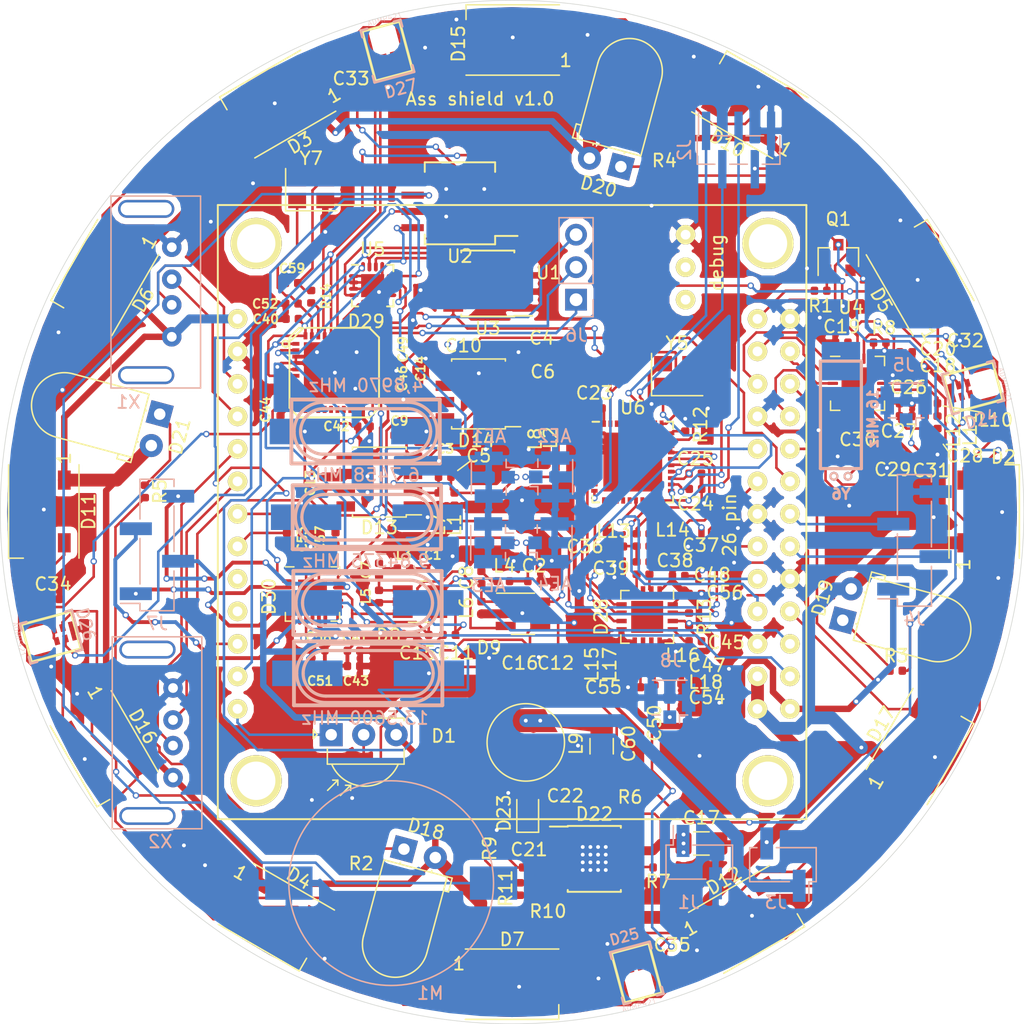
<source format=kicad_pcb>
(kicad_pcb (version 20171130) (host pcbnew 6.0.0-rc1-unknown-15e0771~66~ubuntu16.04.1)
  (layers (0 F.Cu signal hide) (31 B.Cu signal hide) (34 B.Paste user hide) (35 F.Paste user hide) (36 B.SilkS user hide) (37 F.SilkS user) (38 B.Mask user hide) (39 F.Mask user hide) (44 Edge.Cuts user))
  (net 0 "")
  (net 1 "Net-(AE1-Pad1)")
  (net 2 "Net-(AE2-Pad1)")
  (net 3 "Net-(AE3-Pad1)")
  (net 4 "Net-(AE4-Pad1)")
  (net 5 GND)
  (net 6 "Net-(C5-Pad1)")
  (net 7 "Net-(C6-Pad1)")
  (net 8 "Net-(C7-Pad1)")
  (net 9 "Net-(C7-Pad2)")
  (net 10 "Net-(C8-Pad1)")
  (net 11 "Net-(C8-Pad2)")
  (net 12 "Net-(C9-Pad1)")
  (net 13 "Net-(C10-Pad1)")
  (net 14 "Net-(C11-Pad2)")
  (net 15 "Net-(C12-Pad2)")
  (net 16 "Net-(C13-Pad2)")
  (net 17 "Net-(C14-Pad2)")
  (net 18 "Net-(C15-Pad2)")
  (net 19 "Net-(C16-Pad2)")
  (net 20 +24V)
  (net 21 3,3V)
  (net 22 "Net-(C19-Pad1)")
  (net 23 "Net-(C21-Pad1)")
  (net 24 "Net-(C21-Pad2)")
  (net 25 "Net-(C22-Pad1)")
  (net 26 "Net-(C22-Pad2)")
  (net 27 "Net-(C23-Pad1)")
  (net 28 "Net-(C24-Pad2)")
  (net 29 "Net-(C25-Pad1)")
  (net 30 "Net-(C26-Pad2)")
  (net 31 "Net-(C28-Pad1)")
  (net 32 "Net-(C28-Pad2)")
  (net 33 "Net-(C29-Pad2)")
  (net 34 "Net-(C30-Pad2)")
  (net 35 "Net-(C36-Pad1)")
  (net 36 "Net-(C37-Pad1)")
  (net 37 "Net-(C38-Pad1)")
  (net 38 "Net-(C39-Pad1)")
  (net 39 "Net-(C47-Pad2)")
  (net 40 "Net-(C49-Pad2)")
  (net 41 "Net-(C50-Pad1)")
  (net 42 5V)
  (net 43 "Net-(C52-Pad2)")
  (net 44 "Net-(C53-Pad2)")
  (net 45 LL)
  (net 46 "Net-(C55-Pad2)")
  (net 47 LR)
  (net 48 "Net-(C57-Pad2)")
  (net 49 "Net-(C59-Pad2)")
  (net 50 "Net-(D1-Pad1)")
  (net 51 "Net-(D2-Pad4)")
  (net 52 "Net-(D3-Pad4)")
  (net 53 DIO1)
  (net 54 "Net-(D4-Pad4)")
  (net 55 DIO2)
  (net 56 "Net-(D10-Pad2)")
  (net 57 "Net-(D11-Pad2)")
  (net 58 "Net-(D12-Pad2)")
  (net 59 1RF315)
  (net 60 1RF433)
  (net 61 "Net-(D10-Pad4)")
  (net 62 "Net-(D11-Pad4)")
  (net 63 "Net-(D12-Pad4)")
  (net 64 2RF315)
  (net 65 "Net-(D13-Pad8)")
  (net 66 "Net-(D14-Pad8)")
  (net 67 2RF433)
  (net 68 WS2812)
  (net 69 "Net-(D18-Pad1)")
  (net 70 "Net-(D19-Pad1)")
  (net 71 "Net-(D20-Pad1)")
  (net 72 "Net-(D21-Pad1)")
  (net 73 "Net-(D22-Pad6)")
  (net 74 "Net-(D22-Pad4)")
  (net 75 "Net-(D22-Pad2)")
  (net 76 CLKD)
  (net 77 "Net-(D24-Pad5)")
  (net 78 "Net-(D26-Pad5)")
  (net 79 "Net-(D28-Pad5)")
  (net 80 "Net-(D28-Pad6)")
  (net 81 "Net-(D28-Pad7)")
  (net 82 "Net-(D28-Pad10)")
  (net 83 "Net-(D28-Pad11)")
  (net 84 "Net-(D28-Pad15)")
  (net 85 P1)
  (net 86 "Net-(D29-Pad38)")
  (net 87 SDA)
  (net 88 SCL)
  (net 89 MIC1N)
  (net 90 MIC1P)
  (net 91 P7)
  (net 92 "Net-(D30-Pad2)")
  (net 93 "Net-(D30-Pad5)")
  (net 94 P5)
  (net 95 "Net-(D30-Pad11)")
  (net 96 "Net-(D30-Pad14)")
  (net 97 P6)
  (net 98 DEBUG_DC)
  (net 99 RESET)
  (net 100 DEBUG_DD)
  (net 101 UART2_RX)
  (net 102 UART2_TX)
  (net 103 "Net-(L10-Pad1)")
  (net 104 "Net-(L10-Pad2)")
  (net 105 "Net-(L13-Pad1)")
  (net 106 "Net-(L14-Pad1)")
  (net 107 "Net-(Q1-Pad1)")
  (net 108 "Net-(Q1-Pad3)")
  (net 109 "Net-(R1-Pad2)")
  (net 110 "Net-(R8-Pad1)")
  (net 111 "Net-(R12-Pad1)")
  (net 112 "Net-(U1-Pad3)")
  (net 113 "Net-(U1-Pad4)")
  (net 114 "Net-(U1-Pad5)")
  (net 115 "Net-(U1-Pad6)")
  (net 116 UART_RX)
  (net 117 UART_TX)
  (net 118 MOSI)
  (net 119 MISO)
  (net 120 CE)
  (net 121 SCK)
  (net 122 CSN)
  (net 123 P0)
  (net 124 "Net-(C60-Pad2)")
  (net 125 "Net-(M1-Pad2)")
  (net 126 "Net-(D29-Pad31)")
  (net 127 "Net-(D29-Pad32)")
  (net 128 "Net-(D29-Pad33)")
  (module Connector_Coaxial:U.FL_Hirose_U.FL-R-SMT-1_Vertical (layer B.Cu) (at 102.85 102.4)
    (fp_text reference AE4 (at 0.475 3.2) (layer B.SilkS) (effects (justify mirror)))
    (fp_text value Antenna)
    (pad 2 smd rect (at 0.475 1.475) (size 2.2 1.05) (layers B.Cu B.Paste B.Mask) (net 5 GND))
    (pad 1 smd rect (at -1.05 0) (size 1.05 1) (layers B.Cu B.Paste B.Mask) (net 4 "Net-(AE4-Pad1)"))
    (pad 2 smd rect (at 0.475 -1.475) (size 2.2 1.05) (layers B.Cu B.Paste B.Mask) (net 5 GND))
  )
  (module Connector_Coaxial:U.FL_Hirose_U.FL-R-SMT-1_Vertical (layer B.Cu) (at 98.65 97.275 180)
    (fp_text reference AE1 (at 0.475 3.2 180) (layer B.SilkS) (effects (justify mirror)))
    (fp_text value Antenna)
    (pad 2 smd rect (at 0.475 -1.475 180) (size 2.2 1.05) (layers B.Cu B.Paste B.Mask) (net 5 GND))
    (pad 1 smd rect (at -1.05 0 180) (size 1.05 1) (layers B.Cu B.Paste B.Mask) (net 1 "Net-(AE1-Pad1)"))
    (pad 2 smd rect (at 0.475 1.475 180) (size 2.2 1.05) (layers B.Cu B.Paste B.Mask) (net 5 GND))
  )
  (module Connector_Coaxial:U.FL_Hirose_U.FL-R-SMT-1_Vertical (layer B.Cu) (at 102.9 97.25)
    (fp_text reference AE2 (at 0.375 -3.2) (layer B.SilkS) (effects (justify mirror)))
    (fp_text value Antenna)
    (pad 2 smd rect (at 0.475 1.475) (size 2.2 1.05) (layers B.Cu B.Paste B.Mask) (net 5 GND))
    (pad 1 smd rect (at -1.05 0) (size 1.05 1) (layers B.Cu B.Paste B.Mask) (net 2 "Net-(AE2-Pad1)"))
    (pad 2 smd rect (at 0.475 -1.475) (size 2.2 1.05) (layers B.Cu B.Paste B.Mask) (net 5 GND))
  )
  (module Connector_Coaxial:U.FL_Hirose_U.FL-R-SMT-1_Vertical (layer B.Cu) (at 98.6 102.4 180)
    (fp_text reference AE3 (at 0.45 -3.325 180) (layer B.SilkS) (effects (justify mirror)))
    (fp_text value Antenna)
    (pad 2 smd rect (at 0.475 -1.475 180) (size 2.2 1.05) (layers B.Cu B.Paste B.Mask) (net 5 GND))
    (pad 1 smd rect (at -1.05 0 180) (size 1.05 1) (layers B.Cu B.Paste B.Mask) (net 3 "Net-(AE3-Pad1)"))
    (pad 2 smd rect (at 0.475 1.475 180) (size 2.2 1.05) (layers B.Cu B.Paste B.Mask) (net 5 GND))
  )
  (module Package_SO:SO-8_5.3x6.2mm_P1.27mm (layer F.Cu) (at 95.925 75.865 180)
    (fp_text reference U2 (at 0 -4.13 180) (layer F.SilkS))
    (fp_text value DS3231M)
    (pad 1 smd rect (at -3.7 -1.905 180) (size 1.75 0.55) (layers F.Cu F.Paste F.Mask))
    (pad 2 smd rect (at -3.7 -0.635 180) (size 1.75 0.55) (layers F.Cu F.Paste F.Mask) (net 21 3,3V))
    (pad 3 smd rect (at -3.7 0.635 180) (size 1.75 0.55) (layers F.Cu F.Paste F.Mask))
    (pad 4 smd rect (at -3.7 1.905 180) (size 1.75 0.55) (layers F.Cu F.Paste F.Mask))
    (pad 5 smd rect (at 3.7 1.905 180) (size 1.75 0.55) (layers F.Cu F.Paste F.Mask) (net 5 GND))
    (pad 6 smd rect (at 3.7 0.635 180) (size 1.75 0.55) (layers F.Cu F.Paste F.Mask) (net 125 "Net-(M1-Pad2)"))
    (pad 7 smd rect (at 3.7 -0.635 180) (size 1.75 0.55) (layers F.Cu F.Paste F.Mask) (net 87 SDA))
    (pad 8 smd rect (at 3.7 -1.905 180) (size 1.75 0.55) (layers F.Cu F.Paste F.Mask) (net 88 SCL))
  )
  (module imm:ADMP421 (layer F.Cu) (at 137 90 105)
    (fp_text reference D24 (at -2.57218 -1.025678 195) (layer B.SilkS) (effects (font (size 0.9 0.9))))
    (fp_text value ADMP421 (at -0.44958 1.46558 105) (layer B.SilkS) (effects (font (size 0.4064 0.4064) (thickness 0.0254))))
    (pad "" np_thru_hole circle (at 0 0 105) (size 1.5 1.5) (drill 1.5) (layers *.Cu *.Mask))
    (pad 7 smd rect (at 1.22936 -0.05842 105) (size 0.34798 1.89992) (layers F.Cu F.Paste F.Mask))
    (pad 6 smd rect (at -1.22936 -0.05842 105) (size 0.34798 1.89992) (layers F.Cu F.Paste F.Mask))
    (pad 5 smd rect (at 0.44958 -2.04978 105) (size 0.59944 0.39878) (layers F.Cu F.Paste F.Mask) (net 77 "Net-(D24-Pad5)"))
    (pad 4 smd rect (at 0.44958 -1.34874 105) (size 0.59944 0.39878) (layers F.Cu F.Paste F.Mask) (net 21 3,3V))
    (pad 3 smd rect (at 0 -2.72796 105) (size 1.4986 0.34798) (layers F.Cu F.Paste F.Mask) (net 5 GND))
    (pad 2 smd rect (at -0.44958 -1.34874 105) (size 0.59944 0.39878) (layers F.Cu F.Paste F.Mask) (net 21 3,3V))
    (pad 1 smd rect (at -0.44958 -2.04978 105) (size 0.59944 0.39878) (layers F.Cu F.Paste F.Mask) (net 76 CLKD))
  )
  (module imm:ADMP421 (layer F.Cu) (at 110 137 15)
    (fp_text reference D25 (at -0.199747 -3.987571 15) (layer B.SilkS) (effects (font (size 0.8 0.8))))
    (fp_text value ADMP421 (at -0.44958 1.46558 15) (layer B.SilkS) (effects (font (size 0.4064 0.4064) (thickness 0.0254))))
    (pad "" np_thru_hole circle (at 0 0 15) (size 1.5 1.5) (drill 1.5) (layers *.Cu *.Mask))
    (pad 7 smd rect (at 1.22936 -0.05842 15) (size 0.34798 1.89992) (layers F.Cu F.Paste F.Mask))
    (pad 6 smd rect (at -1.22936 -0.05842 15) (size 0.34798 1.89992) (layers F.Cu F.Paste F.Mask))
    (pad 5 smd rect (at 0.44958 -2.04978 15) (size 0.59944 0.39878) (layers F.Cu F.Paste F.Mask) (net 77 "Net-(D24-Pad5)"))
    (pad 4 smd rect (at 0.44958 -1.34874 15) (size 0.59944 0.39878) (layers F.Cu F.Paste F.Mask) (net 21 3,3V))
    (pad 3 smd rect (at 0 -2.72796 15) (size 1.4986 0.34798) (layers F.Cu F.Paste F.Mask) (net 5 GND))
    (pad 2 smd rect (at -0.44958 -1.34874 15) (size 0.59944 0.39878) (layers F.Cu F.Paste F.Mask) (net 5 GND))
    (pad 1 smd rect (at -0.44958 -2.04978 15) (size 0.59944 0.39878) (layers F.Cu F.Paste F.Mask) (net 76 CLKD))
  )
  (module imm:ADMP421 (layer F.Cu) (at 63 110 285)
    (fp_text reference D26 (at -0.232099 -3.866831 285) (layer B.SilkS) (effects (font (size 0.9 0.9))))
    (fp_text value ADMP421 (at -0.44958 1.46558 285) (layer B.SilkS) (effects (font (size 0.4064 0.4064) (thickness 0.0254))))
    (pad "" np_thru_hole circle (at 0 0 285) (size 1.5 1.5) (drill 1.5) (layers *.Cu *.Mask))
    (pad 7 smd rect (at 1.22936 -0.05842 285) (size 0.34798 1.89992) (layers F.Cu F.Paste F.Mask))
    (pad 6 smd rect (at -1.22936 -0.05842 285) (size 0.34798 1.89992) (layers F.Cu F.Paste F.Mask))
    (pad 5 smd rect (at 0.44958 -2.04978 285) (size 0.59944 0.39878) (layers F.Cu F.Paste F.Mask) (net 78 "Net-(D26-Pad5)"))
    (pad 4 smd rect (at 0.44958 -1.34874 285) (size 0.59944 0.39878) (layers F.Cu F.Paste F.Mask) (net 21 3,3V))
    (pad 3 smd rect (at 0 -2.72796 285) (size 1.4986 0.34798) (layers F.Cu F.Paste F.Mask) (net 5 GND))
    (pad 2 smd rect (at -0.44958 -1.34874 285) (size 0.59944 0.39878) (layers F.Cu F.Paste F.Mask) (net 21 3,3V))
    (pad 1 smd rect (at -0.44958 -2.04978 285) (size 0.59944 0.39878) (layers F.Cu F.Paste F.Mask) (net 76 CLKD))
  )
  (module imm:ADMP421 (layer F.Cu) (at 90 63 195)
    (fp_text reference D27 (at -0.246309 -4.103575 195) (layer B.SilkS) (effects (font (size 0.9 0.9))))
    (fp_text value ADMP421 (at -0.44958 1.46558 195) (layer B.SilkS) (effects (font (size 0.4064 0.4064) (thickness 0.0254))))
    (pad "" np_thru_hole circle (at 0 0 195) (size 1.5 1.5) (drill 1.5) (layers *.Cu *.Mask))
    (pad 7 smd rect (at 1.22936 -0.05842 195) (size 0.34798 1.89992) (layers F.Cu F.Paste F.Mask))
    (pad 6 smd rect (at -1.22936 -0.05842 195) (size 0.34798 1.89992) (layers F.Cu F.Paste F.Mask))
    (pad 5 smd rect (at 0.44958 -2.04978 195) (size 0.59944 0.39878) (layers F.Cu F.Paste F.Mask) (net 78 "Net-(D26-Pad5)"))
    (pad 4 smd rect (at 0.44958 -1.34874 195) (size 0.59944 0.39878) (layers F.Cu F.Paste F.Mask) (net 21 3,3V))
    (pad 3 smd rect (at 0 -2.72796 195) (size 1.4986 0.34798) (layers F.Cu F.Paste F.Mask) (net 5 GND))
    (pad 2 smd rect (at -0.44958 -1.34874 195) (size 0.59944 0.39878) (layers F.Cu F.Paste F.Mask) (net 5 GND))
    (pad 1 smd rect (at -0.44958 -2.04978 195) (size 0.59944 0.39878) (layers F.Cu F.Paste F.Mask) (net 76 CLKD))
  )
  (module Connector_PinSocket_2.54mm:PinSocket_1x03_P2.54mm_Vertical (layer B.Cu) (at 105 83.4)
    (fp_text reference J6 (at 0 2.77) (layer B.SilkS) (effects (justify mirror)))
    (fp_text value i2s)
    (pad 1 thru_hole rect (at 0 0) (size 1.7 1.7) (drill 1) (layers *.Cu *.Mask) (net 126 "Net-(D29-Pad31)"))
    (pad 2 thru_hole oval (at 0 -2.54) (size 1.7 1.7) (drill 1) (layers *.Cu *.Mask) (net 127 "Net-(D29-Pad32)"))
    (pad 3 thru_hole oval (at 0 -5.08) (size 1.7 1.7) (drill 1) (layers *.Cu *.Mask) (net 128 "Net-(D29-Pad33)"))
  )
  (module imm:OPiZero4 (layer F.Cu) (at 77 124)
    (fp_text reference U1 (at 25.87 -42.72) (layer F.SilkS))
    (fp_text value OPiZero)
    (fp_text user debug (at 39 -43.5 90) (layer F.SilkS))
    (fp_text user "26 pin" (at 40 -23 90) (layer F.SilkS))
    (pad "" thru_hole circle (at 43 -45) (size 4 4) (drill 3) (layers *.Cu *.Mask F.SilkS))
    (pad 1 thru_hole circle (at 1.54 -39.1) (size 1.524 1.524) (drill 0.762) (layers *.Cu *.Mask F.SilkS) (net 42 5V))
    (pad 2 thru_hole circle (at 1.54 -36.56) (size 1.524 1.524) (drill 0.762) (layers *.Cu *.Mask F.SilkS) (net 5 GND))
    (pad 3 thru_hole circle (at 1.54 -34.02) (size 1.524 1.524) (drill 0.762) (layers *.Cu *.Mask F.SilkS) (net 112 "Net-(U1-Pad3)"))
    (pad 4 thru_hole circle (at 1.54 -31.48) (size 1.524 1.524) (drill 0.762) (layers *.Cu *.Mask F.SilkS) (net 113 "Net-(U1-Pad4)"))
    (pad 5 thru_hole circle (at 1.54 -28.94) (size 1.524 1.524) (drill 0.762) (layers *.Cu *.Mask F.SilkS) (net 114 "Net-(U1-Pad5)"))
    (pad 6 thru_hole circle (at 1.54 -26.4) (size 1.524 1.524) (drill 0.762) (layers *.Cu *.Mask F.SilkS) (net 115 "Net-(U1-Pad6)"))
    (pad 7 thru_hole circle (at 1.54 -23.86) (size 1.524 1.524) (drill 0.762) (layers *.Cu *.Mask F.SilkS) (net 47 LR))
    (pad 8 thru_hole circle (at 1.54 -21.32) (size 1.524 1.524) (drill 0.762) (layers *.Cu *.Mask F.SilkS) (net 45 LL))
    (pad 9 thru_hole circle (at 1.54 -18.78) (size 1.524 1.524) (drill 0.762) (layers *.Cu *.Mask F.SilkS))
    (pad 10 thru_hole circle (at 1.54 -16.24) (size 1.524 1.524) (drill 0.762) (layers *.Cu *.Mask F.SilkS))
    (pad 11 thru_hole circle (at 1.54 -13.7) (size 1.524 1.524) (drill 0.762) (layers *.Cu *.Mask F.SilkS) (net 90 MIC1P))
    (pad 12 thru_hole circle (at 1.54 -11.16) (size 1.524 1.524) (drill 0.762) (layers *.Cu *.Mask F.SilkS) (net 89 MIC1N))
    (pad 13 thru_hole circle (at 1.54 -8.62) (size 1.524 1.524) (drill 0.762) (layers *.Cu *.Mask F.SilkS) (net 50 "Net-(D1-Pad1)"))
    (pad 101 thru_hole circle (at 44.72 -8.62) (size 1.524 1.524) (drill 0.762) (layers *.Cu *.Mask F.SilkS) (net 21 3,3V))
    (pad 102 thru_hole circle (at 42.18 -8.62) (size 1.524 1.524) (drill 0.762) (layers *.Cu *.Mask F.SilkS) (net 42 5V))
    (pad 103 thru_hole circle (at 44.72 -11.16) (size 1.524 1.524) (drill 0.762) (layers *.Cu *.Mask F.SilkS) (net 87 SDA))
    (pad 104 thru_hole circle (at 42.18 -11.16) (size 1.524 1.524) (drill 0.762) (layers *.Cu *.Mask F.SilkS) (net 42 5V))
    (pad 105 thru_hole circle (at 44.72 -13.7) (size 1.524 1.524) (drill 0.762) (layers *.Cu *.Mask F.SilkS) (net 88 SCL))
    (pad 106 thru_hole circle (at 42.18 -13.7) (size 1.524 1.524) (drill 0.762) (layers *.Cu *.Mask F.SilkS) (net 5 GND))
    (pad 107 thru_hole circle (at 44.72 -16.24) (size 1.524 1.524) (drill 0.762) (layers *.Cu *.Mask F.SilkS) (net 68 WS2812))
    (pad 108 thru_hole circle (at 42.18 -16.24) (size 1.524 1.524) (drill 0.762) (layers *.Cu *.Mask F.SilkS) (net 116 UART_RX))
    (pad 109 thru_hole circle (at 44.72 -18.78) (size 1.524 1.524) (drill 0.762) (layers *.Cu *.Mask F.SilkS) (net 5 GND))
    (pad 110 thru_hole circle (at 42.18 -18.78) (size 1.524 1.524) (drill 0.762) (layers *.Cu *.Mask F.SilkS) (net 117 UART_TX))
    (pad 111 thru_hole circle (at 44.72 -21.32) (size 1.524 1.524) (drill 0.762) (layers *.Cu *.Mask F.SilkS) (net 101 UART2_RX))
    (pad 112 thru_hole circle (at 42.18 -21.32) (size 1.524 1.524) (drill 0.762) (layers *.Cu *.Mask F.SilkS) (net 64 2RF315))
    (pad 113 thru_hole circle (at 44.72 -23.86) (size 1.524 1.524) (drill 0.762) (layers *.Cu *.Mask F.SilkS) (net 102 UART2_TX))
    (pad 114 thru_hole circle (at 42.18 -23.86) (size 1.524 1.524) (drill 0.762) (layers *.Cu *.Mask F.SilkS) (net 5 GND))
    (pad 115 thru_hole circle (at 44.72 -26.4) (size 1.524 1.524) (drill 0.762) (layers *.Cu *.Mask F.SilkS) (net 67 2RF433))
    (pad 116 thru_hole circle (at 42.18 -26.4) (size 1.524 1.524) (drill 0.762) (layers *.Cu *.Mask F.SilkS) (net 59 1RF315))
    (pad 117 thru_hole circle (at 44.72 -28.94) (size 1.524 1.524) (drill 0.762) (layers *.Cu *.Mask F.SilkS) (net 21 3,3V))
    (pad 118 thru_hole circle (at 42.18 -28.94) (size 1.524 1.524) (drill 0.762) (layers *.Cu *.Mask F.SilkS) (net 60 1RF433))
    (pad 119 thru_hole circle (at 44.72 -31.48) (size 1.524 1.524) (drill 0.762) (layers *.Cu *.Mask F.SilkS) (net 118 MOSI))
    (pad 120 thru_hole circle (at 42.18 -31.48) (size 1.524 1.524) (drill 0.762) (layers *.Cu *.Mask F.SilkS) (net 5 GND))
    (pad 121 thru_hole circle (at 44.72 -34.02) (size 1.524 1.524) (drill 0.762) (layers *.Cu *.Mask F.SilkS) (net 119 MISO))
    (pad 122 thru_hole circle (at 42.18 -34.02) (size 1.524 1.524) (drill 0.762) (layers *.Cu *.Mask F.SilkS) (net 120 CE))
    (pad 123 thru_hole circle (at 44.72 -36.56) (size 1.524 1.524) (drill 0.762) (layers *.Cu *.Mask F.SilkS) (net 121 SCK))
    (pad 124 thru_hole circle (at 42.18 -36.56) (size 1.524 1.524) (drill 0.762) (layers *.Cu *.Mask F.SilkS) (net 122 CSN))
    (pad 125 thru_hole circle (at 44.72 -39.1) (size 1.524 1.524) (drill 0.762) (layers *.Cu *.Mask F.SilkS) (net 5 GND))
    (pad 126 thru_hole circle (at 42.18 -39.1) (size 1.524 1.524) (drill 0.762) (layers *.Cu *.Mask F.SilkS) (net 109 "Net-(R1-Pad2)"))
    (pad 201 thru_hole circle (at 36.56 -45.68) (size 1.524 1.524) (drill 0.762) (layers *.Cu *.Mask F.SilkS) (net 5 GND))
    (pad 202 thru_hole circle (at 36.56 -43.14) (size 1.524 1.524) (drill 0.762) (layers *.Cu *.Mask F.SilkS))
    (pad 203 thru_hole circle (at 36.56 -40.6) (size 1.524 1.524) (drill 0.762) (layers *.Cu *.Mask F.SilkS))
    (pad "" thru_hole circle (at 3 -45) (size 4 4) (drill 3) (layers *.Cu *.Mask F.SilkS))
    (pad "" thru_hole circle (at 3 -3) (size 4 4) (drill 3) (layers *.Cu *.Mask F.SilkS))
    (pad "" thru_hole circle (at 43 -3) (size 4 4) (drill 3) (layers *.Cu *.Mask F.SilkS))
  )
  (module imm:cr1220_smd (layer B.Cu) (at 90.55 135)
    (fp_text reference M1 (at 3.05 2.6) (layer B.SilkS) (effects (justify mirror)))
    (fp_text value CR1220SMD)
    (pad 2 smd rect (at 8 -6) (size 3.7 2.6) (layers B.Cu B.Paste B.Mask) (net 125 "Net-(M1-Pad2)"))
    (pad 1 smd rect (at -8 -6) (size 3.7 2.6) (layers B.Cu B.Paste B.Mask) (net 5 GND))
  )
  (module Capacitor_SMD:C_1206_3216Metric (layer F.Cu) (at 107 118.3 90)
    (fp_text reference C60 (at 0.2 2.1 90) (layer F.SilkS))
    (fp_text value "22 µF 6,3V")
    (pad 1 smd roundrect (at -1.4 0 90) (size 1.25 1.75) (layers F.Cu F.Paste F.Mask) (roundrect_rratio 0.2) (net 5 GND))
    (pad 2 smd roundrect (at 1.4 0 90) (size 1.25 1.75) (layers F.Cu F.Paste F.Mask) (roundrect_rratio 0.2) (net 124 "Net-(C60-Pad2)"))
  )
  (module Package_SO:SOIC-8-1EP_3.9x4.9mm_P1.27mm_EP2.35x2.35mm (layer F.Cu) (at 106.424834 127.10401)
    (fp_text reference D22 (at 0 -3.5) (layer F.SilkS))
    (fp_text value MP1584)
    (pad 1 smd rect (at -2.7 -1.905) (size 1.55 0.6) (layers F.Cu F.Paste F.Mask) (net 25 "Net-(C22-Pad1)"))
    (pad 2 smd rect (at -2.7 -0.635) (size 1.55 0.6) (layers F.Cu F.Paste F.Mask) (net 75 "Net-(D22-Pad2)"))
    (pad 3 smd rect (at -2.7 0.635) (size 1.55 0.6) (layers F.Cu F.Paste F.Mask) (net 23 "Net-(C21-Pad1)"))
    (pad 4 smd rect (at -2.7 1.905) (size 1.55 0.6) (layers F.Cu F.Paste F.Mask) (net 74 "Net-(D22-Pad4)"))
    (pad 5 smd rect (at 2.7 1.905) (size 1.55 0.6) (layers F.Cu F.Paste F.Mask) (net 5 GND))
    (pad 6 smd rect (at 2.7 0.635) (size 1.55 0.6) (layers F.Cu F.Paste F.Mask) (net 73 "Net-(D22-Pad6)"))
    (pad 7 smd rect (at 2.7 -0.635) (size 1.55 0.6) (layers F.Cu F.Paste F.Mask) (net 20 +24V))
    (pad 8 smd rect (at 2.7 -1.905) (size 1.55 0.6) (layers F.Cu F.Paste F.Mask) (net 26 "Net-(C22-Pad2)"))
    (pad 9 smd rect (at 0 0) (size 2.35 2.35) (layers F.Cu F.Mask) (net 5 GND))
  )
  (module Crystal:Crystal_SMD_3225-4Pin_3.2x2.5mm (layer F.Cu) (at 112.9 89.25)
    (fp_text reference Y5 (at 0 -2.45) (layer F.SilkS))
    (fp_text value "32 MHz")
    (pad 1 smd rect (at -1.1 0.85) (size 1.4 1.2) (layers F.Cu F.Paste F.Mask) (net 29 "Net-(C25-Pad1)"))
    (pad 2 smd rect (at 1.1 0.85) (size 1.4 1.2) (layers F.Cu F.Paste F.Mask) (net 5 GND))
    (pad 3 smd rect (at 1.1 -0.85) (size 1.4 1.2) (layers F.Cu F.Paste F.Mask) (net 28 "Net-(C24-Pad2)"))
    (pad 4 smd rect (at -1.1 -0.85) (size 1.4 1.2) (layers F.Cu F.Paste F.Mask) (net 5 GND))
  )
  (module Crystal:Crystal_SMD_3225-4Pin_3.2x2.5mm (layer F.Cu) (at 84.3 74.8)
    (fp_text reference Y7 (at 0 -2.45) (layer F.SilkS))
    (fp_text value "32 MHz")
    (pad 1 smd rect (at -1.1 0.85) (size 1.4 1.2) (layers F.Cu F.Paste F.Mask) (net 43 "Net-(C52-Pad2)"))
    (pad 2 smd rect (at 1.1 0.85) (size 1.4 1.2) (layers F.Cu F.Paste F.Mask) (net 5 GND))
    (pad 3 smd rect (at 1.1 -0.85) (size 1.4 1.2) (layers F.Cu F.Paste F.Mask) (net 49 "Net-(C59-Pad2)"))
    (pad 4 smd rect (at -1.1 -0.85) (size 1.4 1.2) (layers F.Cu F.Paste F.Mask) (net 5 GND))
  )
  (module w_crystal:crystal_tc-38_horiz (layer B.Cu) (at 125.7 92.8)
    (fp_text reference Y6 (at 0 5.8) (layer B.SilkS) (effects (font (size 0.8 0.8) (thickness 0.2)) (justify mirror)))
    (fp_text value "16 MHz" (at 2.5 -0.1 90) (layer B.SilkS) (effects (font (size 0.8 0.8) (thickness 0.2)) (justify mirror)))
    (pad 1 thru_hole circle (at -0.55 4.4) (size 0.7 0.7) (drill 0.35) (layers *.Cu *.Mask B.SilkS) (net 33 "Net-(C29-Pad2)"))
    (pad 2 thru_hole circle (at 0.55 4.4) (size 0.7 0.7) (drill 0.35) (layers *.Cu *.Mask B.SilkS) (net 34 "Net-(C30-Pad2)"))
    (pad "" smd rect (at 0 -4.6) (size 3 3) (layers B.Cu B.Paste B.Mask))
  )
  (module w_crystal:hc-49_smd (layer B.Cu) (at 88.7 107.1 180)
    (fp_text reference Y1 hide)
    (fp_text value "9,84375 MHz" (at 0.1 3.275 180) (layer B.SilkS) (effects (font (thickness 0.1524)) (justify mirror)))
    (pad 2 smd rect (at 4.7498 0 180) (size 5.4991 1.99898) (layers B.Cu B.Paste B.Mask) (net 18 "Net-(C15-Pad2)"))
    (pad 1 smd rect (at -4.7498 0 180) (size 5.4991 1.99898) (layers B.Cu B.Paste B.Mask) (net 14 "Net-(C11-Pad2)"))
  )
  (module w_crystal:hc-49_smd (layer B.Cu) (at 88.7498 112.6 180)
    (fp_text reference Y2 hide)
    (fp_text value "13,5600 MHz" (at 0.2498 -3.5 180) (layer B.SilkS) (effects (font (thickness 0.1524)) (justify mirror)))
    (pad 1 smd rect (at -4.7498 0 180) (size 5.4991 1.99898) (layers B.Cu B.Paste B.Mask) (net 15 "Net-(C12-Pad2)"))
    (pad 2 smd rect (at 4.7498 0 180) (size 5.4991 1.99898) (layers B.Cu B.Paste B.Mask) (net 19 "Net-(C16-Pad2)"))
  )
  (module w_crystal:hc-49_smd (layer B.Cu) (at 88.5502 93.7)
    (fp_text reference Y3 hide)
    (fp_text value "4,8970 MHz" (at 0.0502 -3.6) (layer B.SilkS) (effects (font (thickness 0.1524)) (justify mirror)))
    (pad 2 smd rect (at 4.7498 0) (size 5.4991 1.99898) (layers B.Cu B.Paste B.Mask) (net 5 GND))
    (pad 1 smd rect (at -4.7498 0) (size 5.4991 1.99898) (layers B.Cu B.Paste B.Mask) (net 65 "Net-(D13-Pad8)"))
  )
  (module w_crystal:hc-49_smd (layer B.Cu) (at 88.6502 100.4 180)
    (fp_text reference Y4 hide)
    (fp_text value "6,7458 MHz" (at 0.3502 3.3 180) (layer B.SilkS) (effects (font (thickness 0.1524)) (justify mirror)))
    (pad 1 smd rect (at -4.7498 0 180) (size 5.4991 1.99898) (layers B.Cu B.Paste B.Mask) (net 66 "Net-(D14-Pad8)"))
    (pad 2 smd rect (at 4.7498 0 180) (size 5.4991 1.99898) (layers B.Cu B.Paste B.Mask) (net 5 GND))
  )
  (module Capacitor_SMD:C_0402_1005Metric (layer F.Cu) (at 93.8 104.4 180)
    (fp_text reference C1 (at 0 1.05 180) (layer F.SilkS) (effects (font (size 0.7 0.7))))
    (fp_text value "6,8 pF")
    (pad 2 smd roundrect (at 0.485 0 180) (size 0.59 0.64) (layers F.Cu F.Paste F.Mask) (net 3 "Net-(AE3-Pad1)"))
    (pad 1 smd roundrect (at -0.485 0 180) (size 0.59 0.64) (layers F.Cu F.Paste F.Mask) (net 5 GND))
  )
  (module Capacitor_SMD:C_0402_1005Metric (layer F.Cu) (at 101.715 105.4 180)
    (fp_text reference C2 (at 0 1.2 180) (layer F.SilkS))
    (fp_text value "4,7 pF")
    (pad 2 smd roundrect (at 0.485 0 180) (size 0.59 0.64) (layers F.Cu F.Paste F.Mask) (net 4 "Net-(AE4-Pad1)"))
    (pad 1 smd roundrect (at -0.485 0 180) (size 0.59 0.64) (layers F.Cu F.Paste F.Mask) (net 5 GND))
  )
  (module Capacitor_SMD:C_0402_1005Metric (layer F.Cu) (at 94.765 96 180)
    (fp_text reference C3 (at -0.01 0.95 180) (layer F.SilkS) (effects (font (size 0.7 0.7))))
    (fp_text value "6,8 pF")
    (pad 1 smd roundrect (at -0.485 0 180) (size 0.59 0.64) (layers F.Cu F.Paste F.Mask) (net 1 "Net-(AE1-Pad1)"))
    (pad 2 smd roundrect (at 0.485 0 180) (size 0.59 0.64) (layers F.Cu F.Paste F.Mask) (net 5 GND))
  )
  (module Capacitor_SMD:C_0402_1005Metric (layer F.Cu) (at 102.315 87.6 180)
    (fp_text reference C4 (at 0 1.2 180) (layer F.SilkS))
    (fp_text value "6,8 pF")
    (pad 1 smd roundrect (at -0.485 0 180) (size 0.59 0.64) (layers F.Cu F.Paste F.Mask) (net 2 "Net-(AE2-Pad1)"))
    (pad 2 smd roundrect (at 0.485 0 180) (size 0.59 0.64) (layers F.Cu F.Paste F.Mask) (net 5 GND))
  )
  (module Capacitor_SMD:C_0402_1005Metric (layer F.Cu) (at 94.735 97.25)
    (fp_text reference C5 (at 2.665 -1.65) (layer F.SilkS))
    (fp_text value "1,5 pF")
    (pad 2 smd roundrect (at 0.485 0) (size 0.59 0.64) (layers F.Cu F.Paste F.Mask) (net 1 "Net-(AE1-Pad1)"))
    (pad 1 smd roundrect (at -0.485 0) (size 0.59 0.64) (layers F.Cu F.Paste F.Mask) (net 6 "Net-(C5-Pad1)"))
  )
  (module Capacitor_SMD:C_0402_1005Metric (layer F.Cu) (at 102.4 90.2)
    (fp_text reference C6 (at 0 -1.17) (layer F.SilkS))
    (fp_text value "1,5 pF")
    (pad 2 smd roundrect (at 0.485 0) (size 0.59 0.64) (layers F.Cu F.Paste F.Mask) (net 2 "Net-(AE2-Pad1)"))
    (pad 1 smd roundrect (at -0.485 0) (size 0.59 0.64) (layers F.Cu F.Paste F.Mask) (net 7 "Net-(C6-Pad1)"))
  )
  (module Capacitor_SMD:C_0402_1005Metric (layer F.Cu) (at 89.6 104.485 90)
    (fp_text reference C7 (at -0.04 -1 90) (layer F.SilkS) (effects (font (size 0.7 0.7))))
    (fp_text value "10 pF")
    (pad 1 smd roundrect (at -0.485 0 90) (size 0.59 0.64) (layers F.Cu F.Paste F.Mask) (net 8 "Net-(C7-Pad1)"))
    (pad 2 smd roundrect (at 0.485 0 90) (size 0.59 0.64) (layers F.Cu F.Paste F.Mask) (net 9 "Net-(C7-Pad2)"))
  )
  (module Capacitor_SMD:C_0402_1005Metric (layer F.Cu) (at 97.6 105.115 90)
    (fp_text reference C8 (at 0 -1.17 90) (layer F.SilkS))
    (fp_text value "12 pF")
    (pad 1 smd roundrect (at -0.485 0 90) (size 0.59 0.64) (layers F.Cu F.Paste F.Mask) (net 10 "Net-(C8-Pad1)"))
    (pad 2 smd roundrect (at 0.485 0 90) (size 0.59 0.64) (layers F.Cu F.Paste F.Mask) (net 11 "Net-(C8-Pad2)"))
  )
  (module Capacitor_SMD:C_0402_1005Metric (layer F.Cu) (at 91.265 94 180)
    (fp_text reference C9 (at 0.065 1.125 180) (layer F.SilkS) (effects (font (size 0.7 0.7))))
    (fp_text value "47 nF")
    (pad 2 smd roundrect (at 0.485 0 180) (size 0.59 0.64) (layers F.Cu F.Paste F.Mask) (net 5 GND))
    (pad 1 smd roundrect (at -0.485 0 180) (size 0.59 0.64) (layers F.Cu F.Paste F.Mask) (net 12 "Net-(C9-Pad1)"))
  )
  (module Capacitor_SMD:C_0402_1005Metric (layer F.Cu) (at 98.715 87 180)
    (fp_text reference C10 (at 2.515 0 180) (layer F.SilkS))
    (fp_text value "47 nF")
    (pad 2 smd roundrect (at 0.485 0 180) (size 0.59 0.64) (layers F.Cu F.Paste F.Mask) (net 5 GND))
    (pad 1 smd roundrect (at -0.485 0 180) (size 0.59 0.64) (layers F.Cu F.Paste F.Mask) (net 13 "Net-(C10-Pad1)"))
  )
  (module Capacitor_SMD:C_0402_1005Metric (layer F.Cu) (at 95.085 109.6)
    (fp_text reference C11 (at 0.515 1.4) (layer F.SilkS))
    (fp_text value "18 pF")
    (pad 2 smd roundrect (at 0.485 0) (size 0.59 0.64) (layers F.Cu F.Paste F.Mask) (net 14 "Net-(C11-Pad2)"))
    (pad 1 smd roundrect (at -0.485 0) (size 0.59 0.64) (layers F.Cu F.Paste F.Mask) (net 5 GND))
  )
  (module Capacitor_SMD:C_0402_1005Metric (layer F.Cu) (at 103.115 110.6)
    (fp_text reference C12 (at 0.285 1.2) (layer F.SilkS))
    (fp_text value "18 pF")
    (pad 2 smd roundrect (at 0.485 0) (size 0.59 0.64) (layers F.Cu F.Paste F.Mask) (net 15 "Net-(C12-Pad2)"))
    (pad 1 smd roundrect (at -0.485 0) (size 0.59 0.64) (layers F.Cu F.Paste F.Mask) (net 5 GND))
  )
  (module Capacitor_SMD:C_0402_1005Metric (layer F.Cu) (at 85.25 97.735 270)
    (fp_text reference C13 (at -0.01 1.025 270) (layer F.SilkS) (effects (font (size 0.7 0.7))))
    (fp_text value "4,7 µF")
    (pad 1 smd roundrect (at -0.485 0 270) (size 0.59 0.64) (layers F.Cu F.Paste F.Mask) (net 5 GND))
    (pad 2 smd roundrect (at 0.485 0 270) (size 0.59 0.64) (layers F.Cu F.Paste F.Mask) (net 16 "Net-(C13-Pad2)"))
  )
  (module Capacitor_SMD:C_0402_1005Metric (layer F.Cu) (at 92.8 90.885 270)
    (fp_text reference C14 (at -2.085 -0.05 270) (layer F.SilkS) (effects (font (size 0.7 0.7))))
    (fp_text value "4,7 µF")
    (pad 1 smd roundrect (at -0.485 0 270) (size 0.59 0.64) (layers F.Cu F.Paste F.Mask) (net 5 GND))
    (pad 2 smd roundrect (at 0.485 0 270) (size 0.59 0.64) (layers F.Cu F.Paste F.Mask) (net 17 "Net-(C14-Pad2)"))
  )
  (module Capacitor_SMD:C_0402_1005Metric (layer F.Cu) (at 93 109.6)
    (fp_text reference C15 (at -0.4 1.4) (layer F.SilkS))
    (fp_text value "18 pF")
    (pad 1 smd roundrect (at -0.485 0) (size 0.59 0.64) (layers F.Cu F.Paste F.Mask) (net 5 GND))
    (pad 2 smd roundrect (at 0.485 0) (size 0.59 0.64) (layers F.Cu F.Paste F.Mask) (net 18 "Net-(C15-Pad2)"))
  )
  (module Capacitor_SMD:C_0402_1005Metric (layer F.Cu) (at 100.915 110.6)
    (fp_text reference C16 (at -0.315 1.2) (layer F.SilkS))
    (fp_text value "18 pF")
    (pad 1 smd roundrect (at -0.485 0) (size 0.59 0.64) (layers F.Cu F.Paste F.Mask) (net 5 GND))
    (pad 2 smd roundrect (at 0.485 0) (size 0.59 0.64) (layers F.Cu F.Paste F.Mask) (net 19 "Net-(C16-Pad2)"))
  )
  (module Capacitor_SMD:C_1206_3216Metric (layer F.Cu) (at 114.8 125.9 180)
    (fp_text reference C17 (at 0 2 180) (layer F.SilkS))
    (fp_text value "10 µF 50V")
    (pad 1 smd roundrect (at -1.4 0 180) (size 1.25 1.75) (layers F.Cu F.Paste F.Mask) (roundrect_rratio 0.2) (net 5 GND))
    (pad 2 smd roundrect (at 1.4 0 180) (size 1.25 1.75) (layers F.Cu F.Paste F.Mask) (roundrect_rratio 0.2) (net 20 +24V))
  )
  (module Capacitor_SMD:C_0402_1005Metric (layer F.Cu) (at 130.785 88.55)
    (fp_text reference C18 (at 2.485 0) (layer F.SilkS))
    (fp_text value "10 nF")
    (pad 2 smd roundrect (at 0.485 0) (size 0.59 0.64) (layers F.Cu F.Paste F.Mask) (net 5 GND))
    (pad 1 smd roundrect (at -0.485 0) (size 0.59 0.64) (layers F.Cu F.Paste F.Mask) (net 21 3,3V))
  )
  (module Capacitor_SMD:C_0402_1005Metric (layer F.Cu) (at 125.765 86.75 180)
    (fp_text reference C19 (at 0 1.25 180) (layer F.SilkS))
    (fp_text value "33 nF")
    (pad 1 smd roundrect (at -0.485 0 180) (size 0.59 0.64) (layers F.Cu F.Paste F.Mask) (net 22 "Net-(C19-Pad1)"))
    (pad 2 smd roundrect (at 0.485 0 180) (size 0.59 0.64) (layers F.Cu F.Paste F.Mask) (net 5 GND))
  )
  (module Capacitor_SMD:C_0402_1005Metric (layer F.Cu) (at 130.785 87.5)
    (fp_text reference C20 (at 2.5 -0.25) (layer F.SilkS))
    (fp_text value "1 nF")
    (pad 1 smd roundrect (at -0.485 0) (size 0.59 0.64) (layers F.Cu F.Paste F.Mask) (net 21 3,3V))
    (pad 2 smd roundrect (at 0.485 0) (size 0.59 0.64) (layers F.Cu F.Paste F.Mask) (net 5 GND))
  )
  (module Capacitor_SMD:C_0402_1005Metric (layer F.Cu) (at 101.30535 127.775692 180)
    (fp_text reference C21 (at -0.015 1.4 180) (layer F.SilkS))
    (fp_text value "150 pF")
    (pad 1 smd roundrect (at -0.485 0 180) (size 0.59 0.64) (layers F.Cu F.Paste F.Mask) (net 23 "Net-(C21-Pad1)"))
    (pad 2 smd roundrect (at 0.485 0 180) (size 0.59 0.64) (layers F.Cu F.Paste F.Mask) (net 24 "Net-(C21-Pad2)"))
  )
  (module Capacitor_SMD:C_0402_1005Metric (layer F.Cu) (at 104.13535 123.475692)
    (fp_text reference C22 (at 0.015 -1.3) (layer F.SilkS))
    (fp_text value "0,1 µF")
    (pad 1 smd roundrect (at -0.485 0) (size 0.59 0.64) (layers F.Cu F.Paste F.Mask) (net 25 "Net-(C22-Pad1)"))
    (pad 2 smd roundrect (at 0.485 0) (size 0.59 0.64) (layers F.Cu F.Paste F.Mask) (net 26 "Net-(C22-Pad2)"))
  )
  (module Capacitor_SMD:C_0402_1005Metric (layer F.Cu) (at 106.547993 91.890125 180)
    (fp_text reference C23 (at 0.115 1.2 180) (layer F.SilkS))
    (fp_text value "1 µF")
    (pad 2 smd roundrect (at 0.485 0 180) (size 0.59 0.64) (layers F.Cu F.Paste F.Mask) (net 5 GND))
    (pad 1 smd roundrect (at -0.485 0 180) (size 0.59 0.64) (layers F.Cu F.Paste F.Mask) (net 27 "Net-(C23-Pad1)"))
  )
  (module Capacitor_SMD:C_0402_1005Metric (layer F.Cu) (at 114.332993 98.190125 180)
    (fp_text reference C24 (at 0 -1.17 180) (layer F.SilkS))
    (fp_text value "27 pF")
    (pad 1 smd roundrect (at -0.485 0 180) (size 0.59 0.64) (layers F.Cu F.Paste F.Mask) (net 5 GND))
    (pad 2 smd roundrect (at 0.485 0 180) (size 0.59 0.64) (layers F.Cu F.Paste F.Mask) (net 28 "Net-(C24-Pad2)"))
  )
  (module Capacitor_SMD:C_0402_1005Metric (layer F.Cu) (at 114.317993 96.990125)
    (fp_text reference C25 (at 0 -1.17) (layer F.SilkS))
    (fp_text value "27 pF")
    (pad 2 smd roundrect (at 0.485 0) (size 0.59 0.64) (layers F.Cu F.Paste F.Mask) (net 5 GND))
    (pad 1 smd roundrect (at -0.485 0) (size 0.59 0.64) (layers F.Cu F.Paste F.Mask) (net 29 "Net-(C25-Pad1)"))
  )
  (module Capacitor_SMD:C_0402_1005Metric (layer F.Cu) (at 130.765 91.5 180)
    (fp_text reference C26 (at -0.235 1.25 180) (layer F.SilkS))
    (fp_text value "2,2 nF")
    (pad 2 smd roundrect (at 0.485 0 180) (size 0.59 0.64) (layers F.Cu F.Paste F.Mask) (net 30 "Net-(C26-Pad2)"))
    (pad 1 smd roundrect (at -0.485 0 180) (size 0.59 0.64) (layers F.Cu F.Paste F.Mask) (net 5 GND))
  )
  (module Capacitor_SMD:C_0402_1005Metric (layer F.Cu) (at 130.765 92.5 180)
    (fp_text reference C27 (at 0.515 -1.17 180) (layer F.SilkS))
    (fp_text value "4,7 pF")
    (pad 1 smd roundrect (at -0.485 0 180) (size 0.59 0.64) (layers F.Cu F.Paste F.Mask) (net 5 GND))
    (pad 2 smd roundrect (at 0.485 0 180) (size 0.59 0.64) (layers F.Cu F.Paste F.Mask) (net 30 "Net-(C26-Pad2)"))
  )
  (module Capacitor_SMD:C_0402_1005Metric (layer F.Cu) (at 132.765 94.5)
    (fp_text reference C28 (at 2.635 1.1) (layer F.SilkS))
    (fp_text value "1,5 pF")
    (pad 1 smd roundrect (at -0.485 0) (size 0.59 0.64) (layers F.Cu F.Paste F.Mask) (net 31 "Net-(C28-Pad1)"))
    (pad 2 smd roundrect (at 0.485 0) (size 0.59 0.64) (layers F.Cu F.Paste F.Mask) (net 32 "Net-(C28-Pad2)"))
  )
  (module Capacitor_SMD:C_0402_1005Metric (layer F.Cu) (at 129.75 95.5 180)
    (fp_text reference C29 (at 0 -1.17 180) (layer F.SilkS))
    (fp_text value "22 pF")
    (pad 1 smd roundrect (at -0.485 0 180) (size 0.59 0.64) (layers F.Cu F.Paste F.Mask) (net 5 GND))
    (pad 2 smd roundrect (at 0.485 0 180) (size 0.59 0.64) (layers F.Cu F.Paste F.Mask) (net 33 "Net-(C29-Pad2)"))
  )
  (module Capacitor_SMD:C_0402_1005Metric (layer F.Cu) (at 127.015 95.5)
    (fp_text reference C30 (at 0 -1.17) (layer F.SilkS))
    (fp_text value "22 pF")
    (pad 2 smd roundrect (at 0.485 0) (size 0.59 0.64) (layers F.Cu F.Paste F.Mask) (net 34 "Net-(C30-Pad2)"))
    (pad 1 smd roundrect (at -0.485 0) (size 0.59 0.64) (layers F.Cu F.Paste F.Mask) (net 5 GND))
  )
  (module Capacitor_SMD:C_0402_1005Metric (layer F.Cu) (at 132.765 95.5 180)
    (fp_text reference C31 (at 0.015 -1.25 180) (layer F.SilkS))
    (fp_text value "1 pF")
    (pad 2 smd roundrect (at 0.485 0 180) (size 0.59 0.64) (layers F.Cu F.Paste F.Mask) (net 31 "Net-(C28-Pad1)"))
    (pad 1 smd roundrect (at -0.485 0 180) (size 0.59 0.64) (layers F.Cu F.Paste F.Mask) (net 5 GND))
  )
  (module Capacitor_SMD:C_0402_1005Metric (layer F.Cu) (at 135.715 87.8)
    (fp_text reference C32 (at -0.285 -1.2) (layer F.SilkS))
    (fp_text value "0,1 µF")
    (pad 2 smd roundrect (at 0.485 0) (size 0.59 0.64) (layers F.Cu F.Paste F.Mask) (net 5 GND))
    (pad 1 smd roundrect (at -0.485 0) (size 0.59 0.64) (layers F.Cu F.Paste F.Mask) (net 21 3,3V))
  )
  (module Capacitor_SMD:C_0402_1005Metric (layer F.Cu) (at 87.415 64.95 180)
    (fp_text reference C33 (at 0 -1.17 180) (layer F.SilkS))
    (fp_text value "0,1 µF")
    (pad 1 smd roundrect (at -0.485 0 180) (size 0.59 0.64) (layers F.Cu F.Paste F.Mask) (net 21 3,3V))
    (pad 2 smd roundrect (at 0.485 0 180) (size 0.59 0.64) (layers F.Cu F.Paste F.Mask) (net 5 GND))
  )
  (module Capacitor_SMD:C_0402_1005Metric (layer F.Cu) (at 64.115 106.8)
    (fp_text reference C34 (at 0 -1.17) (layer F.SilkS))
    (fp_text value "0,1 µF")
    (pad 2 smd roundrect (at 0.485 0) (size 0.59 0.64) (layers F.Cu F.Paste F.Mask) (net 5 GND))
    (pad 1 smd roundrect (at -0.485 0) (size 0.59 0.64) (layers F.Cu F.Paste F.Mask) (net 21 3,3V))
  )
  (module Capacitor_SMD:C_0402_1005Metric (layer F.Cu) (at 112.515 135)
    (fp_text reference C35 (at 0 -1.17) (layer F.SilkS))
    (fp_text value "0,1 µF")
    (pad 1 smd roundrect (at -0.485 0) (size 0.59 0.64) (layers F.Cu F.Paste F.Mask) (net 21 3,3V))
    (pad 2 smd roundrect (at 0.485 0) (size 0.59 0.64) (layers F.Cu F.Paste F.Mask) (net 5 GND))
  )
  (module Capacitor_SMD:C_0402_1005Metric (layer F.Cu) (at 108.217993 102.690125 180)
    (fp_text reference C36 (at 2.515 0 180) (layer F.SilkS))
    (fp_text value "1,8 pF")
    (pad 1 smd roundrect (at -0.485 0 180) (size 0.59 0.64) (layers F.Cu F.Paste F.Mask) (net 35 "Net-(C36-Pad1)"))
    (pad 2 smd roundrect (at 0.485 0 180) (size 0.59 0.64) (layers F.Cu F.Paste F.Mask) (net 5 GND))
  )
  (module Capacitor_SMD:C_0402_1005Metric (layer F.Cu) (at 112.332993 102.690125)
    (fp_text reference C37 (at 2.4 -0.1) (layer F.SilkS))
    (fp_text value "1,8 pF")
    (pad 2 smd roundrect (at 0.485 0) (size 0.59 0.64) (layers F.Cu F.Paste F.Mask) (net 5 GND))
    (pad 1 smd roundrect (at -0.485 0) (size 0.59 0.64) (layers F.Cu F.Paste F.Mask) (net 36 "Net-(C37-Pad1)"))
  )
  (module Capacitor_SMD:C_0402_1005Metric (layer F.Cu) (at 110.732993 104.375125 90)
    (fp_text reference C38 (at 0.585 2 -180) (layer F.SilkS))
    (fp_text value "10 nF")
    (pad 1 smd roundrect (at -0.485 0 90) (size 0.59 0.64) (layers F.Cu F.Paste F.Mask) (net 37 "Net-(C38-Pad1)"))
    (pad 2 smd roundrect (at 0.485 0 90) (size 0.59 0.64) (layers F.Cu F.Paste F.Mask) (net 36 "Net-(C37-Pad1)"))
  )
  (module Capacitor_SMD:C_0402_1005Metric (layer F.Cu) (at 109.732993 104.375125 90)
    (fp_text reference C39 (at -0.015 -2 -180) (layer F.SilkS))
    (fp_text value "10 nF")
    (pad 2 smd roundrect (at 0.485 0 90) (size 0.59 0.64) (layers F.Cu F.Paste F.Mask) (net 35 "Net-(C36-Pad1)"))
    (pad 1 smd roundrect (at -0.485 0 90) (size 0.59 0.64) (layers F.Cu F.Paste F.Mask) (net 38 "Net-(C39-Pad1)"))
  )
  (module Capacitor_SMD:C_0402_1005Metric (layer F.Cu) (at 82.815 84.9)
    (fp_text reference C40 (at -2.065 0.025) (layer F.SilkS) (effects (font (size 0.7 0.7))))
    (fp_text value "0,1 µF")
    (pad 2 smd roundrect (at 0.485 0) (size 0.59 0.64) (layers F.Cu F.Paste F.Mask) (net 21 3,3V))
    (pad 1 smd roundrect (at -0.485 0) (size 0.59 0.64) (layers F.Cu F.Paste F.Mask) (net 5 GND))
  )
  (module Capacitor_SMD:C_0402_1005Metric (layer F.Cu) (at 87.612575 110.834505 180)
    (fp_text reference C41 (at -0.112425 0.984505 180) (layer F.SilkS) (effects (font (size 0.7 0.7))))
    (fp_text value "10 µF")
    (pad 1 smd roundrect (at -0.485 0 180) (size 0.59 0.64) (layers F.Cu F.Paste F.Mask) (net 5 GND))
    (pad 2 smd roundrect (at 0.485 0 180) (size 0.59 0.64) (layers F.Cu F.Paste F.Mask) (net 42 5V))
  )
  (module Capacitor_SMD:C_0402_1005Metric (layer F.Cu) (at 88.415 93.3 180)
    (fp_text reference C42 (at 2.14 0 180) (layer F.SilkS) (effects (font (size 0.7 0.7))))
    (fp_text value "0,1 µF")
    (pad 1 smd roundrect (at -0.485 0 180) (size 0.59 0.64) (layers F.Cu F.Paste F.Mask) (net 5 GND))
    (pad 2 smd roundrect (at 0.485 0 180) (size 0.59 0.64) (layers F.Cu F.Paste F.Mask) (net 21 3,3V))
  )
  (module Capacitor_SMD:C_0402_1005Metric (layer F.Cu) (at 87.612575 112.034505)
    (fp_text reference C43 (at 0.187425 1.165495) (layer F.SilkS) (effects (font (size 0.7 0.7))))
    (fp_text value "1 µF")
    (pad 2 smd roundrect (at 0.485 0) (size 0.59 0.64) (layers F.Cu F.Paste F.Mask) (net 5 GND))
    (pad 1 smd roundrect (at -0.485 0) (size 0.59 0.64) (layers F.Cu F.Paste F.Mask) (net 42 5V))
  )
  (module Capacitor_SMD:C_0402_1005Metric (layer F.Cu) (at 81.9 91.985 90)
    (fp_text reference C44 (at 0 -1.17 90) (layer F.SilkS) (effects (font (size 0.7 0.7))))
    (fp_text value "0,1 µF")
    (pad 2 smd roundrect (at 0.485 0 90) (size 0.59 0.64) (layers F.Cu F.Paste F.Mask) (net 21 3,3V))
    (pad 1 smd roundrect (at -0.485 0 90) (size 0.59 0.64) (layers F.Cu F.Paste F.Mask) (net 5 GND))
  )
  (module Capacitor_SMD:C_0402_1005Metric (layer F.Cu) (at 114.317993 110.090125)
    (fp_text reference C45 (at 2.415 0.1) (layer F.SilkS))
    (fp_text value "1 nF")
    (pad 2 smd roundrect (at 0.485 0) (size 0.59 0.64) (layers F.Cu F.Paste F.Mask) (net 5 GND))
    (pad 1 smd roundrect (at -0.485 0) (size 0.59 0.64) (layers F.Cu F.Paste F.Mask) (net 21 3,3V))
  )
  (module Capacitor_SMD:C_0402_1005Metric (layer F.Cu) (at 90.3 89.5 270)
    (fp_text reference C46 (at 0.05 -1.125 270) (layer F.SilkS) (effects (font (size 0.7 0.7))))
    (fp_text value "0,1 µF")
    (pad 2 smd roundrect (at 0.485 0 270) (size 0.59 0.64) (layers F.Cu F.Paste F.Mask) (net 21 3,3V))
    (pad 1 smd roundrect (at -0.485 0 270) (size 0.59 0.64) (layers F.Cu F.Paste F.Mask) (net 5 GND))
  )
  (module Capacitor_SMD:C_0402_1005Metric (layer F.Cu) (at 112.717993 112.290125 180)
    (fp_text reference C47 (at -2.515 0.3 180) (layer F.SilkS))
    (fp_text value "1,5 pF")
    (pad 2 smd roundrect (at 0.485 0 180) (size 0.59 0.64) (layers F.Cu F.Paste F.Mask) (net 39 "Net-(C47-Pad2)"))
    (pad 1 smd roundrect (at -0.485 0 180) (size 0.59 0.64) (layers F.Cu F.Paste F.Mask) (net 5 GND))
  )
  (module Capacitor_SMD:C_0402_1005Metric (layer F.Cu) (at 113.017993 104.990125)
    (fp_text reference C48 (at 2.615 -0.1) (layer F.SilkS))
    (fp_text value "1 nF")
    (pad 1 smd roundrect (at -0.485 0) (size 0.59 0.64) (layers F.Cu F.Paste F.Mask) (net 21 3,3V))
    (pad 2 smd roundrect (at 0.485 0) (size 0.59 0.64) (layers F.Cu F.Paste F.Mask) (net 5 GND))
  )
  (module Capacitor_SMD:C_0402_1005Metric (layer F.Cu) (at 90.3 87.215 270)
    (fp_text reference C49 (at 0.06 -1.175 270) (layer F.SilkS) (effects (font (size 0.7 0.7))))
    (fp_text value "0,1 µF")
    (pad 1 smd roundrect (at -0.485 0 270) (size 0.59 0.64) (layers F.Cu F.Paste F.Mask) (net 5 GND))
    (pad 2 smd roundrect (at 0.485 0 270) (size 0.59 0.64) (layers F.Cu F.Paste F.Mask) (net 40 "Net-(C49-Pad2)"))
  )
  (module Capacitor_SMD:C_0402_1005Metric (layer F.Cu) (at 111.132993 114.005125 90)
    (fp_text reference C50 (at -2.485 0 90) (layer F.SilkS))
    (fp_text value "6,8 pF")
    (pad 1 smd roundrect (at -0.485 0 90) (size 0.59 0.64) (layers F.Cu F.Paste F.Mask) (net 41 "Net-(C50-Pad1)"))
    (pad 2 smd roundrect (at 0.485 0 90) (size 0.59 0.64) (layers F.Cu F.Paste F.Mask) (net 39 "Net-(C47-Pad2)"))
  )
  (module Capacitor_SMD:C_0402_1005Metric (layer F.Cu) (at 84.879899 112.006463 180)
    (fp_text reference C51 (at -0.120101 -1.193537 180) (layer F.SilkS) (effects (font (size 0.7 0.7))))
    (fp_text value "1 µF")
    (pad 1 smd roundrect (at -0.485 0 180) (size 0.59 0.64) (layers F.Cu F.Paste F.Mask) (net 42 5V))
    (pad 2 smd roundrect (at 0.485 0 180) (size 0.59 0.64) (layers F.Cu F.Paste F.Mask) (net 5 GND))
  )
  (module Capacitor_SMD:C_0402_1005Metric (layer F.Cu) (at 82.785 83.7)
    (fp_text reference C52 (at -2.085 0.025 180) (layer F.SilkS) (effects (font (size 0.7 0.7))))
    (fp_text value "22 pF")
    (pad 1 smd roundrect (at -0.485 0) (size 0.59 0.64) (layers F.Cu F.Paste F.Mask) (net 5 GND))
    (pad 2 smd roundrect (at 0.485 0) (size 0.59 0.64) (layers F.Cu F.Paste F.Mask) (net 43 "Net-(C52-Pad2)"))
  )
  (module Capacitor_SMD:C_0402_1005Metric (layer F.Cu) (at 82.4 102.115 270)
    (fp_text reference C53 (at 0 -1.2 270) (layer F.SilkS) (effects (font (size 0.7 0.7))))
    (fp_text value "0,22 µF")
    (pad 2 smd roundrect (at 0.485 0 270) (size 0.59 0.64) (layers F.Cu F.Paste F.Mask) (net 44 "Net-(C53-Pad2)"))
    (pad 1 smd roundrect (at -0.485 0 270) (size 0.59 0.64) (layers F.Cu F.Paste F.Mask) (net 45 LL))
  )
  (module Capacitor_SMD:C_0402_1005Metric (layer F.Cu) (at 112.717993 114.490125 180)
    (fp_text reference C54 (at -2.515 0 180) (layer F.SilkS))
    (fp_text value "2,7 pF")
    (pad 1 smd roundrect (at -0.485 0 180) (size 0.59 0.64) (layers F.Cu F.Paste F.Mask) (net 5 GND))
    (pad 2 smd roundrect (at 0.485 0 180) (size 0.59 0.64) (layers F.Cu F.Paste F.Mask) (net 41 "Net-(C50-Pad1)"))
  )
  (module Capacitor_SMD:C_0402_1005Metric (layer F.Cu) (at 109.547993 113.690125)
    (fp_text reference C55 (at -2.415 0) (layer F.SilkS))
    (fp_text value "15 pF")
    (pad 2 smd roundrect (at 0.485 0) (size 0.59 0.64) (layers F.Cu F.Paste F.Mask) (net 46 "Net-(C55-Pad2)"))
    (pad 1 smd roundrect (at -0.485 0) (size 0.59 0.64) (layers F.Cu F.Paste F.Mask) (net 5 GND))
  )
  (module Capacitor_SMD:C_0402_1005Metric (layer F.Cu) (at 114.317993 106.390125)
    (fp_text reference C56 (at 2.315 -0.1) (layer F.SilkS))
    (fp_text value "1 nF")
    (pad 2 smd roundrect (at 0.485 0) (size 0.59 0.64) (layers F.Cu F.Paste F.Mask) (net 5 GND))
    (pad 1 smd roundrect (at -0.485 0) (size 0.59 0.64) (layers F.Cu F.Paste F.Mask) (net 21 3,3V))
  )
  (module Capacitor_SMD:C_0402_1005Metric (layer F.Cu) (at 86.2 102.085 270)
    (fp_text reference C57 (at 0 1.2 270) (layer F.SilkS) (effects (font (size 0.7 0.7))))
    (fp_text value "0,22 µF")
    (pad 1 smd roundrect (at -0.485 0 270) (size 0.59 0.64) (layers F.Cu F.Paste F.Mask) (net 47 LR))
    (pad 2 smd roundrect (at 0.485 0 270) (size 0.59 0.64) (layers F.Cu F.Paste F.Mask) (net 48 "Net-(C57-Pad2)"))
  )
  (module Capacitor_SMD:C_0402_1005Metric (layer F.Cu) (at 84.879899 110.806463)
    (fp_text reference C58 (at -0.004899 -1.031463) (layer F.SilkS) (effects (font (size 0.7 0.7))))
    (fp_text value "10 µF")
    (pad 2 smd roundrect (at 0.485 0) (size 0.59 0.64) (layers F.Cu F.Paste F.Mask) (net 42 5V))
    (pad 1 smd roundrect (at -0.485 0) (size 0.59 0.64) (layers F.Cu F.Paste F.Mask) (net 5 GND))
  )
  (module Capacitor_SMD:C_0402_1005Metric (layer F.Cu) (at 82.765 82.1)
    (fp_text reference C59 (at 0.035 -1.15) (layer F.SilkS) (effects (font (size 0.7 0.7))))
    (fp_text value "22 pF")
    (pad 2 smd roundrect (at 0.485 0) (size 0.59 0.64) (layers F.Cu F.Paste F.Mask) (net 49 "Net-(C59-Pad2)"))
    (pad 1 smd roundrect (at -0.485 0) (size 0.59 0.64) (layers F.Cu F.Paste F.Mask) (net 5 GND))
  )
  (module OptoDevice:Vishay_MOLD-3Pin (layer F.Cu) (at 85.86 117.4)
    (fp_text reference D1 (at 8.8 0.1 180) (layer F.SilkS))
    (fp_text value TSOP4838)
    (pad 1 thru_hole rect (at 0 0) (size 1.8 1.8) (drill 0.9) (layers *.Cu *.Mask) (net 50 "Net-(D1-Pad1)"))
    (pad 2 thru_hole circle (at 2.54 0) (size 1.8 1.8) (drill 0.9) (layers *.Cu *.Mask) (net 5 GND))
    (pad 3 thru_hole circle (at 5.08 0) (size 1.8 1.8) (drill 0.9) (layers *.Cu *.Mask) (net 42 5V))
  )
  (module imm:ws2812b (layer F.Cu) (at 136.9 99.95 90)
    (fp_text reference D2 (at 4.25 1.5) (layer F.SilkS))
    (fp_text value WS2812B)
    (fp_text user 1 (at -4.15 -1.6 90) (layer F.SilkS))
    (pad 3 smd rect (at 2.45 1.6 90) (size 1.5 1) (layers F.Cu F.Paste F.Mask) (net 5 GND))
    (pad 4 smd rect (at 2.45 -1.6 90) (size 1.5 1) (layers F.Cu F.Paste F.Mask) (net 51 "Net-(D2-Pad4)"))
    (pad 2 smd rect (at -2.45 1.6 90) (size 1.5 1) (layers F.Cu F.Paste F.Mask))
    (pad 1 smd rect (at -2.45 -1.6 90) (size 1.5 1) (layers F.Cu F.Paste F.Mask) (net 42 5V))
  )
  (module imm:ws2812b (layer F.Cu) (at 81.678238 68.110641 210)
    (fp_text reference D3 (at 0 -3.5 210) (layer F.SilkS))
    (fp_text value WS2812B)
    (fp_text user 1 (at -4.15 -1.6 210) (layer F.SilkS))
    (pad 3 smd rect (at 2.45 1.6 210) (size 1.5 1) (layers F.Cu F.Paste F.Mask) (net 5 GND))
    (pad 4 smd rect (at 2.45 -1.6 210) (size 1.5 1) (layers F.Cu F.Paste F.Mask) (net 52 "Net-(D3-Pad4)"))
    (pad 2 smd rect (at -2.45 1.6 210) (size 1.5 1) (layers F.Cu F.Paste F.Mask) (net 53 DIO1))
    (pad 1 smd rect (at -2.45 -1.6 210) (size 1.5 1) (layers F.Cu F.Paste F.Mask) (net 42 5V))
  )
  (module imm:ws2812b (layer F.Cu) (at 81.578238 131.660641 330)
    (fp_text reference D4 (at 0 -3.5 330) (layer F.SilkS))
    (fp_text value WS2812B)
    (fp_text user 1 (at -4.15 -1.6 330) (layer F.SilkS))
    (pad 3 smd rect (at 2.45 1.6 330) (size 1.5 1) (layers F.Cu F.Paste F.Mask) (net 5 GND))
    (pad 4 smd rect (at 2.45 -1.6 330) (size 1.5 1) (layers F.Cu F.Paste F.Mask) (net 54 "Net-(D4-Pad4)"))
    (pad 2 smd rect (at -2.45 1.6 330) (size 1.5 1) (layers F.Cu F.Paste F.Mask) (net 55 DIO2))
    (pad 1 smd rect (at -2.45 -1.6 330) (size 1.5 1) (layers F.Cu F.Paste F.Mask) (net 42 5V))
  )
  (module imm:ws2812b (layer F.Cu) (at 131.889359 81.678238 120)
    (fp_text reference D5 (at 0 -3.5 120) (layer F.SilkS))
    (fp_text value WS2812B)
    (fp_text user 1 (at -4.15 -1.6 120) (layer F.SilkS))
    (pad 1 smd rect (at -2.45 -1.6 120) (size 1.5 1) (layers F.Cu F.Paste F.Mask) (net 42 5V))
    (pad 2 smd rect (at -2.45 1.6 120) (size 1.5 1) (layers F.Cu F.Paste F.Mask) (net 51 "Net-(D2-Pad4)"))
    (pad 4 smd rect (at 2.45 -1.6 120) (size 1.5 1) (layers F.Cu F.Paste F.Mask) (net 56 "Net-(D10-Pad2)"))
    (pad 3 smd rect (at 2.45 1.6 120) (size 1.5 1) (layers F.Cu F.Paste F.Mask) (net 5 GND))
  )
  (module imm:ws2812b (layer F.Cu) (at 68.160641 81.671762 240)
    (fp_text reference D6 (at 0 -3.5 240) (layer F.SilkS))
    (fp_text value WS2812B)
    (fp_text user 1 (at -4.15 -1.6 240) (layer F.SilkS))
    (pad 1 smd rect (at -2.45 -1.6 240) (size 1.5 1) (layers F.Cu F.Paste F.Mask) (net 42 5V))
    (pad 2 smd rect (at -2.45 1.6 240) (size 1.5 1) (layers F.Cu F.Paste F.Mask) (net 52 "Net-(D3-Pad4)"))
    (pad 4 smd rect (at 2.45 -1.6 240) (size 1.5 1) (layers F.Cu F.Paste F.Mask) (net 57 "Net-(D11-Pad2)"))
    (pad 3 smd rect (at 2.45 1.6 240) (size 1.5 1) (layers F.Cu F.Paste F.Mask) (net 5 GND))
  )
  (module imm:ws2812b (layer F.Cu) (at 100 136.9)
    (fp_text reference D7 (at 0 -3.5) (layer F.SilkS))
    (fp_text value WS2812B)
    (fp_text user 1 (at -4.15 -1.6) (layer F.SilkS))
    (pad 1 smd rect (at -2.45 -1.6) (size 1.5 1) (layers F.Cu F.Paste F.Mask) (net 42 5V))
    (pad 2 smd rect (at -2.45 1.6) (size 1.5 1) (layers F.Cu F.Paste F.Mask) (net 54 "Net-(D4-Pad4)"))
    (pad 4 smd rect (at 2.45 -1.6) (size 1.5 1) (layers F.Cu F.Paste F.Mask) (net 58 "Net-(D12-Pad2)"))
    (pad 3 smd rect (at 2.45 1.6) (size 1.5 1) (layers F.Cu F.Paste F.Mask) (net 5 GND))
  )
  (module Package_TO_SOT_SMD:SOT-23-6_Handsoldering (layer F.Cu) (at 92.8 107)
    (fp_text reference D8 (at -2.45 2.65) (layer F.SilkS))
    (fp_text value syn115)
    (pad 5 smd rect (at 1.35 0) (size 1.56 0.65) (layers F.Cu F.Paste F.Mask) (net 14 "Net-(C11-Pad2)"))
    (pad 6 smd rect (at 1.35 -0.95) (size 1.56 0.65) (layers F.Cu F.Paste F.Mask) (net 59 1RF315))
    (pad 4 smd rect (at 1.35 0.95) (size 1.56 0.65) (layers F.Cu F.Paste F.Mask) (net 18 "Net-(C15-Pad2)"))
    (pad 3 smd rect (at -1.35 0.95) (size 1.56 0.65) (layers F.Cu F.Paste F.Mask) (net 42 5V))
    (pad 2 smd rect (at -1.35 0) (size 1.56 0.65) (layers F.Cu F.Paste F.Mask) (net 5 GND))
    (pad 1 smd rect (at -1.35 -0.95) (size 1.56 0.65) (layers F.Cu F.Paste F.Mask) (net 8 "Net-(C7-Pad1)"))
  )
  (module Package_TO_SOT_SMD:SOT-23-6_Handsoldering (layer F.Cu) (at 100.85 107.95)
    (fp_text reference D9 (at -2.65 2.65) (layer F.SilkS))
    (fp_text value syn115)
    (pad 1 smd rect (at -1.35 -0.95) (size 1.56 0.65) (layers F.Cu F.Paste F.Mask) (net 10 "Net-(C8-Pad1)"))
    (pad 2 smd rect (at -1.35 0) (size 1.56 0.65) (layers F.Cu F.Paste F.Mask) (net 5 GND))
    (pad 3 smd rect (at -1.35 0.95) (size 1.56 0.65) (layers F.Cu F.Paste F.Mask) (net 42 5V))
    (pad 4 smd rect (at 1.35 0.95) (size 1.56 0.65) (layers F.Cu F.Paste F.Mask) (net 19 "Net-(C16-Pad2)"))
    (pad 6 smd rect (at 1.35 -0.95) (size 1.56 0.65) (layers F.Cu F.Paste F.Mask) (net 60 1RF433))
    (pad 5 smd rect (at 1.35 0) (size 1.56 0.65) (layers F.Cu F.Paste F.Mask) (net 15 "Net-(C12-Pad2)"))
  )
  (module imm:ws2812b (layer F.Cu) (at 118.578238 68.160641 150)
    (fp_text reference D10 (at 0 -3.5 150) (layer F.SilkS))
    (fp_text value WS2812B)
    (fp_text user 1 (at -4.15 -1.6 150) (layer F.SilkS))
    (pad 3 smd rect (at 2.45 1.6 150) (size 1.5 1) (layers F.Cu F.Paste F.Mask) (net 5 GND))
    (pad 4 smd rect (at 2.45 -1.6 150) (size 1.5 1) (layers F.Cu F.Paste F.Mask) (net 61 "Net-(D10-Pad4)"))
    (pad 2 smd rect (at -2.45 1.6 150) (size 1.5 1) (layers F.Cu F.Paste F.Mask) (net 56 "Net-(D10-Pad2)"))
    (pad 1 smd rect (at -2.45 -1.6 150) (size 1.5 1) (layers F.Cu F.Paste F.Mask) (net 42 5V))
  )
  (module imm:ws2812b (layer F.Cu) (at 63.4 99.95 270)
    (fp_text reference D11 (at 0 -3.5 270) (layer F.SilkS))
    (fp_text value WS2812B)
    (fp_text user 1 (at -4.15 -1.6 270) (layer F.SilkS))
    (pad 3 smd rect (at 2.45 1.6 270) (size 1.5 1) (layers F.Cu F.Paste F.Mask) (net 5 GND))
    (pad 4 smd rect (at 2.45 -1.6 270) (size 1.5 1) (layers F.Cu F.Paste F.Mask) (net 62 "Net-(D11-Pad4)"))
    (pad 2 smd rect (at -2.45 1.6 270) (size 1.5 1) (layers F.Cu F.Paste F.Mask) (net 57 "Net-(D11-Pad2)"))
    (pad 1 smd rect (at -2.45 -1.6 270) (size 1.5 1) (layers F.Cu F.Paste F.Mask) (net 42 5V))
  )
  (module imm:ws2812b (layer F.Cu) (at 118.328238 131.839359 30)
    (fp_text reference D12 (at 0 -3.5 30) (layer F.SilkS))
    (fp_text value WS2812B)
    (fp_text user 1 (at -4.15 -1.6 30) (layer F.SilkS))
    (pad 3 smd rect (at 2.45 1.6 30) (size 1.5 1) (layers F.Cu F.Paste F.Mask) (net 5 GND))
    (pad 4 smd rect (at 2.45 -1.6 30) (size 1.5 1) (layers F.Cu F.Paste F.Mask) (net 63 "Net-(D12-Pad4)"))
    (pad 2 smd rect (at -2.45 1.6 30) (size 1.5 1) (layers F.Cu F.Paste F.Mask) (net 58 "Net-(D12-Pad2)"))
    (pad 1 smd rect (at -2.45 -1.6 30) (size 1.5 1) (layers F.Cu F.Paste F.Mask) (net 42 5V))
  )
  (module Package_SO:SSOP-8_3.95x5.21x3.27mm_P1.27mm (layer F.Cu) (at 89.625 97.655 180)
    (fp_text reference D13 (at 0 -3.55 180) (layer F.SilkS))
    (fp_text value syn470r)
    (pad 5 smd rect (at 2.625 1.905 180) (size 1.45 0.8) (layers F.Cu F.Paste F.Mask) (net 64 2RF315))
    (pad 6 smd rect (at 2.625 0.635 180) (size 1.45 0.8) (layers F.Cu F.Paste F.Mask) (net 5 GND))
    (pad 7 smd rect (at 2.625 -0.635 180) (size 1.45 0.8) (layers F.Cu F.Paste F.Mask) (net 16 "Net-(C13-Pad2)"))
    (pad 8 smd rect (at 2.625 -1.905 180) (size 1.45 0.8) (layers F.Cu F.Paste F.Mask) (net 65 "Net-(D13-Pad8)"))
    (pad 4 smd rect (at -2.625 1.905 180) (size 1.45 0.8) (layers F.Cu F.Paste F.Mask) (net 12 "Net-(C9-Pad1)"))
    (pad 3 smd rect (at -2.625 0.635 180) (size 1.45 0.8) (layers F.Cu F.Paste F.Mask) (net 42 5V))
    (pad 2 smd rect (at -2.625 -0.635 180) (size 1.45 0.8) (layers F.Cu F.Paste F.Mask) (net 6 "Net-(C5-Pad1)"))
    (pad 1 smd rect (at -2.625 -1.905 180) (size 1.45 0.8) (layers F.Cu F.Paste F.Mask) (net 5 GND))
  )
  (module Package_SO:SSOP-8_3.95x5.21x3.27mm_P1.27mm (layer F.Cu) (at 97.375 90.765 180)
    (fp_text reference D14 (at 0.175 -3.635 180) (layer F.SilkS))
    (fp_text value syn470r)
    (pad 1 smd rect (at -2.625 -1.905 180) (size 1.45 0.8) (layers F.Cu F.Paste F.Mask) (net 5 GND))
    (pad 2 smd rect (at -2.625 -0.635 180) (size 1.45 0.8) (layers F.Cu F.Paste F.Mask) (net 7 "Net-(C6-Pad1)"))
    (pad 3 smd rect (at -2.625 0.635 180) (size 1.45 0.8) (layers F.Cu F.Paste F.Mask) (net 42 5V))
    (pad 4 smd rect (at -2.625 1.905 180) (size 1.45 0.8) (layers F.Cu F.Paste F.Mask) (net 13 "Net-(C10-Pad1)"))
    (pad 8 smd rect (at 2.625 -1.905 180) (size 1.45 0.8) (layers F.Cu F.Paste F.Mask) (net 66 "Net-(D14-Pad8)"))
    (pad 7 smd rect (at 2.625 -0.635 180) (size 1.45 0.8) (layers F.Cu F.Paste F.Mask) (net 17 "Net-(C14-Pad2)"))
    (pad 6 smd rect (at 2.625 0.635 180) (size 1.45 0.8) (layers F.Cu F.Paste F.Mask) (net 5 GND))
    (pad 5 smd rect (at 2.625 1.905 180) (size 1.45 0.8) (layers F.Cu F.Paste F.Mask) (net 67 2RF433))
  )
  (module imm:ws2812b (layer F.Cu) (at 100.05 63.1 180)
    (fp_text reference D15 (at 4.25 -0.3 270) (layer F.SilkS))
    (fp_text value WS2812B)
    (fp_text user 1 (at -4.15 -1.6 180) (layer F.SilkS))
    (pad 1 smd rect (at -2.45 -1.6 180) (size 1.5 1) (layers F.Cu F.Paste F.Mask) (net 42 5V))
    (pad 2 smd rect (at -2.45 1.6 180) (size 1.5 1) (layers F.Cu F.Paste F.Mask) (net 61 "Net-(D10-Pad4)"))
    (pad 4 smd rect (at 2.45 -1.6 180) (size 1.5 1) (layers F.Cu F.Paste F.Mask) (net 53 DIO1))
    (pad 3 smd rect (at 2.45 1.6 180) (size 1.5 1) (layers F.Cu F.Paste F.Mask) (net 5 GND))
  )
  (module imm:ws2812b (layer F.Cu) (at 68.110641 118.5 300)
    (fp_text reference D16 (at 0 -3.5 300) (layer F.SilkS))
    (fp_text value WS2812B)
    (fp_text user 1 (at -4.15 -1.6 300) (layer F.SilkS))
    (pad 1 smd rect (at -2.45 -1.6 300) (size 1.5 1) (layers F.Cu F.Paste F.Mask) (net 42 5V))
    (pad 2 smd rect (at -2.45 1.6 300) (size 1.5 1) (layers F.Cu F.Paste F.Mask) (net 62 "Net-(D11-Pad4)"))
    (pad 4 smd rect (at 2.45 -1.6 300) (size 1.5 1) (layers F.Cu F.Paste F.Mask) (net 55 DIO2))
    (pad 3 smd rect (at 2.45 1.6 300) (size 1.5 1) (layers F.Cu F.Paste F.Mask) (net 5 GND))
  )
  (module imm:ws2812b (layer F.Cu) (at 131.889359 118.321762 60)
    (fp_text reference D17 (at 0 -3.5 60) (layer F.SilkS))
    (fp_text value WS2812B)
    (fp_text user 1 (at -4.15 -1.6 60) (layer F.SilkS))
    (pad 1 smd rect (at -2.45 -1.6 60) (size 1.5 1) (layers F.Cu F.Paste F.Mask) (net 42 5V))
    (pad 2 smd rect (at -2.45 1.6 60) (size 1.5 1) (layers F.Cu F.Paste F.Mask) (net 63 "Net-(D12-Pad4)"))
    (pad 4 smd rect (at 2.45 -1.6 60) (size 1.5 1) (layers F.Cu F.Paste F.Mask) (net 68 WS2812))
    (pad 3 smd rect (at 2.45 1.6 60) (size 1.5 1) (layers F.Cu F.Paste F.Mask) (net 5 GND))
  )
  (module LED_THT:LED_D5.0mm_Horizontal_O1.27mm_Z3.0mm_Clear (layer F.Cu) (at 91.546548 126.3426 345)
    (fp_text reference D18 (at 1.27 -1.96 345) (layer F.SilkS))
    (fp_text value LD271)
    (pad 2 thru_hole circle (at 2.54 0 345) (size 1.8 1.8) (drill 0.9) (layers *.Cu *.Mask) (net 42 5V))
    (pad 1 thru_hole rect (at 0 0 345) (size 1.8 1.8) (drill 0.9) (layers *.Cu *.Mask) (net 69 "Net-(D18-Pad1)"))
  )
  (module LED_THT:LED_D5.0mm_Horizontal_O1.27mm_Z3.0mm_Clear (layer F.Cu) (at 125.8426 108.453452 75)
    (fp_text reference D19 (at 1.27 -1.96 75) (layer F.SilkS))
    (fp_text value LD271)
    (pad 2 thru_hole circle (at 2.54 0 75) (size 1.8 1.8) (drill 0.9) (layers *.Cu *.Mask) (net 42 5V))
    (pad 1 thru_hole rect (at 0 0 75) (size 1.8 1.8) (drill 0.9) (layers *.Cu *.Mask) (net 70 "Net-(D19-Pad1)"))
  )
  (module LED_THT:LED_D5.0mm_Horizontal_O1.27mm_Z3.0mm_Clear (layer F.Cu) (at 108.5 73 165)
    (fp_text reference D20 (at 1.27 -1.96 165) (layer F.SilkS))
    (fp_text value LD271)
    (pad 1 thru_hole rect (at 0 0 165) (size 1.8 1.8) (drill 0.9) (layers *.Cu *.Mask) (net 71 "Net-(D20-Pad1)"))
    (pad 2 thru_hole circle (at 2.54 0 165) (size 1.8 1.8) (drill 0.9) (layers *.Cu *.Mask) (net 42 5V))
  )
  (module LED_THT:LED_D5.0mm_Horizontal_O1.27mm_Z3.0mm_Clear (layer F.Cu) (at 72.4574 92.346548 255)
    (fp_text reference D21 (at 1.27 -1.96 255) (layer F.SilkS))
    (fp_text value LD271)
    (pad 1 thru_hole rect (at 0 0 255) (size 1.8 1.8) (drill 0.9) (layers *.Cu *.Mask) (net 72 "Net-(D21-Pad1)"))
    (pad 2 thru_hole circle (at 2.54 0 255) (size 1.8 1.8) (drill 0.9) (layers *.Cu *.Mask) (net 42 5V))
  )
  (module Diode_SMD:D_SOD-323 (layer F.Cu) (at 101.22035 123.525692 90)
    (fp_text reference D23 (at 0 -1.85 90) (layer F.SilkS))
    (fp_text value 1N5817)
    (pad 1 smd rect (at -1.05 0 90) (size 0.6 0.45) (layers F.Cu F.Paste F.Mask) (net 25 "Net-(C22-Pad1)"))
    (pad 2 smd rect (at 1.05 0 90) (size 0.6 0.45) (layers F.Cu F.Paste F.Mask) (net 5 GND))
  )
  (module Package_DFN_QFN:QFN-16-1EP_4x4mm_P0.65mm_EP2.5x2.5mm (layer F.Cu) (at 110.557993 108.190125 270)
    (fp_text reference D28 (at 0 3.6 270) (layer F.SilkS))
    (fp_text value CC2591)
    (pad 1 smd rect (at -2 -0.975 270) (size 0.8 0.35) (layers F.Cu F.Paste F.Mask) (net 21 3,3V))
    (pad 2 smd rect (at -2 -0.325 270) (size 0.8 0.35) (layers F.Cu F.Paste F.Mask) (net 37 "Net-(C38-Pad1)"))
    (pad 3 smd rect (at -2 0.325 270) (size 0.8 0.35) (layers F.Cu F.Paste F.Mask))
    (pad 4 smd rect (at -2 0.975 270) (size 0.8 0.35) (layers F.Cu F.Paste F.Mask) (net 38 "Net-(C39-Pad1)"))
    (pad 5 smd rect (at -0.975 2) (size 0.8 0.35) (layers F.Cu F.Paste F.Mask) (net 79 "Net-(D28-Pad5)"))
    (pad 6 smd rect (at -0.325 2) (size 0.8 0.35) (layers F.Cu F.Paste F.Mask) (net 80 "Net-(D28-Pad6)"))
    (pad 7 smd rect (at 0.325 2) (size 0.8 0.35) (layers F.Cu F.Paste F.Mask) (net 81 "Net-(D28-Pad7)"))
    (pad 8 smd rect (at 0.975 2) (size 0.8 0.35) (layers F.Cu F.Paste F.Mask) (net 5 GND))
    (pad 9 smd rect (at 2 0.975 270) (size 0.8 0.35) (layers F.Cu F.Paste F.Mask) (net 5 GND))
    (pad 10 smd rect (at 2 0.325 270) (size 0.8 0.35) (layers F.Cu F.Paste F.Mask) (net 82 "Net-(D28-Pad10)"))
    (pad 11 smd rect (at 2 -0.325 270) (size 0.8 0.35) (layers F.Cu F.Paste F.Mask) (net 83 "Net-(D28-Pad11)"))
    (pad 12 smd rect (at 2 -0.975 270) (size 0.8 0.35) (layers F.Cu F.Paste F.Mask) (net 5 GND))
    (pad 13 smd rect (at 0.975 -2) (size 0.8 0.35) (layers F.Cu F.Paste F.Mask) (net 21 3,3V))
    (pad 14 smd rect (at 0.325 -2) (size 0.8 0.35) (layers F.Cu F.Paste F.Mask) (net 5 GND))
    (pad 15 smd rect (at -0.325 -2) (size 0.8 0.35) (layers F.Cu F.Paste F.Mask) (net 84 "Net-(D28-Pad15)"))
    (pad 16 smd rect (at -0.975 -2) (size 0.8 0.35) (layers F.Cu F.Paste F.Mask) (net 21 3,3V))
    (pad 17 smd rect (at 0 0 270) (size 2.5 2.5) (layers F.Cu F.Mask))
  )
  (module SMD_Packages:LFCSP-40-1EP (layer F.Cu) (at 86.1 89.1)
    (fp_text reference D29 (at 2.5 -4) (layer F.SilkS))
    (fp_text value ADAU1772)
    (pad 31 smd rect (at 2.25044 -2.87528) (size 0.29972 0.55118) (layers F.Cu F.Paste F.Mask) (net 126 "Net-(D29-Pad31)"))
    (pad 32 smd rect (at 1.75006 -2.87528) (size 0.29972 0.55118) (layers F.Cu F.Paste F.Mask) (net 127 "Net-(D29-Pad32)"))
    (pad 33 smd rect (at 1.24968 -2.87528) (size 0.29972 0.55118) (layers F.Cu F.Paste F.Mask) (net 128 "Net-(D29-Pad33)"))
    (pad 34 smd rect (at 0.7493 -2.87528) (size 0.29972 0.55118) (layers F.Cu F.Paste F.Mask) (net 85 P1))
    (pad 35 smd rect (at 0.25146 -2.87528) (size 0.29972 0.55118) (layers F.Cu F.Paste F.Mask) (net 76 CLKD))
    (pad 36 smd rect (at -0.24892 -2.87528) (size 0.29972 0.55118) (layers F.Cu F.Paste F.Mask) (net 78 "Net-(D26-Pad5)"))
    (pad 37 smd rect (at -0.7493 -2.87528) (size 0.29972 0.55118) (layers F.Cu F.Paste F.Mask) (net 77 "Net-(D24-Pad5)"))
    (pad 38 smd rect (at -1.24968 -2.87528) (size 0.29972 0.55118) (layers F.Cu F.Paste F.Mask) (net 86 "Net-(D29-Pad38)"))
    (pad 39 smd rect (at -1.75006 -2.87528) (size 0.29972 0.55118) (layers F.Cu F.Paste F.Mask) (net 43 "Net-(C52-Pad2)"))
    (pad 40 smd rect (at -2.25044 -2.87528) (size 0.29972 0.55118) (layers F.Cu F.Paste F.Mask) (net 21 3,3V))
    (pad 1 smd rect (at -2.99974 -2.25044 270) (size 0.29972 0.55118) (layers F.Cu F.Paste F.Mask) (net 87 SDA))
    (pad 2 smd rect (at -2.99974 -1.75006 270) (size 0.29972 0.55118) (layers F.Cu F.Paste F.Mask) (net 88 SCL))
    (pad 3 smd rect (at -2.99974 -1.24968 270) (size 0.29972 0.55118) (layers F.Cu F.Paste F.Mask) (net 5 GND))
    (pad 4 smd rect (at -2.99974 -0.7493 270) (size 0.29972 0.55118) (layers F.Cu F.Paste F.Mask) (net 5 GND))
    (pad 5 smd rect (at -2.99974 -0.24892 270) (size 0.29972 0.55118) (layers F.Cu F.Paste F.Mask) (net 21 3,3V))
    (pad 6 smd rect (at -2.99974 0.24892 270) (size 0.29972 0.55118) (layers F.Cu F.Paste F.Mask))
    (pad 7 smd rect (at -2.99974 0.7493 270) (size 0.29972 0.55118) (layers F.Cu F.Paste F.Mask))
    (pad 8 smd rect (at -2.99974 1.24968 270) (size 0.29972 0.55118) (layers F.Cu F.Paste F.Mask))
    (pad 9 smd rect (at -2.99974 1.75006 270) (size 0.29972 0.55118) (layers F.Cu F.Paste F.Mask))
    (pad 10 smd rect (at -2.99974 2.25044 270) (size 0.29972 0.55118) (layers F.Cu F.Paste F.Mask) (net 21 3,3V))
    (pad 11 smd rect (at -2.25044 2.87528) (size 0.29972 0.55118) (layers F.Cu F.Paste F.Mask) (net 5 GND))
    (pad 12 smd rect (at -1.75006 2.87528) (size 0.29972 0.55118) (layers F.Cu F.Paste F.Mask))
    (pad 13 smd rect (at -1.24968 2.87528) (size 0.29972 0.55118) (layers F.Cu F.Paste F.Mask))
    (pad 14 smd rect (at -0.7493 2.87528) (size 0.29972 0.55118) (layers F.Cu F.Paste F.Mask))
    (pad 15 smd rect (at -0.24892 2.87528) (size 0.29972 0.55118) (layers F.Cu F.Paste F.Mask))
    (pad 16 smd rect (at 0.24892 2.87528) (size 0.29972 0.55118) (layers F.Cu F.Paste F.Mask))
    (pad 17 smd rect (at 0.7493 2.87528) (size 0.29972 0.55118) (layers F.Cu F.Paste F.Mask))
    (pad 18 smd rect (at 1.24968 2.87528) (size 0.29972 0.55118) (layers F.Cu F.Paste F.Mask))
    (pad 19 smd rect (at 1.75006 2.87528) (size 0.29972 0.55118) (layers F.Cu F.Paste F.Mask) (net 21 3,3V))
    (pad 20 smd rect (at 2.25044 2.87528) (size 0.29972 0.55118) (layers F.Cu F.Paste F.Mask) (net 5 GND))
    (pad 21 smd rect (at 2.99974 2.25044 270) (size 0.29972 0.55118) (layers F.Cu F.Paste F.Mask) (net 89 MIC1N))
    (pad 22 smd rect (at 2.99974 1.75006 270) (size 0.29972 0.55118) (layers F.Cu F.Paste F.Mask) (net 90 MIC1P))
    (pad 23 smd rect (at 2.99974 1.24968 270) (size 0.29972 0.55118) (layers F.Cu F.Paste F.Mask) (net 5 GND))
    (pad 24 smd rect (at 2.99974 0.7493 270) (size 0.29972 0.55118) (layers F.Cu F.Paste F.Mask) (net 21 3,3V))
    (pad 25 smd rect (at 2.99974 0.24892 270) (size 0.29972 0.55118) (layers F.Cu F.Paste F.Mask))
    (pad 26 smd rect (at 2.99974 -0.24892 270) (size 0.29972 0.55118) (layers F.Cu F.Paste F.Mask))
    (pad 27 smd rect (at 2.99974 -0.7493 270) (size 0.29972 0.55118) (layers F.Cu F.Paste F.Mask) (net 21 3,3V))
    (pad 28 smd rect (at 2.99974 -1.24968 270) (size 0.29972 0.55118) (layers F.Cu F.Paste F.Mask) (net 40 "Net-(C49-Pad2)"))
    (pad 29 smd rect (at 2.99974 -1.75006 270) (size 0.29972 0.55118) (layers F.Cu F.Paste F.Mask) (net 40 "Net-(C49-Pad2)"))
    (pad 30 smd rect (at 2.99974 -2.25044 270) (size 0.29972 0.55118) (layers F.Cu F.Paste F.Mask) (net 5 GND))
    (pad 41 smd rect (at 0 0) (size 4.7498 4.7498) (layers F.Cu F.Paste F.Mask) (net 5 GND))
  )
  (module Package_DFN_QFN:QFN-20-1EP_4x4mm_P0.5mm_EP2.25x2.25mm (layer F.Cu) (at 84.4 106.4)
    (fp_text reference D30 (at -3.4 0.2 90) (layer F.SilkS))
    (fp_text value PAM8404)
    (pad 1 smd oval (at -2 -1) (size 0.8 0.3) (layers F.Cu F.Paste F.Mask) (net 91 P7))
    (pad 2 smd oval (at -2 -0.5) (size 0.8 0.3) (layers F.Cu F.Paste F.Mask) (net 92 "Net-(D30-Pad2)"))
    (pad 3 smd oval (at -2 0) (size 0.8 0.3) (layers F.Cu F.Paste F.Mask) (net 42 5V))
    (pad 4 smd oval (at -2 0.5) (size 0.8 0.3) (layers F.Cu F.Paste F.Mask) (net 5 GND))
    (pad 5 smd oval (at -2 1) (size 0.8 0.3) (layers F.Cu F.Paste F.Mask) (net 93 "Net-(D30-Pad5)"))
    (pad 6 smd oval (at -1 2 90) (size 0.8 0.3) (layers F.Cu F.Paste F.Mask))
    (pad 7 smd oval (at -0.5 2 90) (size 0.8 0.3) (layers F.Cu F.Paste F.Mask) (net 94 P5))
    (pad 8 smd oval (at 0 2 90) (size 0.8 0.3) (layers F.Cu F.Paste F.Mask) (net 94 P5))
    (pad 9 smd oval (at 0.5 2 90) (size 0.8 0.3) (layers F.Cu F.Paste F.Mask) (net 42 5V))
    (pad 10 smd oval (at 1 2 90) (size 0.8 0.3) (layers F.Cu F.Paste F.Mask))
    (pad 11 smd oval (at 2 1) (size 0.8 0.3) (layers F.Cu F.Paste F.Mask) (net 95 "Net-(D30-Pad11)"))
    (pad 12 smd oval (at 2 0.5) (size 0.8 0.3) (layers F.Cu F.Paste F.Mask) (net 5 GND))
    (pad 13 smd oval (at 2 0) (size 0.8 0.3) (layers F.Cu F.Paste F.Mask) (net 42 5V))
    (pad 14 smd oval (at 2 -0.5) (size 0.8 0.3) (layers F.Cu F.Paste F.Mask) (net 96 "Net-(D30-Pad14)"))
    (pad 15 smd oval (at 2 -1) (size 0.8 0.3) (layers F.Cu F.Paste F.Mask) (net 97 P6))
    (pad 16 smd oval (at 1 -2 90) (size 0.8 0.3) (layers F.Cu F.Paste F.Mask) (net 48 "Net-(C57-Pad2)"))
    (pad 17 smd oval (at 0.5 -2 90) (size 0.8 0.3) (layers F.Cu F.Paste F.Mask) (net 5 GND))
    (pad 18 smd oval (at 0 -2 90) (size 0.8 0.3) (layers F.Cu F.Paste F.Mask) (net 5 GND))
    (pad 19 smd oval (at -0.5 -2 90) (size 0.8 0.3) (layers F.Cu F.Paste F.Mask) (net 5 GND))
    (pad 20 smd oval (at -1 -2 90) (size 0.8 0.3) (layers F.Cu F.Paste F.Mask) (net 44 "Net-(C53-Pad2)"))
    (pad 21 smd rect (at 0 0) (size 2.25 2.25) (layers F.Cu F.Mask) (net 5 GND))
  )
  (module Connector_PinHeader_2.54mm:PinHeader_1x02_P2.54mm_Vertical_SMD_Pin1Left (layer B.Cu) (at 114.63 127.355 270)
    (fp_text reference J1 (at 3.145 0.83) (layer B.SilkS) (effects (justify mirror)))
    (fp_text value 6-40V)
    (pad 1 smd rect (at -1.655 1.27 270) (size 2.51 1) (layers B.Cu B.Paste B.Mask) (net 20 +24V))
    (pad 2 smd rect (at 1.655 -1.27 270) (size 2.51 1) (layers B.Cu B.Paste B.Mask) (net 5 GND))
  )
  (module Connector_PinHeader_1.27mm:PinHeader_1x05_P1.27mm_Vertical_SMD_Pin1Left (layer B.Cu) (at 117.7 71.7 270)
    (fp_text reference J2 (at 0 4.235 270) (layer B.SilkS) (effects (justify mirror)))
    (fp_text value DEBUG)
    (pad 1 smd rect (at -1.5 2.54 270) (size 3 0.65) (layers B.Cu B.Paste B.Mask) (net 98 DEBUG_DC))
    (pad 3 smd rect (at -1.5 0 270) (size 3 0.65) (layers B.Cu B.Paste B.Mask) (net 99 RESET))
    (pad 5 smd rect (at -1.5 -2.54 270) (size 3 0.65) (layers B.Cu B.Paste B.Mask) (net 5 GND))
    (pad 2 smd rect (at 1.5 1.27 270) (size 3 0.65) (layers B.Cu B.Paste B.Mask) (net 100 DEBUG_DD))
    (pad 4 smd rect (at 1.5 -1.27 270) (size 3 0.65) (layers B.Cu B.Paste B.Mask) (net 21 3,3V))
  )
  (module Connector_PinHeader_2.54mm:PinHeader_1x02_P2.54mm_Vertical_SMD_Pin1Left (layer B.Cu) (at 121.17 127.555 90)
    (fp_text reference J3 (at -2.945 -0.57 180) (layer B.SilkS) (effects (justify mirror)))
    (fp_text value 5V)
    (pad 2 smd rect (at 1.655 -1.27 90) (size 2.51 1) (layers B.Cu B.Paste B.Mask) (net 42 5V))
    (pad 1 smd rect (at -1.655 1.27 90) (size 2.51 1) (layers B.Cu B.Paste B.Mask) (net 124 "Net-(C60-Pad2)"))
  )
  (module Connector_PinHeader_2.54mm:PinHeader_1x04_P2.54mm_Vertical_SMD_Pin1Left (layer B.Cu) (at 131.445 102.21)
    (fp_text reference J4 (at 0 6.14) (layer B.SilkS) (effects (justify mirror)))
    (fp_text value UART2)
    (pad 4 smd rect (at 1.655 -3.81) (size 2.51 1) (layers B.Cu B.Paste B.Mask) (net 5 GND))
    (pad 2 smd rect (at 1.655 1.27) (size 2.51 1) (layers B.Cu B.Paste B.Mask) (net 101 UART2_RX))
    (pad 3 smd rect (at -1.655 -1.27) (size 2.51 1) (layers B.Cu B.Paste B.Mask) (net 102 UART2_TX))
    (pad 1 smd rect (at -1.655 3.81) (size 2.51 1) (layers B.Cu B.Paste B.Mask) (net 21 3,3V))
  )
  (module Connector_Coaxial:U.FL_Hirose_U.FL-R-SMT-1_Vertical (layer B.Cu) (at 130.8 91.75 90)
    (fp_text reference J5 (at 3.25 -0.2 180) (layer B.SilkS) (effects (justify mirror)))
    (fp_text value U.FL)
    (pad 2 smd rect (at 0.475 1.475 90) (size 2.2 1.05) (layers B.Cu B.Paste B.Mask) (net 5 GND))
    (pad 1 smd rect (at -1.05 0 90) (size 1.05 1) (layers B.Cu B.Paste B.Mask) (net 31 "Net-(C28-Pad1)"))
    (pad 2 smd rect (at 0.475 -1.475 90) (size 2.2 1.05) (layers B.Cu B.Paste B.Mask) (net 5 GND))
  )
  (module Connector_PinHeader_2.54mm:PinHeader_1x04_P2.54mm_Vertical_SMD_Pin1Left (layer B.Cu) (at 72.245 102.57)
    (fp_text reference J7 (at 0 6.14) (layer B.SilkS) (effects (justify mirror)))
    (fp_text value SP)
    (pad 1 smd rect (at -1.655 3.81) (size 2.51 1) (layers B.Cu B.Paste B.Mask) (net 92 "Net-(D30-Pad2)"))
    (pad 3 smd rect (at -1.655 -1.27) (size 2.51 1) (layers B.Cu B.Paste B.Mask) (net 95 "Net-(D30-Pad11)"))
    (pad 2 smd rect (at 1.655 1.27) (size 2.51 1) (layers B.Cu B.Paste B.Mask) (net 93 "Net-(D30-Pad5)"))
    (pad 4 smd rect (at 1.655 -3.81) (size 2.51 1) (layers B.Cu B.Paste B.Mask) (net 96 "Net-(D30-Pad14)"))
  )
  (module Connector_Coaxial:U.FL_Hirose_U.FL-R-SMT-1_Vertical (layer B.Cu) (at 112.325 114.975 90)
    (fp_text reference J8 (at 3.375 0.075 180) (layer B.SilkS) (effects (justify mirror)))
    (fp_text value U.FL)
    (pad 2 smd rect (at 0.475 -1.475 90) (size 2.2 1.05) (layers B.Cu B.Paste B.Mask) (net 5 GND))
    (pad 1 smd rect (at -1.05 0 90) (size 1.05 1) (layers B.Cu B.Paste B.Mask) (net 41 "Net-(C50-Pad1)"))
    (pad 2 smd rect (at 0.475 1.475 90) (size 2.2 1.05) (layers B.Cu B.Paste B.Mask) (net 5 GND))
  )
  (module Inductor_SMD:L_0402_1005Metric (layer F.Cu) (at 95.5 98.985 270)
    (fp_text reference L1 (at 2.015 0 270) (layer F.SilkS))
    (fp_text value "39 nH")
    (pad 1 smd roundrect (at -0.485 0 270) (size 0.59 0.64) (layers F.Cu F.Paste F.Mask) (net 1 "Net-(AE1-Pad1)"))
    (pad 2 smd roundrect (at 0.485 0 270) (size 0.59 0.64) (layers F.Cu F.Paste F.Mask) (net 5 GND))
  )
  (module Inductor_SMD:L_0402_1005Metric (layer F.Cu) (at 103 92.085 270)
    (fp_text reference L2 (at 2.115 0 270) (layer F.SilkS))
    (fp_text value "39 nH")
    (pad 1 smd roundrect (at -0.485 0 270) (size 0.59 0.64) (layers F.Cu F.Paste F.Mask) (net 2 "Net-(AE2-Pad1)"))
    (pad 2 smd roundrect (at 0.485 0 270) (size 0.59 0.64) (layers F.Cu F.Paste F.Mask) (net 5 GND))
  )
  (module Inductor_SMD:L_0402_1005Metric (layer F.Cu) (at 91.515 104.4 180)
    (fp_text reference L3 (at -0.01 1.05 180) (layer F.SilkS) (effects (font (size 0.7 0.7))))
    (fp_text value "150 nH")
    (pad 1 smd roundrect (at -0.485 0 180) (size 0.59 0.64) (layers F.Cu F.Paste F.Mask) (net 3 "Net-(AE3-Pad1)"))
    (pad 2 smd roundrect (at 0.485 0 180) (size 0.59 0.64) (layers F.Cu F.Paste F.Mask) (net 9 "Net-(C7-Pad2)"))
  )
  (module Inductor_SMD:L_0402_1005Metric (layer F.Cu) (at 99.315 105.4 180)
    (fp_text reference L4 (at -0.085 1.2 180) (layer F.SilkS))
    (fp_text value "68 nH")
    (pad 1 smd roundrect (at -0.485 0 180) (size 0.59 0.64) (layers F.Cu F.Paste F.Mask) (net 4 "Net-(AE4-Pad1)"))
    (pad 2 smd roundrect (at 0.485 0 180) (size 0.59 0.64) (layers F.Cu F.Paste F.Mask) (net 11 "Net-(C8-Pad2)"))
  )
  (module Inductor_SMD:L_0402_1005Metric (layer F.Cu) (at 89.6 106.6 90)
    (fp_text reference L5 (at 0.025 -1.025 90) (layer F.SilkS) (effects (font (size 0.7 0.7))))
    (fp_text value "470 nH")
    (pad 2 smd roundrect (at 0.485 0 90) (size 0.59 0.64) (layers F.Cu F.Paste F.Mask) (net 8 "Net-(C7-Pad1)"))
    (pad 1 smd roundrect (at -0.485 0 90) (size 0.59 0.64) (layers F.Cu F.Paste F.Mask) (net 5 GND))
  )
  (module Inductor_SMD:L_0402_1005Metric (layer F.Cu) (at 97.6 107.485 90)
    (fp_text reference L6 (at 0 -1.17 90) (layer F.SilkS))
    (fp_text value "820 nH")
    (pad 1 smd roundrect (at -0.485 0 90) (size 0.59 0.64) (layers F.Cu F.Paste F.Mask) (net 5 GND))
    (pad 2 smd roundrect (at 0.485 0 90) (size 0.59 0.64) (layers F.Cu F.Paste F.Mask) (net 10 "Net-(C8-Pad1)"))
  )
  (module Inductor_SMD:L_0402_1005Metric (layer F.Cu) (at 94.25 98.985 270)
    (fp_text reference L7 (at 2.015 0 270) (layer F.SilkS))
    (fp_text value "68 nH")
    (pad 2 smd roundrect (at 0.485 0 270) (size 0.59 0.64) (layers F.Cu F.Paste F.Mask) (net 5 GND))
    (pad 1 smd roundrect (at -0.485 0 270) (size 0.59 0.64) (layers F.Cu F.Paste F.Mask) (net 6 "Net-(C5-Pad1)"))
  )
  (module Inductor_SMD:L_0402_1005Metric (layer F.Cu) (at 101.8 92.085 270)
    (fp_text reference L8 (at 2.2 0 270) (layer F.SilkS))
    (fp_text value "68 nH")
    (pad 2 smd roundrect (at 0.485 0 270) (size 0.59 0.64) (layers F.Cu F.Paste F.Mask) (net 5 GND))
    (pad 1 smd roundrect (at -0.485 0 270) (size 0.59 0.64) (layers F.Cu F.Paste F.Mask) (net 7 "Net-(C6-Pad1)"))
  )
  (module imm:CD54 (layer F.Cu) (at 99.1696 118 90)
    (fp_text reference L9 (at -0.1 5.8304 270) (layer F.SilkS))
    (fp_text value "15 µH")
    (pad 1 smd trapezoid (at -1.6 1.9304 270) (size 1.8 4) (rect_delta 1 0) (layers F.Cu F.Paste F.Mask) (net 25 "Net-(C22-Pad1)"))
    (pad 2 smd trapezoid (at 1.7 1.9 90) (size 1.8 4) (rect_delta 1 0) (layers F.Cu F.Paste F.Mask) (net 124 "Net-(C60-Pad2)"))
  )
  (module Inductor_SMD:L_0402_1005Metric (layer F.Cu) (at 132.765 91.5)
    (fp_text reference L10 (at 5.035 1.3) (layer F.SilkS))
    (fp_text value "8,2 nH")
    (pad 1 smd roundrect (at -0.485 0) (size 0.59 0.64) (layers F.Cu F.Paste F.Mask) (net 103 "Net-(L10-Pad1)"))
    (pad 2 smd roundrect (at 0.485 0) (size 0.59 0.64) (layers F.Cu F.Paste F.Mask) (net 104 "Net-(L10-Pad2)"))
  )
  (module Inductor_SMD:L_0402_1005Metric (layer F.Cu) (at 133.25 92.985 270)
    (fp_text reference L11 (at 0.515 -2.55 270) (layer F.SilkS))
    (fp_text value "3,9 nH")
    (pad 1 smd roundrect (at -0.485 0 270) (size 0.59 0.64) (layers F.Cu F.Paste F.Mask) (net 104 "Net-(L10-Pad2)"))
    (pad 2 smd roundrect (at 0.485 0 270) (size 0.59 0.64) (layers F.Cu F.Paste F.Mask) (net 32 "Net-(C28-Pad2)"))
  )
  (module Inductor_SMD:L_0402_1005Metric (layer F.Cu) (at 132.25 92.985 270)
    (fp_text reference L12 (at 0.615 -2.25 270) (layer F.SilkS))
    (fp_text value "2,7 nH")
    (pad 2 smd roundrect (at 0.485 0 270) (size 0.59 0.64) (layers F.Cu F.Paste F.Mask) (net 30 "Net-(C26-Pad2)"))
    (pad 1 smd roundrect (at -0.485 0 270) (size 0.59 0.64) (layers F.Cu F.Paste F.Mask) (net 103 "Net-(L10-Pad1)"))
  )
  (module Inductor_SMD:L_0402_1005Metric (layer F.Cu) (at 109.732993 102.175125 270)
    (fp_text reference L13 (at -0.685 1.8) (layer F.SilkS))
    (fp_text value "1 nH")
    (pad 2 smd roundrect (at 0.485 0 270) (size 0.59 0.64) (layers F.Cu F.Paste F.Mask) (net 35 "Net-(C36-Pad1)"))
    (pad 1 smd roundrect (at -0.485 0 270) (size 0.59 0.64) (layers F.Cu F.Paste F.Mask) (net 105 "Net-(L13-Pad1)"))
  )
  (module Inductor_SMD:L_0402_1005Metric (layer F.Cu) (at 110.732993 102.175125 270)
    (fp_text reference L14 (at -0.785 -1.8) (layer F.SilkS))
    (fp_text value "1 nH")
    (pad 2 smd roundrect (at 0.485 0 270) (size 0.59 0.64) (layers F.Cu F.Paste F.Mask) (net 36 "Net-(C37-Pad1)"))
    (pad 1 smd roundrect (at -0.485 0 270) (size 0.59 0.64) (layers F.Cu F.Paste F.Mask) (net 106 "Net-(L14-Pad1)"))
  )
  (module Inductor_SMD:L_0402_1005Metric (layer F.Cu) (at 108.932993 111.975125 90)
    (fp_text reference L15 (at 0.085 -2.7 90) (layer F.SilkS))
    (fp_text value "5,1 nH")
    (pad 2 smd roundrect (at 0.485 0 90) (size 0.59 0.64) (layers F.Cu F.Paste F.Mask) (net 82 "Net-(D28-Pad10)"))
    (pad 1 smd roundrect (at -0.485 0 90) (size 0.59 0.64) (layers F.Cu F.Paste F.Mask) (net 21 3,3V))
  )
  (module Inductor_SMD:L_0402_1005Metric (layer F.Cu) (at 111.132993 111.975125 270)
    (fp_text reference L16 (at -0.785 -2.2) (layer F.SilkS))
    (fp_text value "1 nH")
    (pad 1 smd roundrect (at -0.485 0 270) (size 0.59 0.64) (layers F.Cu F.Paste F.Mask) (net 83 "Net-(D28-Pad11)"))
    (pad 2 smd roundrect (at 0.485 0 270) (size 0.59 0.64) (layers F.Cu F.Paste F.Mask) (net 39 "Net-(C47-Pad2)"))
  )
  (module Inductor_SMD:L_0402_1005Metric (layer F.Cu) (at 110.032993 111.975125 270)
    (fp_text reference L17 (at -0.085 2.4 270) (layer F.SilkS))
    (fp_text value "1,1 nH")
    (pad 1 smd roundrect (at -0.485 0 270) (size 0.59 0.64) (layers F.Cu F.Paste F.Mask) (net 82 "Net-(D28-Pad10)"))
    (pad 2 smd roundrect (at 0.485 0 270) (size 0.59 0.64) (layers F.Cu F.Paste F.Mask) (net 46 "Net-(C55-Pad2)"))
  )
  (module Inductor_SMD:L_0402_1005Metric (layer F.Cu) (at 112.717993 113.390125)
    (fp_text reference L18 (at 2.415 -0.1 -180) (layer F.SilkS))
    (fp_text value "1,5 nH")
    (pad 2 smd roundrect (at 0.485 0) (size 0.59 0.64) (layers F.Cu F.Paste F.Mask) (net 5 GND))
    (pad 1 smd roundrect (at -0.485 0) (size 0.59 0.64) (layers F.Cu F.Paste F.Mask) (net 41 "Net-(C50-Pad1)"))
  )
  (module Package_TO_SOT_SMD:SOT-23 (layer F.Cu) (at 125.5 80.1 90)
    (fp_text reference Q1 (at 3 0 180) (layer F.SilkS))
    (fp_text value BC817)
    (pad 1 smd rect (at -1 -0.95 90) (size 0.9 0.8) (layers F.Cu F.Paste F.Mask) (net 107 "Net-(Q1-Pad1)"))
    (pad 2 smd rect (at -1 0.95 90) (size 0.9 0.8) (layers F.Cu F.Paste F.Mask) (net 5 GND))
    (pad 3 smd rect (at 1 0 90) (size 0.9 0.8) (layers F.Cu F.Paste F.Mask) (net 108 "Net-(Q1-Pad3)"))
  )
  (module Resistor_SMD:R_0402_1005Metric (layer F.Cu) (at 124.115 82.7 180)
    (fp_text reference R1 (at 0 -1.17 180) (layer F.SilkS))
    (fp_text value "200 R")
    (pad 2 smd roundrect (at 0.485 0 180) (size 0.59 0.64) (layers F.Cu F.Paste F.Mask) (net 109 "Net-(R1-Pad2)"))
    (pad 1 smd roundrect (at -0.485 0 180) (size 0.59 0.64) (layers F.Cu F.Paste F.Mask) (net 107 "Net-(Q1-Pad1)"))
  )
  (module Resistor_SMD:R_0402_1005Metric (layer F.Cu) (at 88.2 126.3 180)
    (fp_text reference R2 (at 0 -1.17 180) (layer F.SilkS))
    (fp_text value "37 R")
    (pad 1 smd roundrect (at -0.485 0 180) (size 0.59 0.64) (layers F.Cu F.Paste F.Mask) (net 69 "Net-(D18-Pad1)"))
    (pad 2 smd roundrect (at 0.485 0 180) (size 0.59 0.64) (layers F.Cu F.Paste F.Mask) (net 108 "Net-(Q1-Pad3)"))
  )
  (module Resistor_SMD:R_0402_1005Metric (layer F.Cu) (at 130.015 112.4)
    (fp_text reference R3 (at 0 -1.17) (layer F.SilkS))
    (fp_text value "37 R")
    (pad 2 smd roundrect (at 0.485 0) (size 0.59 0.64) (layers F.Cu F.Paste F.Mask) (net 108 "Net-(Q1-Pad3)"))
    (pad 1 smd roundrect (at -0.485 0) (size 0.59 0.64) (layers F.Cu F.Paste F.Mask) (net 70 "Net-(D19-Pad1)"))
  )
  (module Resistor_SMD:R_0402_1005Metric (layer F.Cu) (at 111.9 73.7)
    (fp_text reference R4 (at 0 -1.17) (layer F.SilkS))
    (fp_text value "37 R")
    (pad 1 smd roundrect (at -0.485 0) (size 0.59 0.64) (layers F.Cu F.Paste F.Mask) (net 71 "Net-(D20-Pad1)"))
    (pad 2 smd roundrect (at 0.485 0) (size 0.59 0.64) (layers F.Cu F.Paste F.Mask) (net 108 "Net-(Q1-Pad3)"))
  )
  (module Resistor_SMD:R_0402_1005Metric (layer F.Cu) (at 71.3 98.385 270)
    (fp_text reference R5 (at 0 -1.17 270) (layer F.SilkS))
    (fp_text value "37 R")
    (pad 2 smd roundrect (at 0.485 0 270) (size 0.59 0.64) (layers F.Cu F.Paste F.Mask) (net 108 "Net-(Q1-Pad3)"))
    (pad 1 smd roundrect (at -0.485 0 270) (size 0.59 0.64) (layers F.Cu F.Paste F.Mask) (net 72 "Net-(D21-Pad1)"))
  )
  (module Resistor_SMD:R_0402_1005Metric (layer F.Cu) (at 109.30535 123.575692 180)
    (fp_text reference R6 (at 0.085 1.3 180) (layer F.SilkS))
    (fp_text value "100 k")
    (pad 1 smd roundrect (at -0.485 0 180) (size 0.59 0.64) (layers F.Cu F.Paste F.Mask) (net 20 +24V))
    (pad 2 smd roundrect (at 0.485 0 180) (size 0.59 0.64) (layers F.Cu F.Paste F.Mask) (net 75 "Net-(D22-Pad2)"))
  )
  (module Resistor_SMD:R_0402_1005Metric (layer F.Cu) (at 111.50535 127.775692)
    (fp_text reference R7 (at -0.085 1.1) (layer F.SilkS))
    (fp_text value "100 k")
    (pad 2 smd roundrect (at 0.485 0) (size 0.59 0.64) (layers F.Cu F.Paste F.Mask) (net 5 GND))
    (pad 1 smd roundrect (at -0.485 0) (size 0.59 0.64) (layers F.Cu F.Paste F.Mask) (net 73 "Net-(D22-Pad6)"))
  )
  (module Resistor_SMD:R_0402_1005Metric (layer F.Cu) (at 128.735 86.75)
    (fp_text reference R8 (at 0.315 -1.15) (layer F.SilkS))
    (fp_text value "22 k")
    (pad 1 smd roundrect (at -0.485 0) (size 0.59 0.64) (layers F.Cu F.Paste F.Mask) (net 110 "Net-(R8-Pad1)"))
    (pad 2 smd roundrect (at 0.485 0) (size 0.59 0.64) (layers F.Cu F.Paste F.Mask) (net 5 GND))
  )
  (module Resistor_SMD:R_0402_1005Metric (layer F.Cu) (at 99.42035 126.290692 90)
    (fp_text reference R9 (at 0 -1.17 90) (layer F.SilkS))
    (fp_text value "100 k")
    (pad 1 smd roundrect (at -0.485 0 90) (size 0.59 0.64) (layers F.Cu F.Paste F.Mask) (net 24 "Net-(C21-Pad2)"))
    (pad 2 smd roundrect (at 0.485 0 90) (size 0.59 0.64) (layers F.Cu F.Paste F.Mask) (net 5 GND))
  )
  (module Resistor_SMD:R_0402_1005Metric (layer F.Cu) (at 101.92035 129.460692 90)
    (fp_text reference R10 (at -1.739308 0.87965 180) (layer F.SilkS))
    (fp_text value "40 k")
    (pad 2 smd roundrect (at 0.485 0 90) (size 0.59 0.64) (layers F.Cu F.Paste F.Mask) (net 74 "Net-(D22-Pad4)"))
    (pad 1 smd roundrect (at -0.485 0 90) (size 0.59 0.64) (layers F.Cu F.Paste F.Mask) (net 5 GND))
  )
  (module Resistor_SMD:R_0402_1005Metric (layer F.Cu) (at 100.62035 129.460692 270)
    (fp_text reference R11 (at -0.060692 1.12035 270) (layer F.SilkS))
    (fp_text value "210 k")
    (pad 1 smd roundrect (at -0.485 0 270) (size 0.59 0.64) (layers F.Cu F.Paste F.Mask) (net 74 "Net-(D22-Pad4)"))
    (pad 2 smd roundrect (at 0.485 0 270) (size 0.59 0.64) (layers F.Cu F.Paste F.Mask) (net 124 "Net-(C60-Pad2)"))
  )
  (module Resistor_SMD:R_0402_1005Metric (layer F.Cu) (at 113.532993 93.190125 90)
    (fp_text reference R12 (at 0.015 1.2 90) (layer F.SilkS))
    (fp_text value "56 k")
    (pad 2 smd roundrect (at 0.485 0 90) (size 0.59 0.64) (layers F.Cu F.Paste F.Mask) (net 5 GND))
    (pad 1 smd roundrect (at -0.485 0 90) (size 0.59 0.64) (layers F.Cu F.Paste F.Mask) (net 111 "Net-(R12-Pad1)"))
  )
  (module Resistor_SMD:R_0402_1005Metric (layer F.Cu) (at 113.832993 108.375125 270)
    (fp_text reference R13 (at -0.185 -1.2 270) (layer F.SilkS))
    (fp_text value "4,3 k")
    (pad 2 smd roundrect (at 0.485 0 270) (size 0.59 0.64) (layers F.Cu F.Paste F.Mask) (net 5 GND))
    (pad 1 smd roundrect (at -0.485 0 270) (size 0.59 0.64) (layers F.Cu F.Paste F.Mask) (net 84 "Net-(D28-Pad15)"))
  )
  (module Resistor_SMD:R_0402_1005Metric (layer F.Cu) (at 84.3 83.165 270)
    (fp_text reference R14 (at -0.04 -1.175 90) (layer F.SilkS) (effects (font (size 0.7 0.7))))
    (fp_text value "100 R")
    (pad 1 smd roundrect (at -0.485 0 270) (size 0.59 0.64) (layers F.Cu F.Paste F.Mask) (net 49 "Net-(C59-Pad2)"))
    (pad 2 smd roundrect (at 0.485 0 270) (size 0.59 0.64) (layers F.Cu F.Paste F.Mask) (net 86 "Net-(D29-Pad38)"))
  )
  (module Package_SO:SOIC-8_3.9x4.9mm_P1.27mm (layer F.Cu) (at 98.1 82.135 180)
    (fp_text reference U3 (at 0 -3.5 180) (layer F.SilkS))
    (fp_text value 24LC256)
    (pad 1 smd rect (at -2.7 -1.905 180) (size 1.55 0.6) (layers F.Cu F.Paste F.Mask) (net 5 GND))
    (pad 2 smd rect (at -2.7 -0.635 180) (size 1.55 0.6) (layers F.Cu F.Paste F.Mask) (net 5 GND))
    (pad 3 smd rect (at -2.7 0.635 180) (size 1.55 0.6) (layers F.Cu F.Paste F.Mask) (net 5 GND))
    (pad 4 smd rect (at -2.7 1.905 180) (size 1.55 0.6) (layers F.Cu F.Paste F.Mask) (net 5 GND))
    (pad 5 smd rect (at 2.7 1.905 180) (size 1.55 0.6) (layers F.Cu F.Paste F.Mask) (net 87 SDA))
    (pad 6 smd rect (at 2.7 0.635 180) (size 1.55 0.6) (layers F.Cu F.Paste F.Mask) (net 88 SCL))
    (pad 7 smd rect (at 2.7 -0.635 180) (size 1.55 0.6) (layers F.Cu F.Paste F.Mask) (net 123 P0))
    (pad 8 smd rect (at 2.7 -1.905 180) (size 1.55 0.6) (layers F.Cu F.Paste F.Mask) (net 21 3,3V))
  )
  (module Package_DFN_QFN:QFN-20-1EP_4x4mm_P0.5mm_EP2.5x2.5mm (layer F.Cu) (at 127 89.9375)
    (fp_text reference U4 (at -0.5 -5.9375) (layer F.SilkS))
    (fp_text value nRF24L01P)
    (pad 21 smd roundrect (at 0 0) (size 2.5 2.5) (layers F.Cu F.Mask) (roundrect_rratio 0.1))
    (pad 1 smd roundrect (at -1.9375 -1) (size 0.825 0.25) (layers F.Cu F.Paste F.Mask) (net 120 CE))
    (pad 2 smd roundrect (at -1.9375 -0.5) (size 0.825 0.25) (layers F.Cu F.Paste F.Mask) (net 122 CSN))
    (pad 3 smd roundrect (at -1.9375 0) (size 0.825 0.25) (layers F.Cu F.Paste F.Mask) (net 121 SCK))
    (pad 4 smd roundrect (at -1.9375 0.5) (size 0.825 0.25) (layers F.Cu F.Paste F.Mask) (net 118 MOSI))
    (pad 5 smd roundrect (at -1.9375 1) (size 0.825 0.25) (layers F.Cu F.Paste F.Mask) (net 119 MISO))
    (pad 6 smd roundrect (at -1 1.9375) (size 0.25 0.825) (layers F.Cu F.Paste F.Mask))
    (pad 7 smd roundrect (at -0.5 1.9375) (size 0.25 0.825) (layers F.Cu F.Paste F.Mask) (net 21 3,3V))
    (pad 8 smd roundrect (at 0 1.9375) (size 0.25 0.825) (layers F.Cu F.Paste F.Mask) (net 5 GND))
    (pad 9 smd roundrect (at 0.5 1.9375) (size 0.25 0.825) (layers F.Cu F.Paste F.Mask) (net 34 "Net-(C30-Pad2)"))
    (pad 10 smd roundrect (at 1 1.9375) (size 0.25 0.825) (layers F.Cu F.Paste F.Mask) (net 33 "Net-(C29-Pad2)"))
    (pad 11 smd roundrect (at 1.9375 1) (size 0.825 0.25) (layers F.Cu F.Paste F.Mask) (net 30 "Net-(C26-Pad2)"))
    (pad 12 smd roundrect (at 1.9375 0.5) (size 0.825 0.25) (layers F.Cu F.Paste F.Mask) (net 103 "Net-(L10-Pad1)"))
    (pad 13 smd roundrect (at 1.9375 0) (size 0.825 0.25) (layers F.Cu F.Paste F.Mask) (net 104 "Net-(L10-Pad2)"))
    (pad 14 smd roundrect (at 1.9375 -0.5) (size 0.825 0.25) (layers F.Cu F.Paste F.Mask) (net 5 GND))
    (pad 15 smd roundrect (at 1.9375 -1) (size 0.825 0.25) (layers F.Cu F.Paste F.Mask) (net 21 3,3V))
    (pad 16 smd roundrect (at 1 -1.9375) (size 0.25 0.825) (layers F.Cu F.Paste F.Mask) (net 110 "Net-(R8-Pad1)"))
    (pad 17 smd roundrect (at 0.5 -1.9375) (size 0.25 0.825) (layers F.Cu F.Paste F.Mask) (net 5 GND))
    (pad 18 smd roundrect (at 0 -1.9375) (size 0.25 0.825) (layers F.Cu F.Paste F.Mask) (net 21 3,3V))
    (pad 19 smd roundrect (at -0.5 -1.9375) (size 0.25 0.825) (layers F.Cu F.Paste F.Mask) (net 22 "Net-(C19-Pad1)"))
    (pad 20 smd roundrect (at -1 -1.9375) (size 0.25 0.825) (layers F.Cu F.Paste F.Mask) (net 5 GND))
  )
  (module Package_DFN_QFN:QFN-16-1EP_3x3mm_P0.5mm_EP1.8x1.8mm (layer F.Cu) (at 89.1 82.3)
    (fp_text reference U5 (at 0 -2.85) (layer F.SilkS))
    (fp_text value PCF8574)
    (pad 1 smd oval (at -1.475 -0.75) (size 0.75 0.3) (layers F.Cu F.Paste F.Mask) (net 5 GND))
    (pad 2 smd oval (at -1.475 -0.25) (size 0.75 0.3) (layers F.Cu F.Paste F.Mask) (net 5 GND))
    (pad 3 smd oval (at -1.475 0.25) (size 0.75 0.3) (layers F.Cu F.Paste F.Mask) (net 5 GND))
    (pad 4 smd oval (at -1.475 0.75) (size 0.75 0.3) (layers F.Cu F.Paste F.Mask) (net 123 P0))
    (pad 5 smd oval (at -0.75 1.475 90) (size 0.75 0.3) (layers F.Cu F.Paste F.Mask) (net 85 P1))
    (pad 6 smd oval (at -0.25 1.475 90) (size 0.75 0.3) (layers F.Cu F.Paste F.Mask))
    (pad 7 smd oval (at 0.25 1.475 90) (size 0.75 0.3) (layers F.Cu F.Paste F.Mask))
    (pad 8 smd oval (at 0.75 1.475 90) (size 0.75 0.3) (layers F.Cu F.Paste F.Mask) (net 5 GND))
    (pad 9 smd oval (at 1.475 0.75) (size 0.75 0.3) (layers F.Cu F.Paste F.Mask))
    (pad 10 smd oval (at 1.475 0.25) (size 0.75 0.3) (layers F.Cu F.Paste F.Mask) (net 94 P5))
    (pad 11 smd oval (at 1.475 -0.25) (size 0.75 0.3) (layers F.Cu F.Paste F.Mask) (net 97 P6))
    (pad 12 smd oval (at 1.475 -0.75) (size 0.75 0.3) (layers F.Cu F.Paste F.Mask) (net 91 P7))
    (pad 13 smd oval (at 0.75 -1.475 90) (size 0.75 0.3) (layers F.Cu F.Paste F.Mask) (net 5 GND))
    (pad 14 smd oval (at 0.25 -1.475 90) (size 0.75 0.3) (layers F.Cu F.Paste F.Mask) (net 88 SCL))
    (pad 15 smd oval (at -0.25 -1.475 90) (size 0.75 0.3) (layers F.Cu F.Paste F.Mask) (net 87 SDA))
    (pad 16 smd oval (at -0.75 -1.475 90) (size 0.75 0.3) (layers F.Cu F.Paste F.Mask) (net 21 3,3V))
    (pad 17 smd rect (at 0 0) (size 1.8 1.8) (layers F.Cu F.Mask) (net 5 GND))
  )
  (module Package_DFN_QFN:QFN-40-1EP_6x6mm_P0.5mm_EP4.6x4.6mm (layer F.Cu) (at 109.432993 96.090125)
    (fp_text reference U6 (at 0 -4.25) (layer F.SilkS))
    (fp_text value CC2530F)
    (pad 1 smd rect (at -3 -2.25) (size 0.5 0.3) (layers F.Cu F.Paste F.Mask) (net 5 GND))
    (pad 2 smd rect (at -3 -1.75) (size 0.5 0.3) (layers F.Cu F.Paste F.Mask) (net 5 GND))
    (pad 3 smd rect (at -3 -1.25) (size 0.5 0.3) (layers F.Cu F.Paste F.Mask) (net 5 GND))
    (pad 4 smd rect (at -3 -0.75) (size 0.5 0.3) (layers F.Cu F.Paste F.Mask) (net 5 GND))
    (pad 5 smd rect (at -3 -0.25) (size 0.5 0.3) (layers F.Cu F.Paste F.Mask))
    (pad 6 smd rect (at -3 0.25) (size 0.5 0.3) (layers F.Cu F.Paste F.Mask) (net 80 "Net-(D28-Pad6)"))
    (pad 7 smd rect (at -3 0.75) (size 0.5 0.3) (layers F.Cu F.Paste F.Mask))
    (pad 8 smd rect (at -3 1.25) (size 0.5 0.3) (layers F.Cu F.Paste F.Mask))
    (pad 9 smd rect (at -3 1.75) (size 0.5 0.3) (layers F.Cu F.Paste F.Mask) (net 79 "Net-(D28-Pad5)"))
    (pad 10 smd rect (at -3 2.25) (size 0.5 0.3) (layers F.Cu F.Paste F.Mask) (net 21 3,3V))
    (pad 11 smd rect (at -2.25 3 90) (size 0.5 0.3) (layers F.Cu F.Paste F.Mask))
    (pad 12 smd rect (at -1.75 3 90) (size 0.5 0.3) (layers F.Cu F.Paste F.Mask) (net 81 "Net-(D28-Pad7)"))
    (pad 13 smd rect (at -1.25 3 90) (size 0.5 0.3) (layers F.Cu F.Paste F.Mask))
    (pad 14 smd rect (at -0.75 3 90) (size 0.5 0.3) (layers F.Cu F.Paste F.Mask))
    (pad 15 smd rect (at -0.25 3 90) (size 0.5 0.3) (layers F.Cu F.Paste F.Mask))
    (pad 16 smd rect (at 0.25 3 90) (size 0.5 0.3) (layers F.Cu F.Paste F.Mask) (net 117 UART_TX))
    (pad 17 smd rect (at 0.75 3 90) (size 0.5 0.3) (layers F.Cu F.Paste F.Mask) (net 116 UART_RX))
    (pad 18 smd rect (at 1.25 3 90) (size 0.5 0.3) (layers F.Cu F.Paste F.Mask))
    (pad 19 smd rect (at 1.75 3 90) (size 0.5 0.3) (layers F.Cu F.Paste F.Mask))
    (pad 20 smd rect (at 2.25 3 90) (size 0.5 0.3) (layers F.Cu F.Paste F.Mask) (net 99 RESET))
    (pad 21 smd rect (at 3 2.25) (size 0.5 0.3) (layers F.Cu F.Paste F.Mask) (net 21 3,3V))
    (pad 22 smd rect (at 3 1.75) (size 0.5 0.3) (layers F.Cu F.Paste F.Mask) (net 28 "Net-(C24-Pad2)"))
    (pad 23 smd rect (at 3 1.25) (size 0.5 0.3) (layers F.Cu F.Paste F.Mask) (net 29 "Net-(C25-Pad1)"))
    (pad 24 smd rect (at 3 0.75) (size 0.5 0.3) (layers F.Cu F.Paste F.Mask) (net 21 3,3V))
    (pad 25 smd rect (at 3 0.25) (size 0.5 0.3) (layers F.Cu F.Paste F.Mask) (net 105 "Net-(L13-Pad1)"))
    (pad 26 smd rect (at 3 -0.25) (size 0.5 0.3) (layers F.Cu F.Paste F.Mask) (net 106 "Net-(L14-Pad1)"))
    (pad 27 smd rect (at 3 -0.75) (size 0.5 0.3) (layers F.Cu F.Paste F.Mask) (net 21 3,3V))
    (pad 28 smd rect (at 3 -1.25) (size 0.5 0.3) (layers F.Cu F.Paste F.Mask) (net 21 3,3V))
    (pad 29 smd rect (at 3 -1.75) (size 0.5 0.3) (layers F.Cu F.Paste F.Mask) (net 21 3,3V))
    (pad 30 smd rect (at 3 -2.25) (size 0.5 0.3) (layers F.Cu F.Paste F.Mask) (net 111 "Net-(R12-Pad1)"))
    (pad 31 smd rect (at 2.25 -3 90) (size 0.5 0.3) (layers F.Cu F.Paste F.Mask) (net 21 3,3V))
    (pad 32 smd rect (at 1.75 -3 90) (size 0.5 0.3) (layers F.Cu F.Paste F.Mask))
    (pad 33 smd rect (at 1.25 -3 90) (size 0.5 0.3) (layers F.Cu F.Paste F.Mask))
    (pad 34 smd rect (at 0.75 -3 90) (size 0.5 0.3) (layers F.Cu F.Paste F.Mask) (net 100 DEBUG_DD))
    (pad 35 smd rect (at 0.25 -3 90) (size 0.5 0.3) (layers F.Cu F.Paste F.Mask) (net 98 DEBUG_DC))
    (pad 36 smd rect (at -0.25 -3 90) (size 0.5 0.3) (layers F.Cu F.Paste F.Mask))
    (pad 37 smd rect (at -0.75 -3 90) (size 0.5 0.3) (layers F.Cu F.Paste F.Mask))
    (pad 38 smd rect (at -1.25 -3 90) (size 0.5 0.3) (layers F.Cu F.Paste F.Mask))
    (pad 39 smd rect (at -1.75 -3 90) (size 0.5 0.3) (layers F.Cu F.Paste F.Mask) (net 21 3,3V))
    (pad 40 smd rect (at -2.25 -3 90) (size 0.5 0.3) (layers F.Cu F.Paste F.Mask) (net 27 "Net-(C23-Pad1)"))
    (pad 41 smd rect (at 0 0) (size 4.6 4.6) (layers F.Cu F.Mask) (net 5 GND))
  )
  (module imm:usb_f2 (layer B.Cu) (at 73.4 82.8)
    (fp_text reference X1 (at -3.4 8.6) (layer B.SilkS) (effects (justify mirror)))
    (fp_text value USB_F1)
    (pad 1 thru_hole circle (at 0 3.5) (size 1.524 1.524) (drill 0.762) (layers *.Cu *.Mask) (net 42 5V))
    (pad 2 thru_hole circle (at 0 1) (size 1.524 1.524) (drill 0.762) (layers *.Cu *.Mask) (net 112 "Net-(U1-Pad3)"))
    (pad 3 thru_hole circle (at 0 -1) (size 1.524 1.524) (drill 0.762) (layers *.Cu *.Mask) (net 113 "Net-(U1-Pad4)"))
    (pad 4 thru_hole circle (at 0 -3.5) (size 1.524 1.524) (drill 0.762) (layers *.Cu *.Mask) (net 5 GND))
    (pad "" thru_hole oval (at -2 6.5) (size 4.4 1.4) (drill oval 4 1) (layers *.Cu *.Mask))
    (pad "" thru_hole oval (at -2 -6.5) (size 4.4 1.4) (drill oval 4 1) (layers *.Cu *.Mask))
  )
  (module imm:usb_f2 (layer B.Cu) (at 73.5 117.25)
    (fp_text reference X2 (at -1 8.5) (layer B.SilkS) (effects (justify mirror)))
    (fp_text value USB_F1)
    (pad "" thru_hole oval (at -2 -6.5) (size 4.4 1.4) (drill oval 4 1) (layers *.Cu *.Mask))
    (pad "" thru_hole oval (at -2 6.5) (size 4.4 1.4) (drill oval 4 1) (layers *.Cu *.Mask))
    (pad 4 thru_hole circle (at 0 -3.5) (size 1.524 1.524) (drill 0.762) (layers *.Cu *.Mask) (net 5 GND))
    (pad 3 thru_hole circle (at 0 -1) (size 1.524 1.524) (drill 0.762) (layers *.Cu *.Mask) (net 115 "Net-(U1-Pad6)"))
    (pad 2 thru_hole circle (at 0 1) (size 1.524 1.524) (drill 0.762) (layers *.Cu *.Mask) (net 114 "Net-(U1-Pad5)"))
    (pad 1 thru_hole circle (at 0 3.5) (size 1.524 1.524) (drill 0.762) (layers *.Cu *.Mask) (net 42 5V))
  )
  (gr_text "Ass shield v1.0" (at 97.5 67.7) (layer F.SilkS) (effects (font (size 1 1))))
  (gr_line (start 134.2 95.4) (end 133.7 94.7) (layer F.SilkS) (width 0.12))
  (gr_line (start 136.7 92.2) (end 133.7 91.7) (layer F.SilkS) (width 0.12))
  (gr_line (start 95.75 96.75) (end 96.75 96) (layer F.SilkS) (width 0.12))
  (gr_circle (center 100 100) (end 140 100) (layer Edge.Cuts) (width 0.05))
  (segment (start 95.15 86.85) (end 94.95 86.9) (width 0.2) (layer F.Cu) (net 0))
  (segment (start 95.1 86.85) (end 95.1 86.85) (width 0.2) (layer F.Cu) (net 0))
  (segment (start 94.95 86.9) (end 95.1 86.85) (width 0.2) (layer F.Cu) (net 0))
  (via (at 94.95 86.9) (size 0.5) (drill 0.3) (layers F.Cu B.Cu) (net 0))
  (segment (start 118.4 106.5) (end 120.25 106.5) (width 0.2) (layer F.Cu) (net 0))
  (segment (start 95.22 96.03) (end 95.25 96) (width 0.2) (layer F.Cu) (net 1))
  (segment (start 95.22 97.25) (end 95.22 96.03) (width 0.2) (layer F.Cu) (net 1))
  (segment (start 95.22 98.22) (end 95.5 98.5) (width 0.2) (layer F.Cu) (net 1))
  (segment (start 95.22 97.25) (end 95.22 98.22) (width 0.2) (layer F.Cu) (net 1))
  (segment (start 95.5 98.5) (end 97.5 98.5) (width 0.2) (layer F.Cu) (net 1))
  (via (at 100.325 97.275) (size 0.5) (drill 0.3) (layers F.Cu B.Cu) (net 1))
  (segment (start 99.1 98.5) (end 100.325 97.275) (width 0.2) (layer F.Cu) (net 1))
  (segment (start 97.5 98.5) (end 99.1 98.5) (width 0.2) (layer F.Cu) (net 1))
  (segment (start 100.325 97.275) (end 99.7 97.275) (width 0.2) (layer B.Cu) (net 1))
  (segment (start 102.8 90.115) (end 102.885 90.2) (width 0.2) (layer F.Cu) (net 2))
  (segment (start 102.8 87.6) (end 102.8 90.115) (width 0.2) (layer F.Cu) (net 2))
  (segment (start 102.885 91.485) (end 103 91.6) (width 0.2) (layer F.Cu) (net 2))
  (segment (start 102.885 90.2) (end 102.885 91.485) (width 0.2) (layer F.Cu) (net 2))
  (segment (start 103.62001 92.22001) (end 103.62001 96.37999) (width 0.2) (layer F.Cu) (net 2))
  (segment (start 103 91.6) (end 103.62001 92.22001) (width 0.2) (layer F.Cu) (net 2))
  (segment (start 103.62001 96.37999) (end 103.62001 96.70499) (width 0.2) (layer F.Cu) (net 2))
  (via (at 101.05 97.25) (size 0.5) (drill 0.3) (layers F.Cu B.Cu) (net 2))
  (segment (start 103.075 97.25) (end 101.05 97.25) (width 0.2) (layer F.Cu) (net 2))
  (segment (start 103.62001 96.70499) (end 103.075 97.25) (width 0.2) (layer F.Cu) (net 2))
  (segment (start 101.05 97.25) (end 101.85 97.25) (width 0.2) (layer B.Cu) (net 2))
  (segment (start 92 104.4) (end 93.315 104.4) (width 0.2) (layer F.Cu) (net 3))
  (segment (start 95.715 102) (end 98 102) (width 0.2) (layer F.Cu) (net 3))
  (segment (start 93.315 104.4) (end 95.715 102) (width 0.2) (layer F.Cu) (net 3))
  (segment (start 101.23 105.4) (end 99.8 105.4) (width 0.2) (layer F.Cu) (net 4))
  (segment (start 101.23 105.4) (end 101.23 102.77) (width 0.2) (layer F.Cu) (net 4))
  (via (at 86.15 89.1) (size 0.5) (drill 0.3) (layers F.Cu B.Cu) (net 5))
  (via (at 87.75 90.35) (size 0.5) (drill 0.3) (layers F.Cu B.Cu) (net 5))
  (via (at 84.75 87.5) (size 0.5) (drill 0.3) (layers F.Cu B.Cu) (net 5))
  (via (at 87.85 87.5) (size 0.5) (drill 0.3) (layers F.Cu B.Cu) (net 5))
  (via (at 105.52035 126.175692) (size 0.5) (drill 0.3) (layers F.Cu B.Cu) (net 5))
  (via (at 106.12035 126.175692) (size 0.5) (drill 0.3) (layers F.Cu B.Cu) (net 5))
  (via (at 106.72035 126.175692) (size 0.5) (drill 0.3) (layers F.Cu B.Cu) (net 5))
  (via (at 106.72035 126.775692) (size 0.5) (drill 0.3) (layers F.Cu B.Cu) (net 5))
  (via (at 106.12035 126.775692) (size 0.5) (drill 0.3) (layers F.Cu B.Cu) (net 5))
  (via (at 105.52035 126.775692) (size 0.5) (drill 0.3) (layers F.Cu B.Cu) (net 5))
  (via (at 105.52035 127.375692) (size 0.5) (drill 0.3) (layers F.Cu B.Cu) (net 5))
  (via (at 106.12035 127.375692) (size 0.5) (drill 0.3) (layers F.Cu B.Cu) (net 5))
  (via (at 106.72035 127.375692) (size 0.5) (drill 0.3) (layers F.Cu B.Cu) (net 5))
  (via (at 107.32035 126.175692) (size 0.5) (drill 0.3) (layers F.Cu B.Cu) (net 5))
  (via (at 107.32035 126.775692) (size 0.5) (drill 0.3) (layers F.Cu B.Cu) (net 5))
  (via (at 107.32035 127.375692) (size 0.5) (drill 0.3) (layers F.Cu B.Cu) (net 5))
  (via (at 107.32035 127.975692) (size 0.5) (drill 0.3) (layers F.Cu B.Cu) (net 5))
  (via (at 106.72035 127.975692) (size 0.5) (drill 0.3) (layers F.Cu B.Cu) (net 5))
  (via (at 106.12035 127.975692) (size 0.5) (drill 0.3) (layers F.Cu B.Cu) (net 5))
  (via (at 105.52035 127.975692) (size 0.5) (drill 0.3) (layers F.Cu B.Cu) (net 5))
  (segment (start 109.176516 129.060692) (end 109.124834 129.00901) (width 0.2) (layer F.Cu) (net 5))
  (segment (start 83.10026 87.85032) (end 83.10026 88.3507) (width 0.2) (layer F.Cu) (net 5))
  (via (at 81.65 88.65) (size 0.5) (drill 0.3) (layers F.Cu B.Cu) (net 5))
  (segment (start 81.9493 88.3507) (end 81.65 88.65) (width 0.2) (layer F.Cu) (net 5))
  (segment (start 83.10026 88.3507) (end 81.9493 88.3507) (width 0.2) (layer F.Cu) (net 5))
  (via (at 138 105.15) (size 0.5) (drill 0.3) (layers F.Cu B.Cu) (net 5))
  (via (at 132.95 100.4) (size 0.5) (drill 0.3) (layers F.Cu B.Cu) (net 5))
  (via (at 126.35 99.5) (size 0.5) (drill 0.3) (layers F.Cu B.Cu) (net 5))
  (via (at 117.65 101.25) (size 0.5) (drill 0.3) (layers F.Cu B.Cu) (net 5))
  (via (at 117.35 103.95) (size 0.5) (drill 0.3) (layers F.Cu B.Cu) (net 5))
  (via (at 113.75 102.7) (size 0.5) (drill 0.3) (layers F.Cu B.Cu) (net 5))
  (via (at 114.8515 104.53845) (size 0.5) (drill 0.3) (layers F.Cu B.Cu) (net 5))
  (segment (start 114.399825 104.990125) (end 114.8515 104.53845) (width 0.2) (layer F.Cu) (net 5))
  (segment (start 113.502993 104.990125) (end 114.399825 104.990125) (width 0.2) (layer F.Cu) (net 5))
  (via (at 114.802993 106.390125) (size 0.5) (drill 0.3) (layers F.Cu B.Cu) (net 5))
  (segment (start 117.040125 106.390125) (end 117.4 106.75) (width 0.2) (layer B.Cu) (net 5))
  (via (at 117.4 106.75) (size 0.5) (drill 0.3) (layers F.Cu B.Cu) (net 5))
  (segment (start 114.802993 106.390125) (end 117.040125 106.390125) (width 0.2) (layer B.Cu) (net 5))
  (segment (start 113.487993 108.515125) (end 113.832993 108.860125) (width 0.2) (layer F.Cu) (net 5))
  (segment (start 112.557993 108.515125) (end 113.487993 108.515125) (width 0.2) (layer F.Cu) (net 5))
  (segment (start 113.832993 109.120125) (end 114.802993 110.090125) (width 0.2) (layer F.Cu) (net 5))
  (segment (start 113.832993 108.860125) (end 113.832993 109.120125) (width 0.2) (layer F.Cu) (net 5))
  (via (at 113.832993 108.687999) (size 0.5) (drill 0.3) (layers F.Cu B.Cu) (net 5))
  (segment (start 113.832993 108.860125) (end 113.832993 108.687999) (width 0.2) (layer F.Cu) (net 5))
  (segment (start 117.112001 108.687999) (end 117.15 108.65) (width 0.2) (layer B.Cu) (net 5))
  (via (at 117.15 108.65) (size 0.5) (drill 0.3) (layers F.Cu B.Cu) (net 5))
  (segment (start 113.832993 108.687999) (end 117.112001 108.687999) (width 0.2) (layer B.Cu) (net 5))
  (via (at 112.8 110.9) (size 0.5) (drill 0.3) (layers F.Cu B.Cu) (net 5))
  (via (at 116.95 112.25) (size 0.5) (drill 0.3) (layers F.Cu B.Cu) (net 5))
  (via (at 116.2 114.9) (size 0.5) (drill 0.3) (layers F.Cu B.Cu) (net 5))
  (via (at 114.65 119.05) (size 0.5) (drill 0.3) (layers F.Cu B.Cu) (net 5))
  (via (at 99.7 121.95) (size 0.5) (drill 0.3) (layers F.Cu B.Cu) (net 5))
  (via (at 98.8 124.85) (size 0.5) (drill 0.3) (layers F.Cu B.Cu) (net 5))
  (segment (start 99.42035 125.47035) (end 98.8 124.85) (width 0.2) (layer F.Cu) (net 5))
  (segment (start 99.42035 125.805692) (end 99.42035 125.47035) (width 0.2) (layer F.Cu) (net 5))
  (via (at 87.5 122.35) (size 0.5) (drill 0.3) (layers F.Cu B.Cu) (net 5))
  (via (at 76 127.6) (size 0.5) (drill 0.3) (layers F.Cu B.Cu) (net 5))
  (via (at 74.35 126.05) (size 0.5) (drill 0.3) (layers F.Cu B.Cu) (net 5))
  (via (at 85.35 134.9) (size 0.5) (drill 0.3) (layers F.Cu B.Cu) (net 5))
  (via (at 84.35 122.5) (size 0.5) (drill 0.3) (layers F.Cu B.Cu) (net 5))
  (via (at 63.975 112.075) (size 0.5) (drill 0.3) (layers F.Cu B.Cu) (net 5))
  (via (at 66 114.2) (size 0.5) (drill 0.3) (layers F.Cu B.Cu) (net 5))
  (via (at 66.6 119.3) (size 0.5) (drill 0.3) (layers F.Cu B.Cu) (net 5))
  (via (at 63.4 99.8) (size 0.5) (drill 0.3) (layers F.Cu B.Cu) (net 5))
  (via (at 64.85 90.45) (size 0.5) (drill 0.3) (layers F.Cu B.Cu) (net 5))
  (via (at 64.55 85.95) (size 0.5) (drill 0.3) (layers F.Cu B.Cu) (net 5))
  (via (at 76.45 77.3) (size 0.5) (drill 0.3) (layers F.Cu B.Cu) (net 5))
  (via (at 79.75 74.3) (size 0.5) (drill 0.3) (layers F.Cu B.Cu) (net 5))
  (via (at 81.45 68.05) (size 0.5) (drill 0.3) (layers F.Cu B.Cu) (net 5))
  (segment (start 90.706048 66.393952) (end 90.3 66.8) (width 0.2) (layer F.Cu) (net 5))
  (via (at 90.3 66.8) (size 0.5) (drill 0.3) (layers F.Cu B.Cu) (net 5))
  (segment (start 90.706048 65.635007) (end 90.706048 66.393952) (width 0.2) (layer F.Cu) (net 5))
  (via (at 94.85 74.75) (size 0.5) (drill 0.3) (layers F.Cu B.Cu) (net 5))
  (via (at 94.85 76.9) (size 0.5) (drill 0.3) (layers F.Cu B.Cu) (net 5))
  (via (at 97.825 74.75) (size 0.5) (drill 0.3) (layers F.Cu B.Cu) (net 5))
  (via (at 95.65 61.5) (size 0.5) (drill 0.3) (layers F.Cu B.Cu) (net 5))
  (via (at 100.05 62.9) (size 0.5) (drill 0.3) (layers F.Cu B.Cu) (net 5))
  (via (at 105.9 62.7) (size 0.5) (drill 0.3) (layers F.Cu B.Cu) (net 5))
  (via (at 114.2 64.4) (size 0.5) (drill 0.3) (layers F.Cu B.Cu) (net 5))
  (via (at 119.25 66.75) (size 0.5) (drill 0.3) (layers F.Cu B.Cu) (net 5))
  (via (at 131.7 81.85) (size 0.5) (drill 0.3) (layers F.Cu B.Cu) (net 5))
  (via (at 130.35 77.2) (size 0.5) (drill 0.3) (layers F.Cu B.Cu) (net 5))
  (via (at 127.45 81.75) (size 0.5) (drill 0.3) (layers F.Cu B.Cu) (net 5))
  (segment (start 126.8 81.1) (end 127.45 81.75) (width 0.2) (layer F.Cu) (net 5))
  (segment (start 126.45 81.1) (end 126.8 81.1) (width 0.2) (layer F.Cu) (net 5))
  (via (at 110.9 76.05) (size 0.5) (drill 0.3) (layers F.Cu B.Cu) (net 5))
  (via (at 123.05 80.95) (size 0.5) (drill 0.3) (layers F.Cu B.Cu) (net 5))
  (via (at 125.45 95.65) (size 0.5) (drill 0.3) (layers F.Cu B.Cu) (net 5))
  (segment (start 127 95.03) (end 126.53 95.5) (width 0.2) (layer F.Cu) (net 5))
  (segment (start 127 91.875) (end 127 95.03) (width 0.2) (layer F.Cu) (net 5))
  (via (at 129.3 96.55) (size 0.5) (drill 0.3) (layers F.Cu B.Cu) (net 5))
  (segment (start 130.235 95.615) (end 129.3 96.55) (width 0.2) (layer F.Cu) (net 5))
  (segment (start 130.235 95.5) (end 130.235 95.615) (width 0.2) (layer F.Cu) (net 5))
  (via (at 138.3 100) (size 0.5) (drill 0.3) (layers F.Cu B.Cu) (net 5))
  (via (at 133.05 119.15) (size 0.5) (drill 0.3) (layers F.Cu B.Cu) (net 5))
  (via (at 118.75 131.55) (size 0.5) (drill 0.3) (layers F.Cu B.Cu) (net 5))
  (via (at 114.45 134.25) (size 0.5) (drill 0.3) (layers F.Cu B.Cu) (net 5))
  (via (at 100.55 137.1) (size 0.5) (drill 0.3) (layers F.Cu B.Cu) (net 5))
  (via (at 108 104.2) (size 0.5) (drill 0.3) (layers F.Cu B.Cu) (net 5))
  (via (at 108 105.1) (size 0.5) (drill 0.3) (layers F.Cu B.Cu) (net 5))
  (segment (start 108 105.1) (end 108 104.2) (width 1) (layer B.Cu) (net 5))
  (segment (start 105.25 104.767114) (end 105.25 106.167115) (width 1) (layer B.Cu) (net 5))
  (segment (start 106.067113 103.950001) (end 105.25 104.767114) (width 1) (layer B.Cu) (net 5))
  (segment (start 107.750001 103.950001) (end 106.067113 103.950001) (width 1) (layer B.Cu) (net 5))
  (segment (start 108 104.2) (end 107.750001 103.950001) (width 1) (layer B.Cu) (net 5))
  (segment (start 105.25 106.167115) (end 105.25 106.167115) (width 1) (layer B.Cu) (net 5))
  (via (at 105.25 106.167115) (size 0.5) (drill 0.3) (layers F.Cu B.Cu) (net 5))
  (segment (start 105.25 106.167115) (end 105.25 107.65) (width 0.7) (layer F.Cu) (net 5))
  (segment (start 105.25 107.65) (end 105.5 107.9) (width 0.7) (layer F.Cu) (net 5))
  (segment (start 104.900011 105.463573) (end 104.900011 101.300011) (width 0.3) (layer F.Cu) (net 5))
  (segment (start 105.25 105.813562) (end 104.900011 105.463573) (width 0.3) (layer F.Cu) (net 5))
  (segment (start 105.25 106.167115) (end 105.25 105.813562) (width 0.3) (layer F.Cu) (net 5))
  (segment (start 104.900011 101.300011) (end 104.35 100.75) (width 0.3) (layer F.Cu) (net 5))
  (via (at 102.2 104.1) (size 0.5) (drill 0.3) (layers F.Cu B.Cu) (net 5))
  (via (at 103.1 103.8) (size 0.5) (drill 0.3) (layers F.Cu B.Cu) (net 5))
  (via (at 100.35 102.4) (size 0.5) (drill 0.3) (layers F.Cu B.Cu) (net 3))
  (segment (start 99.95 102) (end 100.35 102.4) (width 0.2) (layer F.Cu) (net 3))
  (segment (start 98 102) (end 99.95 102) (width 0.2) (layer F.Cu) (net 3))
  (segment (start 100.35 102.4) (end 99.65 102.4) (width 0.2) (layer B.Cu) (net 3))
  (via (at 101.1 102.4) (size 0.5) (drill 0.3) (layers F.Cu B.Cu) (net 4))
  (segment (start 101.23 102.53) (end 101.1 102.4) (width 0.2) (layer F.Cu) (net 4))
  (segment (start 101.23 102.77) (end 101.23 102.53) (width 0.2) (layer F.Cu) (net 4))
  (segment (start 101.1 102.4) (end 101.8 102.4) (width 0.2) (layer B.Cu) (net 4))
  (via (at 100.125 103.825) (size 0.5) (drill 0.3) (layers F.Cu B.Cu) (net 5))
  (segment (start 97.62 107.95) (end 97.6 107.97) (width 0.7) (layer F.Cu) (net 5))
  (segment (start 99.5 107.95) (end 97.62 107.95) (width 0.7) (layer F.Cu) (net 5))
  (segment (start 94.16 99.56) (end 94.25 99.47) (width 0.7) (layer F.Cu) (net 5))
  (segment (start 92.25 99.56) (end 94.16 99.56) (width 0.7) (layer F.Cu) (net 5))
  (via (at 97.95 95.1) (size 0.5) (drill 0.3) (layers F.Cu B.Cu) (net 5))
  (via (at 101.3 95.1) (size 0.5) (drill 0.3) (layers F.Cu B.Cu) (net 5))
  (via (at 93.4 102.55) (size 0.5) (drill 0.3) (layers F.Cu B.Cu) (net 5))
  (segment (start 86.77 97.25) (end 87 97.02) (width 0.7) (layer F.Cu) (net 5))
  (segment (start 85.25 97.25) (end 86.77 97.25) (width 0.7) (layer F.Cu) (net 5))
  (via (at 88.7 97.2) (size 0.5) (drill 0.3) (layers F.Cu B.Cu) (net 5))
  (via (at 88.7 98.45) (size 0.5) (drill 0.3) (layers F.Cu B.Cu) (net 5))
  (segment (start 84.9 104.4) (end 83.9 104.4) (width 0.2) (layer F.Cu) (net 5))
  (via (at 84.25 102.7) (size 0.5) (drill 0.3) (layers F.Cu B.Cu) (net 5))
  (segment (start 83.9 103.05) (end 84.25 102.7) (width 0.2) (layer F.Cu) (net 5))
  (segment (start 83.9 104.4) (end 83.9 103.05) (width 0.2) (layer F.Cu) (net 5))
  (via (at 98.2 111.4) (size 0.5) (drill 0.3) (layers F.Cu B.Cu) (net 5))
  (segment (start 99 110.6) (end 98.85 110.75) (width 0.5) (layer F.Cu) (net 5))
  (segment (start 100.43 110.6) (end 99 110.6) (width 0.5) (layer F.Cu) (net 5))
  (segment (start 98.85 110.75) (end 98.2 111.4) (width 0.5) (layer F.Cu) (net 5))
  (via (at 98.85 110.75) (size 0.5) (drill 0.3) (layers F.Cu B.Cu) (net 5))
  (segment (start 87.75032 90.34968) (end 87.75 90.35) (width 0.2) (layer F.Cu) (net 5))
  (segment (start 89.09974 90.34968) (end 87.75032 90.34968) (width 0.2) (layer F.Cu) (net 5))
  (segment (start 88.40044 86.84956) (end 86.15 89.1) (width 0.2) (layer F.Cu) (net 5))
  (segment (start 89.09974 86.84956) (end 88.40044 86.84956) (width 0.2) (layer F.Cu) (net 5))
  (via (at 92.25 85) (size 0.5) (drill 0.3) (layers F.Cu B.Cu) (net 5))
  (via (at 92.85 82.65) (size 0.5) (drill 0.3) (layers F.Cu B.Cu) (net 5))
  (segment (start 89.85 81.55) (end 89.1 82.3) (width 0.2) (layer F.Cu) (net 5))
  (segment (start 89.85 80.825) (end 89.85 81.55) (width 0.2) (layer F.Cu) (net 5))
  (segment (start 87.625 81.55) (end 87.625 82.55) (width 0.2) (layer F.Cu) (net 5))
  (segment (start 88.35 81.55) (end 89.1 82.3) (width 0.2) (layer F.Cu) (net 5))
  (segment (start 87.625 81.55) (end 88.35 81.55) (width 0.2) (layer F.Cu) (net 5))
  (segment (start 88.85 82.05) (end 89.1 82.3) (width 0.2) (layer F.Cu) (net 5))
  (segment (start 87.625 82.05) (end 88.85 82.05) (width 0.2) (layer F.Cu) (net 5))
  (segment (start 88.85 82.55) (end 89.1 82.3) (width 0.2) (layer F.Cu) (net 5))
  (segment (start 87.625 82.55) (end 88.85 82.55) (width 0.2) (layer F.Cu) (net 5))
  (segment (start 89.85 83.05) (end 89.6 82.8) (width 0.2) (layer F.Cu) (net 5))
  (segment (start 89.85 83.775) (end 89.85 83.05) (width 0.2) (layer F.Cu) (net 5))
  (segment (start 89.6 82.8) (end 89.1 82.3) (width 0.2) (layer F.Cu) (net 5))
  (via (at 89.6 82.8) (size 0.5) (drill 0.3) (layers F.Cu B.Cu) (net 5))
  (segment (start 90.885 89.015) (end 90.95 88.95) (width 0.2) (layer F.Cu) (net 5))
  (via (at 90.95 88.95) (size 0.5) (drill 0.3) (layers F.Cu B.Cu) (net 5))
  (segment (start 90.3 89.015) (end 90.885 89.015) (width 0.2) (layer F.Cu) (net 5))
  (via (at 91.5 91.2) (size 0.5) (drill 0.3) (layers F.Cu B.Cu) (net 5))
  (segment (start 84.9 106.9) (end 84.4 106.4) (width 0.2) (layer F.Cu) (net 5))
  (segment (start 86.4 106.9) (end 84.9 106.9) (width 0.2) (layer F.Cu) (net 5))
  (segment (start 83.9 105.9) (end 84.4 106.4) (width 0.2) (layer F.Cu) (net 5))
  (segment (start 83.9 104.4) (end 83.9 105.9) (width 0.2) (layer F.Cu) (net 5))
  (segment (start 84.4 104.4) (end 84.4 106.4) (width 0.2) (layer F.Cu) (net 5))
  (segment (start 84.9 105.9) (end 84.4 106.4) (width 0.2) (layer F.Cu) (net 5))
  (segment (start 84.9 104.4) (end 84.9 105.9) (width 0.2) (layer F.Cu) (net 5))
  (segment (start 83.9 106.9) (end 84.4 106.4) (width 0.2) (layer F.Cu) (net 5))
  (segment (start 82.4 106.9) (end 83.9 106.9) (width 0.2) (layer F.Cu) (net 5))
  (via (at 110.9 91.55) (size 0.5) (drill 0.3) (layers F.Cu B.Cu) (net 5))
  (segment (start 111.8 88.4) (end 111.7 88.4) (width 0.3) (layer F.Cu) (net 5))
  (segment (start 111.7 88.4) (end 110.749999 89.350001) (width 0.3) (layer F.Cu) (net 5))
  (segment (start 110.749999 89.350001) (end 110.749999 91.399999) (width 0.3) (layer F.Cu) (net 5))
  (segment (start 110.749999 91.399999) (end 110.9 91.55) (width 0.3) (layer F.Cu) (net 5))
  (via (at 115.3 91.9) (size 0.5) (drill 0.3) (layers F.Cu B.Cu) (net 5))
  (via (at 123.95 93.6) (size 0.5) (drill 0.3) (layers F.Cu B.Cu) (net 5))
  (segment (start 123.85 93.7) (end 123.95 93.6) (width 0.3) (layer F.Cu) (net 5))
  (segment (start 120.36 93.7) (end 123.85 93.7) (width 0.3) (layer F.Cu) (net 5))
  (segment (start 119.18 92.52) (end 120.36 93.7) (width 0.3) (layer F.Cu) (net 5))
  (via (at 113.532993 92.705125) (size 0.5) (drill 0.3) (layers F.Cu B.Cu) (net 5))
  (segment (start 114.802993 98.175125) (end 114.817993 98.190125) (width 0.3) (layer F.Cu) (net 5))
  (segment (start 114.802993 96.990125) (end 114.802993 98.175125) (width 0.3) (layer F.Cu) (net 5))
  (segment (start 107.182993 93.840125) (end 109.432993 96.090125) (width 0.3) (layer F.Cu) (net 5))
  (segment (start 106.432993 93.840125) (end 107.182993 93.840125) (width 0.3) (layer F.Cu) (net 5))
  (segment (start 108.732993 96.090125) (end 109.432993 96.090125) (width 0.3) (layer F.Cu) (net 5))
  (segment (start 106.982993 94.340125) (end 108.732993 96.090125) (width 0.3) (layer F.Cu) (net 5))
  (segment (start 106.432993 94.340125) (end 106.982993 94.340125) (width 0.3) (layer F.Cu) (net 5))
  (segment (start 108.232993 96.090125) (end 109.432993 96.090125) (width 0.3) (layer F.Cu) (net 5))
  (segment (start 106.982993 94.840125) (end 108.232993 96.090125) (width 0.3) (layer F.Cu) (net 5))
  (segment (start 106.432993 94.840125) (end 106.982993 94.840125) (width 0.3) (layer F.Cu) (net 5))
  (segment (start 108.682993 95.340125) (end 109.432993 96.090125) (width 0.3) (layer F.Cu) (net 5))
  (segment (start 106.432993 95.340125) (end 108.682993 95.340125) (width 0.3) (layer F.Cu) (net 5))
  (segment (start 106.062993 93.470125) (end 106.062993 91.890125) (width 0.3) (layer F.Cu) (net 5))
  (segment (start 106.432993 93.840125) (end 106.062993 93.470125) (width 0.3) (layer F.Cu) (net 5))
  (segment (start 106.062993 93.970125) (end 106.062993 91.890125) (width 0.3) (layer F.Cu) (net 5))
  (segment (start 106.432993 94.340125) (end 106.062993 93.970125) (width 0.3) (layer F.Cu) (net 5))
  (segment (start 106.432993 94.390125) (end 105.892868 93.85) (width 0.3) (layer F.Cu) (net 5))
  (segment (start 106.432993 94.840125) (end 106.432993 94.390125) (width 0.3) (layer F.Cu) (net 5))
  (via (at 131.25 91.5) (size 0.5) (drill 0.3) (layers F.Cu B.Cu) (net 5))
  (via (at 88.85 94.45) (size 0.5) (drill 0.3) (layers F.Cu B.Cu) (net 5))
  (segment (start 88.9 94.4) (end 88.85 94.45) (width 0.3) (layer F.Cu) (net 5))
  (segment (start 88.9 93.3) (end 88.9 94.4) (width 0.3) (layer F.Cu) (net 5))
  (via (at 93.3 93.7) (size 0.5) (drill 0.3) (layers F.Cu B.Cu) (net 5))
  (segment (start 91.396424 93.32999) (end 92.92999 93.32999) (width 0.3) (layer F.Cu) (net 5))
  (segment (start 91.114168 93.612246) (end 91.396424 93.32999) (width 0.3) (layer F.Cu) (net 5))
  (segment (start 91.114168 93.665832) (end 91.114168 93.612246) (width 0.3) (layer F.Cu) (net 5))
  (segment (start 92.92999 93.32999) (end 93.3 93.7) (width 0.3) (layer F.Cu) (net 5))
  (segment (start 90.78 94) (end 91.114168 93.665832) (width 0.3) (layer F.Cu) (net 5))
  (via (at 94.28 96) (size 0.5) (drill 0.3) (layers F.Cu B.Cu) (net 5))
  (segment (start 86.15 89.1) (end 86.1 89.1) (width 0.3) (layer F.Cu) (net 5))
  (segment (start 88.35044 91.30044) (end 86.15 89.1) (width 0.3) (layer F.Cu) (net 5))
  (segment (start 88.35044 91.97528) (end 88.35044 91.30044) (width 0.3) (layer F.Cu) (net 5))
  (segment (start 86.14925 89.1) (end 86.15 89.1) (width 0.3) (layer F.Cu) (net 5))
  (segment (start 83.84956 91.39969) (end 86.14925 89.1) (width 0.3) (layer F.Cu) (net 5))
  (segment (start 83.84956 91.97528) (end 83.84956 91.39969) (width 0.3) (layer F.Cu) (net 5))
  (segment (start 84.42515 89.1) (end 86.1 89.1) (width 0.3) (layer F.Cu) (net 5))
  (segment (start 83.67585 88.3507) (end 84.42515 89.1) (width 0.3) (layer F.Cu) (net 5))
  (segment (start 83.10026 88.3507) (end 83.67585 88.3507) (width 0.3) (layer F.Cu) (net 5))
  (segment (start 84.85032 87.85032) (end 86.1 89.1) (width 0.3) (layer F.Cu) (net 5))
  (segment (start 83.10026 87.85032) (end 84.85032 87.85032) (width 0.3) (layer F.Cu) (net 5))
  (segment (start 88.565832 92.965832) (end 88.9 93.3) (width 0.3) (layer F.Cu) (net 5))
  (segment (start 88.565832 92.912246) (end 88.565832 92.965832) (width 0.3) (layer F.Cu) (net 5))
  (segment (start 88.35044 92.696854) (end 88.565832 92.912246) (width 0.3) (layer F.Cu) (net 5))
  (segment (start 88.35044 91.97528) (end 88.35044 92.696854) (width 0.3) (layer F.Cu) (net 5))
  (via (at 95.35 103.45) (size 0.5) (drill 0.3) (layers F.Cu B.Cu) (net 5))
  (segment (start 94.4 104.4) (end 95.35 103.45) (width 0.3) (layer F.Cu) (net 5))
  (segment (start 94.285 104.4) (end 94.4 104.4) (width 0.3) (layer F.Cu) (net 5))
  (segment (start 99.9 103.45) (end 100.05 103.6) (width 0.3) (layer F.Cu) (net 5))
  (segment (start 95.35 103.45) (end 99.9 103.45) (width 0.3) (layer F.Cu) (net 5))
  (segment (start 125.28 87.28) (end 125.28 86.75) (width 0.3) (layer F.Cu) (net 5))
  (segment (start 126 88) (end 125.28 87.28) (width 0.3) (layer F.Cu) (net 5))
  (via (at 129.1 87.4) (size 0.5) (drill 0.3) (layers F.Cu B.Cu) (net 5))
  (segment (start 129.22 87.28) (end 129.1 87.4) (width 0.3) (layer F.Cu) (net 5))
  (segment (start 129.22 86.75) (end 129.22 87.28) (width 0.3) (layer F.Cu) (net 5))
  (via (at 132.2 88.6) (size 0.5) (drill 0.3) (layers F.Cu B.Cu) (net 5))
  (via (at 129.75 89.3) (size 0.5) (drill 0.3) (layers F.Cu B.Cu) (net 5))
  (segment (start 129.6125 89.4375) (end 129.75 89.3) (width 0.2) (layer F.Cu) (net 5))
  (segment (start 128.9375 89.4375) (end 129.6125 89.4375) (width 0.2) (layer F.Cu) (net 5))
  (via (at 124.05 84.8) (size 0.5) (drill 0.3) (layers F.Cu B.Cu) (net 5))
  (segment (start 107.386423 135.813577) (end 106.75 136.45) (width 0.2) (layer F.Cu) (net 5))
  (via (at 106.75 136.45) (size 0.5) (drill 0.3) (layers F.Cu B.Cu) (net 5))
  (segment (start 109.216659 135.813577) (end 107.386423 135.813577) (width 0.2) (layer F.Cu) (net 5))
  (segment (start 132.258945 88.6) (end 132.2 88.6) (width 0.2) (layer F.Cu) (net 5))
  (segment (start 134.364993 90.706048) (end 132.258945 88.6) (width 0.2) (layer F.Cu) (net 5))
  (via (at 135 86.6) (size 0.5) (drill 0.3) (layers F.Cu B.Cu) (net 5))
  (segment (start 136.2 87.8) (end 135 86.6) (width 0.2) (layer F.Cu) (net 5))
  (via (at 93.2 63.7) (size 0.5) (drill 0.3) (layers F.Cu B.Cu) (net 5))
  (segment (start 92.713577 64.186423) (end 93.2 63.7) (width 0.2) (layer F.Cu) (net 5))
  (segment (start 90.783341 64.186423) (end 92.713577 64.186423) (width 0.2) (layer F.Cu) (net 5))
  (segment (start 108.064993 134.364993) (end 107.45 133.75) (width 0.2) (layer F.Cu) (net 5))
  (via (at 107.45 133.75) (size 0.5) (drill 0.3) (layers F.Cu B.Cu) (net 5))
  (segment (start 109.293952 134.364993) (end 108.064993 134.364993) (width 0.2) (layer F.Cu) (net 5))
  (segment (start 82.28 81.47) (end 82.55 81.2) (width 0.2) (layer F.Cu) (net 5))
  (via (at 82.55 81.2) (size 0.5) (drill 0.3) (layers F.Cu B.Cu) (net 5))
  (segment (start 82.28 82.1) (end 82.28 81.47) (width 0.2) (layer F.Cu) (net 5))
  (segment (start 89.685 107) (end 89.6 107.085) (width 0.2) (layer F.Cu) (net 5))
  (segment (start 91.45 107) (end 89.685 107) (width 0.2) (layer F.Cu) (net 5))
  (via (at 100.8 107.9) (size 0.5) (drill 0.3) (layers F.Cu B.Cu) (net 5))
  (segment (start 100.75 107.95) (end 100.8 107.9) (width 0.2) (layer F.Cu) (net 5))
  (segment (start 99.5 107.95) (end 100.75 107.95) (width 0.2) (layer F.Cu) (net 5))
  (via (at 104.85 108.65) (size 0.5) (drill 0.3) (layers F.Cu B.Cu) (net 5))
  (segment (start 101.55 108.65) (end 104.85 108.65) (width 0.2) (layer B.Cu) (net 5))
  (segment (start 100.8 107.9) (end 101.55 108.65) (width 0.2) (layer B.Cu) (net 5))
  (via (at 102.086091 111.336091) (size 0.5) (drill 0.3) (layers F.Cu B.Cu) (net 5))
  (segment (start 102.63 110.792182) (end 102.086091 111.336091) (width 0.2) (layer F.Cu) (net 5))
  (segment (start 102.63 110.6) (end 102.63 110.792182) (width 0.2) (layer F.Cu) (net 5))
  (via (at 109.062993 113.690125) (size 0.5) (drill 0.3) (layers F.Cu B.Cu) (net 5))
  (segment (start 82.39472 91.97528) (end 81.9 92.47) (width 0.2) (layer F.Cu) (net 5))
  (segment (start 83.84956 91.97528) (end 82.39472 91.97528) (width 0.2) (layer F.Cu) (net 5))
  (via (at 100.5 87.5) (size 0.5) (drill 0.3) (layers F.Cu B.Cu) (net 5))
  (via (at 97.4 89.15) (size 0.5) (drill 0.3) (layers F.Cu B.Cu) (net 5))
  (segment (start 89.2193 86.73) (end 89.09974 86.84956) (width 0.2) (layer F.Cu) (net 5))
  (segment (start 90.3 86.73) (end 89.2193 86.73) (width 0.2) (layer F.Cu) (net 5))
  (via (at 85.4 78.1) (size 0.5) (drill 0.3) (layers F.Cu B.Cu) (net 5))
  (segment (start 84.4 106.4) (end 82.3 108.5) (width 0.2) (layer F.Cu) (net 5))
  (via (at 88.3 107.2) (size 0.5) (drill 0.3) (layers F.Cu B.Cu) (net 5))
  (via (at 89.7 109.45) (size 0.5) (drill 0.3) (layers F.Cu B.Cu) (net 5))
  (segment (start 89.7 108.6) (end 89.7 109.45) (width 0.5) (layer B.Cu) (net 5))
  (segment (start 88.3 107.2) (end 89.7 108.6) (width 0.5) (layer B.Cu) (net 5))
  (segment (start 113.7 135) (end 114.45 134.25) (width 0.2) (layer F.Cu) (net 5))
  (segment (start 113 135) (end 113.7 135) (width 0.2) (layer F.Cu) (net 5))
  (segment (start 92.849168 109.934168) (end 92.515 109.6) (width 0.2) (layer F.Cu) (net 5))
  (segment (start 93.13501 110.22001) (end 92.849168 109.934168) (width 0.2) (layer F.Cu) (net 5))
  (segment (start 93.97999 110.22001) (end 93.13501 110.22001) (width 0.2) (layer F.Cu) (net 5))
  (segment (start 94.6 109.6) (end 93.97999 110.22001) (width 0.2) (layer F.Cu) (net 5))
  (via (at 133.25 95.5) (size 0.5) (drill 0.3) (layers F.Cu B.Cu) (net 5))
  (via (at 115 99.3) (size 0.5) (drill 0.3) (layers F.Cu B.Cu) (net 5))
  (segment (start 114.817993 99.117993) (end 115 99.3) (width 0.2) (layer F.Cu) (net 5))
  (segment (start 114.817993 98.190125) (end 114.817993 99.117993) (width 0.2) (layer F.Cu) (net 5))
  (segment (start 88.4 121.45) (end 87.5 122.35) (width 0.2) (layer F.Cu) (net 5))
  (segment (start 88.4 117.4) (end 88.4 121.45) (width 0.2) (layer F.Cu) (net 5))
  (segment (start 128.885832 86.415832) (end 129.22 86.75) (width 0.2) (layer F.Cu) (net 5))
  (segment (start 128.59999 86.12999) (end 128.885832 86.415832) (width 0.2) (layer F.Cu) (net 5))
  (segment (start 127.917134 86.12999) (end 128.59999 86.12999) (width 0.2) (layer F.Cu) (net 5))
  (segment (start 127.5 86.547124) (end 127.917134 86.12999) (width 0.2) (layer F.Cu) (net 5))
  (segment (start 127.5 88) (end 127.5 86.547124) (width 0.2) (layer F.Cu) (net 5))
  (segment (start 117.35 103.95) (end 117.703553 103.95) (width 0.2) (layer F.Cu) (net 5))
  (segment (start 117.703553 103.95) (end 120.45 103.95) (width 0.2) (layer F.Cu) (net 5))
  (via (at 125.8 81.95) (size 0.5) (drill 0.3) (layers F.Cu B.Cu) (net 5))
  (via (at 125.85 83.9) (size 0.5) (drill 0.3) (layers F.Cu B.Cu) (net 5))
  (segment (start 125.7 83.75) (end 125.85 83.9) (width 0.2) (layer F.Cu) (net 5))
  (segment (start 125.8 81.95) (end 125.8 83.75) (width 0.2) (layer F.Cu) (net 5))
  (via (at 105.15 118.25) (size 0.5) (drill 0.3) (layers F.Cu B.Cu) (net 5))
  (via (at 93.25 88) (size 0.5) (drill 0.3) (layers F.Cu B.Cu) (net 5))
  (via (at 100.775 99.075) (size 0.5) (drill 0.3) (layers F.Cu B.Cu) (net 5))
  (segment (start 92.46 98.5) (end 92.25 98.29) (width 0.2) (layer F.Cu) (net 6))
  (segment (start 94.25 98.5) (end 92.46 98.5) (width 0.2) (layer F.Cu) (net 6))
  (segment (start 94.25 98.5) (end 94.25 97.25) (width 0.2) (layer F.Cu) (net 6))
  (segment (start 101.8 90.315) (end 101.915 90.2) (width 0.2) (layer F.Cu) (net 7))
  (segment (start 101.8 91.6) (end 101.8 90.315) (width 0.2) (layer F.Cu) (net 7))
  (segment (start 100.2 91.6) (end 100 91.4) (width 0.2) (layer F.Cu) (net 7))
  (segment (start 101.8 91.6) (end 100.2 91.6) (width 0.2) (layer F.Cu) (net 7))
  (segment (start 89.6 104.97) (end 89.6 106.115) (width 0.2) (layer F.Cu) (net 8))
  (segment (start 91.385 106.115) (end 91.45 106.05) (width 0.2) (layer F.Cu) (net 8))
  (segment (start 89.6 106.115) (end 91.385 106.115) (width 0.2) (layer F.Cu) (net 8))
  (segment (start 90 104.4) (end 89.6 104) (width 0.2) (layer F.Cu) (net 9))
  (segment (start 91.03 104.4) (end 90 104.4) (width 0.2) (layer F.Cu) (net 9))
  (segment (start 97.6 105.6) (end 97.6 107) (width 0.2) (layer F.Cu) (net 10))
  (segment (start 97.6 107) (end 99.5 107) (width 0.2) (layer F.Cu) (net 10))
  (segment (start 98.37 105.4) (end 97.6 104.63) (width 0.2) (layer F.Cu) (net 11))
  (segment (start 98.83 105.4) (end 98.37 105.4) (width 0.2) (layer F.Cu) (net 11))
  (segment (start 91.75 95.25) (end 92.25 95.75) (width 0.2) (layer F.Cu) (net 12))
  (segment (start 91.75 94) (end 91.75 95.25) (width 0.2) (layer F.Cu) (net 12))
  (segment (start 99.075 88.26) (end 99.675 88.86) (width 0.2) (layer F.Cu) (net 13))
  (segment (start 99.675 88.86) (end 100 88.86) (width 0.2) (layer F.Cu) (net 13))
  (segment (start 99.075 88.185) (end 99.075 88.26) (width 0.2) (layer F.Cu) (net 13))
  (segment (start 99.2 88.06) (end 99.075 88.185) (width 0.2) (layer F.Cu) (net 13))
  (segment (start 99.2 87) (end 99.2 88.06) (width 0.2) (layer F.Cu) (net 13))
  (segment (start 95.13 107) (end 94.15 107) (width 0.2) (layer F.Cu) (net 14))
  (segment (start 95.57 107.44) (end 95.13 107) (width 0.2) (layer F.Cu) (net 14))
  (segment (start 95.57 109.6) (end 95.57 107.44) (width 0.2) (layer F.Cu) (net 14))
  (segment (start 95.8 109.83) (end 95.57 109.6) (width 0.2) (layer F.Cu) (net 14))
  (via (at 96.2 108.8) (size 0.5) (drill 0.3) (layers F.Cu B.Cu) (net 14))
  (segment (start 95.57 109.43) (end 96.2 108.8) (width 0.2) (layer F.Cu) (net 14))
  (segment (start 95.57 109.6) (end 95.57 109.43) (width 0.2) (layer F.Cu) (net 14))
  (segment (start 93.95031 108.8) (end 93.4498 108.29949) (width 0.2) (layer B.Cu) (net 14))
  (segment (start 93.4498 108.29949) (end 93.4498 107.1) (width 0.2) (layer B.Cu) (net 14))
  (segment (start 96.2 108.8) (end 93.95031 108.8) (width 0.2) (layer B.Cu) (net 14))
  (segment (start 103.18 107.95) (end 102.2 107.95) (width 0.2) (layer F.Cu) (net 15))
  (segment (start 103.6 108.37) (end 103.18 107.95) (width 0.2) (layer F.Cu) (net 15))
  (segment (start 103.6 110.6) (end 103.6 108.37) (width 0.2) (layer F.Cu) (net 15))
  (segment (start 93.9996 112.1) (end 93.4996 112.6) (width 0.2) (layer F.Cu) (net 15))
  (segment (start 102.1 112.1) (end 93.9996 112.1) (width 0.2) (layer F.Cu) (net 15))
  (via (at 93.4996 112.6) (size 0.5) (drill 0.3) (layers F.Cu B.Cu) (net 15))
  (segment (start 103.6 110.6) (end 102.1 112.1) (width 0.2) (layer F.Cu) (net 15))
  (segment (start 86.93 98.22) (end 87 98.29) (width 0.2) (layer F.Cu) (net 16))
  (segment (start 85.25 98.22) (end 86.93 98.22) (width 0.2) (layer F.Cu) (net 16))
  (segment (start 94.72 91.37) (end 94.75 91.4) (width 0.2) (layer F.Cu) (net 17))
  (segment (start 92.8 91.37) (end 94.72 91.37) (width 0.2) (layer F.Cu) (net 17))
  (segment (start 93.485 108.615) (end 94.15 107.95) (width 0.2) (layer F.Cu) (net 18))
  (segment (start 93.485 109.6) (end 93.485 108.615) (width 0.2) (layer F.Cu) (net 18))
  (segment (start 92.485 108.6) (end 88.65001 108.6) (width 0.2) (layer F.Cu) (net 18))
  (segment (start 93.485 109.6) (end 92.485 108.6) (width 0.2) (layer F.Cu) (net 18))
  (segment (start 87.15001 107.1) (end 83.9502 107.1) (width 0.2) (layer B.Cu) (net 18))
  (segment (start 87.75001 107.7) (end 87.15001 107.1) (width 0.2) (layer B.Cu) (net 18))
  (via (at 88.65001 108.6) (size 0.5) (drill 0.3) (layers F.Cu B.Cu) (net 18))
  (segment (start 87.75001 107.7) (end 88.65001 108.6) (width 0.2) (layer B.Cu) (net 18))
  (segment (start 101.745 108.9) (end 102.2 108.9) (width 0.2) (layer F.Cu) (net 19))
  (segment (start 101.22 109.425) (end 101.745 108.9) (width 0.2) (layer F.Cu) (net 19))
  (segment (start 101.22 109.52) (end 101.22 109.425) (width 0.2) (layer F.Cu) (net 19))
  (segment (start 101.4 109.7) (end 101.22 109.52) (width 0.2) (layer F.Cu) (net 19))
  (segment (start 101.4 110.6) (end 101.4 109.7) (width 0.2) (layer F.Cu) (net 19))
  (via (at 94.2 110.8) (size 0.5) (drill 0.3) (layers F.Cu B.Cu) (net 19))
  (segment (start 101.4 110.6) (end 100.77999 109.97999) (width 0.2) (layer F.Cu) (net 19))
  (segment (start 100.77999 109.97999) (end 96.215708 109.97999) (width 0.2) (layer F.Cu) (net 19))
  (segment (start 96.215708 109.97999) (end 95.395698 110.8) (width 0.2) (layer F.Cu) (net 19))
  (segment (start 95.395698 110.8) (end 94.2 110.8) (width 0.2) (layer F.Cu) (net 19))
  (segment (start 84.60051 110.8) (end 84 111.40051) (width 0.2) (layer B.Cu) (net 19))
  (segment (start 84 111.40051) (end 84 112.6) (width 0.2) (layer B.Cu) (net 19))
  (segment (start 94.2 110.8) (end 84.60051 110.8) (width 0.2) (layer B.Cu) (net 19))
  (via (at 113.4 126.6) (size 0.5) (drill 0.3) (layers F.Cu B.Cu) (net 20))
  (via (at 113.4 125.2) (size 0.5) (drill 0.3) (layers F.Cu B.Cu) (net 20))
  (segment (start 109.124834 126.46901) (end 111.027032 126.46901) (width 0.7) (layer F.Cu) (net 20))
  (segment (start 109.79035 123.575692) (end 111.12035 123.575692) (width 0.2) (layer F.Cu) (net 20))
  (segment (start 111.12035 123.575692) (end 111.62035 124.075692) (width 0.2) (layer F.Cu) (net 20))
  (segment (start 111.62035 125.875692) (end 111.027032 126.46901) (width 0.2) (layer F.Cu) (net 20))
  (segment (start 111.62035 124.075692) (end 111.62035 125.875692) (width 0.2) (layer F.Cu) (net 20))
  (segment (start 111.596042 125.9) (end 113.4 125.9) (width 0.7) (layer F.Cu) (net 20))
  (segment (start 111.027032 126.46901) (end 111.596042 125.9) (width 0.7) (layer F.Cu) (net 20))
  (segment (start 113.4 125.9) (end 113.4 125.9) (width 0.7) (layer F.Cu) (net 20))
  (via (at 113.4 125.9) (size 0.5) (drill 0.3) (layers F.Cu B.Cu) (net 20))
  (segment (start 129.125 88.75) (end 128.9375 88.9375) (width 0.2) (layer F.Cu) (net 21))
  (segment (start 130.28 88.75) (end 129.125 88.75) (width 0.2) (layer F.Cu) (net 21))
  (segment (start 130.265 88.735) (end 130.28 88.75) (width 0.2) (layer F.Cu) (net 21))
  (segment (start 130.265 87.75) (end 130.265 88.735) (width 0.2) (layer F.Cu) (net 21))
  (segment (start 87.85006 93.22006) (end 87.93 93.3) (width 0.2) (layer F.Cu) (net 21))
  (segment (start 87.85006 91.97528) (end 87.85006 93.22006) (width 0.2) (layer F.Cu) (net 21))
  (segment (start 82.04956 91.35044) (end 81.9 91.5) (width 0.2) (layer F.Cu) (net 21))
  (segment (start 83.10026 91.35044) (end 82.04956 91.35044) (width 0.2) (layer F.Cu) (net 21))
  (segment (start 90.1643 89.8493) (end 90.3 89.985) (width 0.2) (layer F.Cu) (net 21))
  (segment (start 89.09974 89.8493) (end 90.1643 89.8493) (width 0.2) (layer F.Cu) (net 21))
  (segment (start 83.84956 86.22472) (end 83.84956 85.44956) (width 0.2) (layer F.Cu) (net 21))
  (segment (start 135.580857 89.892997) (end 135.580857 89.914819) (width 0.2) (layer F.Cu) (net 21))
  (segment (start 135.23 89.54214) (end 135.580857 89.892997) (width 0.2) (layer F.Cu) (net 21))
  (segment (start 135.23 87.8) (end 135.23 89.54214) (width 0.2) (layer F.Cu) (net 21))
  (segment (start 135.580857 90.550621) (end 135.813577 90.783341) (width 0.2) (layer F.Cu) (net 21))
  (segment (start 135.580857 89.914819) (end 135.580857 90.550621) (width 0.2) (layer F.Cu) (net 21))
  (segment (start 64.186423 107.356423) (end 64.186423 109.216659) (width 0.2) (layer F.Cu) (net 21))
  (segment (start 63.63 106.8) (end 64.186423 107.356423) (width 0.2) (layer F.Cu) (net 21))
  (segment (start 64.186423 109.852461) (end 64.419143 110.085181) (width 0.2) (layer F.Cu) (net 21))
  (segment (start 64.186423 109.216659) (end 64.186423 109.852461) (width 0.2) (layer F.Cu) (net 21))
  (segment (start 111.07633 135) (end 111.635 135) (width 0.2) (layer F.Cu) (net 21))
  (segment (start 110.495473 135.580857) (end 111.07633 135) (width 0.2) (layer F.Cu) (net 21))
  (segment (start 111.635 135) (end 112.03 135) (width 0.2) (layer F.Cu) (net 21))
  (segment (start 110.085181 135.580857) (end 110.495473 135.580857) (width 0.2) (layer F.Cu) (net 21))
  (segment (start 112.532993 105.190125) (end 111.532993 106.190125) (width 0.2) (layer F.Cu) (net 21))
  (segment (start 112.532993 104.990125) (end 112.532993 105.190125) (width 0.2) (layer F.Cu) (net 21))
  (segment (start 113.382993 106.390125) (end 112.557993 107.215125) (width 0.2) (layer F.Cu) (net 21))
  (segment (start 113.832993 106.390125) (end 113.382993 106.390125) (width 0.2) (layer F.Cu) (net 21))
  (segment (start 113.482993 110.090125) (end 112.557993 109.165125) (width 0.2) (layer F.Cu) (net 21))
  (segment (start 113.832993 110.090125) (end 113.482993 110.090125) (width 0.2) (layer F.Cu) (net 21))
  (segment (start 117.967999 114.645131) (end 113.832993 110.510125) (width 0.5) (layer F.Cu) (net 21))
  (segment (start 117.967999 115.961761) (end 117.967999 114.645131) (width 0.5) (layer F.Cu) (net 21))
  (segment (start 114.603003 108.725127) (end 114.603003 107.355143) (width 0.5) (layer F.Cu) (net 21))
  (segment (start 115.548003 109.670127) (end 114.603003 108.725127) (width 0.5) (layer F.Cu) (net 21))
  (segment (start 113.832993 106.585133) (end 113.832993 106.390125) (width 0.5) (layer F.Cu) (net 21))
  (segment (start 115.548003 110.510123) (end 115.548003 109.670127) (width 0.5) (layer F.Cu) (net 21))
  (segment (start 114.603003 107.355143) (end 113.832993 106.585133) (width 0.5) (layer F.Cu) (net 21))
  (segment (start 115.197991 110.860135) (end 115.548003 110.510123) (width 0.5) (layer F.Cu) (net 21))
  (segment (start 114.183003 110.860135) (end 115.197991 110.860135) (width 0.5) (layer F.Cu) (net 21))
  (segment (start 113.832993 110.510125) (end 114.183003 110.860135) (width 0.5) (layer F.Cu) (net 21))
  (segment (start 113.832993 110.090125) (end 113.832993 110.510125) (width 0.5) (layer F.Cu) (net 21))
  (segment (start 113.178825 106.055957) (end 112.532993 105.410125) (width 0.5) (layer F.Cu) (net 21))
  (segment (start 112.532993 105.410125) (end 112.532993 104.990125) (width 0.5) (layer F.Cu) (net 21))
  (segment (start 113.498825 106.055957) (end 113.178825 106.055957) (width 0.5) (layer F.Cu) (net 21))
  (segment (start 113.832993 106.390125) (end 113.498825 106.055957) (width 0.5) (layer F.Cu) (net 21))
  (segment (start 108.598825 112.794293) (end 108.932993 112.460125) (width 0.5) (layer F.Cu) (net 21))
  (segment (start 108.317983 113.075135) (end 108.598825 112.794293) (width 0.5) (layer F.Cu) (net 21))
  (segment (start 108.317983 114.110123) (end 108.317983 113.075135) (width 0.5) (layer F.Cu) (net 21))
  (segment (start 110.932861 116.725001) (end 108.317983 114.110123) (width 0.5) (layer F.Cu) (net 21))
  (segment (start 112.532993 104.570125) (end 112.903118 104.2) (width 0.5) (layer F.Cu) (net 21))
  (segment (start 112.532993 104.990125) (end 112.532993 104.570125) (width 0.5) (layer F.Cu) (net 21))
  (segment (start 112.903118 104.2) (end 114.2 104.2) (width 0.5) (layer F.Cu) (net 21))
  (via (at 114.8 101.2) (size 0.5) (drill 0.3) (layers F.Cu B.Cu) (net 21))
  (segment (start 114.8 103.6) (end 114.8 101.2) (width 0.5) (layer F.Cu) (net 21))
  (segment (start 114.2 104.2) (end 114.8 103.6) (width 0.5) (layer F.Cu) (net 21))
  (via (at 112.5 98.540125) (size 0.5) (drill 0.3) (layers F.Cu B.Cu) (net 21))
  (segment (start 112.432993 98.473118) (end 112.5 98.540125) (width 0.2) (layer F.Cu) (net 21))
  (segment (start 112.432993 98.340125) (end 112.432993 98.473118) (width 0.2) (layer F.Cu) (net 21))
  (segment (start 112.5 98.9) (end 114.8 101.2) (width 0.2) (layer B.Cu) (net 21))
  (segment (start 112.5 98.540125) (end 112.5 98.9) (width 0.2) (layer B.Cu) (net 21))
  (segment (start 112.432993 95.340125) (end 112.432993 94.340125) (width 0.2) (layer F.Cu) (net 21))
  (segment (start 113.013003 92.110115) (end 112.032993 93.090125) (width 0.2) (layer F.Cu) (net 21))
  (segment (start 113.890859 92.110115) (end 113.013003 92.110115) (width 0.2) (layer F.Cu) (net 21))
  (segment (start 114.153003 92.372259) (end 113.890859 92.110115) (width 0.2) (layer F.Cu) (net 21))
  (segment (start 114.153003 94.007991) (end 114.153003 92.372259) (width 0.2) (layer F.Cu) (net 21))
  (segment (start 113.820869 94.340125) (end 114.153003 94.007991) (width 0.2) (layer F.Cu) (net 21))
  (segment (start 112.432993 94.340125) (end 113.820869 94.340125) (width 0.2) (layer F.Cu) (net 21))
  (segment (start 110.859999 87.499999) (end 107.682993 90.677005) (width 0.2) (layer F.Cu) (net 21))
  (segment (start 107.682993 92.640125) (end 107.682993 93.090125) (width 0.2) (layer F.Cu) (net 21))
  (segment (start 112.800001 87.559999) (end 112.740001 87.499999) (width 0.2) (layer F.Cu) (net 21))
  (segment (start 112.800001 92.323117) (end 112.800001 87.559999) (width 0.2) (layer F.Cu) (net 21))
  (segment (start 112.032993 93.090125) (end 112.800001 92.323117) (width 0.2) (layer F.Cu) (net 21))
  (segment (start 112.740001 87.499999) (end 110.859999 87.499999) (width 0.2) (layer F.Cu) (net 21))
  (segment (start 111.682993 93.090125) (end 112.032993 93.090125) (width 0.2) (layer F.Cu) (net 21))
  (segment (start 112.432993 96.840125) (end 112.432993 96.790126) (width 0.2) (layer F.Cu) (net 21))
  (via (at 113.021465 96.85) (size 0.5) (drill 0.3) (layers F.Cu B.Cu) (net 21))
  (segment (start 112.840125 96.840125) (end 112.9 96.9) (width 0.2) (layer F.Cu) (net 21))
  (segment (start 112.432993 96.840125) (end 112.840125 96.840125) (width 0.2) (layer F.Cu) (net 21))
  (segment (start 112.5 97.415046) (end 112.5 98.540125) (width 0.2) (layer B.Cu) (net 21))
  (segment (start 113.021465 96.893581) (end 112.5 97.415046) (width 0.2) (layer B.Cu) (net 21))
  (via (at 115.789811 95.669125) (size 0.5) (drill 0.3) (layers F.Cu B.Cu) (net 21))
  (segment (start 115.460811 95.340125) (end 115.789811 95.669125) (width 0.2) (layer F.Cu) (net 21))
  (segment (start 112.432993 95.340125) (end 115.460811 95.340125) (width 0.2) (layer F.Cu) (net 21))
  (segment (start 114.20234 95.669125) (end 113.021465 96.85) (width 0.2) (layer B.Cu) (net 21))
  (segment (start 115.789811 95.669125) (end 114.20234 95.669125) (width 0.2) (layer B.Cu) (net 21))
  (via (at 106.432992 98.9) (size 0.5) (drill 0.3) (layers F.Cu B.Cu) (net 21))
  (segment (start 106.432993 98.899999) (end 106.432992 98.9) (width 0.2) (layer F.Cu) (net 21))
  (segment (start 106.432993 98.340125) (end 106.432993 98.899999) (width 0.2) (layer F.Cu) (net 21))
  (via (at 107.682993 90.8) (size 0.5) (drill 0.3) (layers F.Cu B.Cu) (net 21))
  (segment (start 107.682993 90.8) (end 107.682993 92.640125) (width 0.2) (layer F.Cu) (net 21))
  (segment (start 107.682993 97.649999) (end 107.682993 90.8) (width 0.2) (layer B.Cu) (net 21))
  (segment (start 107.682993 90.677005) (end 107.682993 90.8) (width 0.2) (layer F.Cu) (net 21))
  (segment (start 106.432992 98.9) (end 107.682993 97.649999) (width 0.2) (layer B.Cu) (net 21))
  (segment (start 122.79763 95.06) (end 121.72 95.06) (width 0.2) (layer F.Cu) (net 21))
  (segment (start 123.8275 95.06) (end 122.79763 95.06) (width 0.2) (layer F.Cu) (net 21))
  (segment (start 126.5 92.3875) (end 123.8275 95.06) (width 0.2) (layer F.Cu) (net 21))
  (segment (start 131.906008 96.12001) (end 133.582866 96.12001) (width 0.2) (layer F.Cu) (net 21))
  (segment (start 129.66501 93.977134) (end 129.66501 93.879012) (width 0.2) (layer F.Cu) (net 21))
  (segment (start 130.83001 95.142134) (end 129.66501 93.977134) (width 0.2) (layer F.Cu) (net 21))
  (segment (start 128.437865 98.250011) (end 130.83001 95.857866) (width 0.2) (layer F.Cu) (net 21))
  (segment (start 133.87001 95.832866) (end 133.87001 91.134311) (width 0.2) (layer F.Cu) (net 21))
  (segment (start 125.238009 98.250011) (end 128.437865 98.250011) (width 0.2) (layer F.Cu) (net 21))
  (segment (start 133.582866 96.12001) (end 133.87001 95.832866) (width 0.2) (layer F.Cu) (net 21))
  (segment (start 124.499999 97.512001) (end 125.238009 98.250011) (width 0.2) (layer F.Cu) (net 21))
  (segment (start 133.87001 91.134311) (end 132.273189 89.53749) (width 0.2) (layer F.Cu) (net 21))
  (segment (start 129.66501 93.879012) (end 131.906008 96.12001) (width 0.2) (layer F.Cu) (net 21))
  (segment (start 124.499999 94.387501) (end 124.499999 97.512001) (width 0.2) (layer F.Cu) (net 21))
  (segment (start 126.5 92.3875) (end 124.499999 94.387501) (width 0.2) (layer F.Cu) (net 21))
  (segment (start 130.83001 95.857866) (end 130.83001 95.142134) (width 0.2) (layer F.Cu) (net 21))
  (segment (start 126.5 91.875) (end 126.5 92.3875) (width 0.2) (layer F.Cu) (net 21))
  (segment (start 127 87.4875) (end 127 88) (width 0.2) (layer F.Cu) (net 21))
  (segment (start 127 86.237144) (end 127 87.4875) (width 0.2) (layer F.Cu) (net 21))
  (segment (start 128.9375 88.9375) (end 129.81501 88.05999) (width 0.2) (layer F.Cu) (net 21))
  (segment (start 126.200001 78.409999) (end 120.940002 73.15) (width 0.2) (layer F.Cu) (net 21))
  (segment (start 126.200001 79.790001) (end 126.200001 78.409999) (width 0.2) (layer F.Cu) (net 21))
  (segment (start 120.940002 73.15) (end 118.97 73.15) (width 0.2) (layer F.Cu) (net 21))
  (segment (start 125.250001 80.740001) (end 126.200001 79.790001) (width 0.2) (layer F.Cu) (net 21))
  (via (at 118.97 73.15) (size 0.5) (drill 0.3) (layers F.Cu B.Cu) (net 21))
  (segment (start 125.250001 84.487145) (end 125.250001 80.740001) (width 0.2) (layer F.Cu) (net 21))
  (segment (start 127 86.237144) (end 125.250001 84.487145) (width 0.2) (layer F.Cu) (net 21))
  (via (at 106.45 87.15) (size 0.5) (drill 0.3) (layers F.Cu B.Cu) (net 21))
  (segment (start 107.682993 88.382993) (end 106.45 87.15) (width 0.2) (layer F.Cu) (net 21))
  (segment (start 107.682993 90.8) (end 107.682993 88.382993) (width 0.2) (layer F.Cu) (net 21))
  (via (at 106.45 85.65) (size 0.5) (drill 0.3) (layers F.Cu B.Cu) (net 21))
  (segment (start 106.45 87.15) (end 106.45 85.65) (width 0.2) (layer B.Cu) (net 21))
  (segment (start 96.51 85.65) (end 95.4 84.54) (width 0.2) (layer F.Cu) (net 21))
  (segment (start 106.45 85.65) (end 96.51 85.65) (width 0.2) (layer F.Cu) (net 21))
  (segment (start 96.375 84.04) (end 96.875011 83.539989) (width 0.2) (layer F.Cu) (net 21))
  (segment (start 95.4 84.04) (end 96.375 84.04) (width 0.2) (layer F.Cu) (net 21))
  (segment (start 89.57533 88.3507) (end 89.09974 88.3507) (width 0.2) (layer F.Cu) (net 21))
  (segment (start 91.5893 88.3507) (end 89.57533 88.3507) (width 0.2) (layer F.Cu) (net 21))
  (segment (start 95.4 84.54) (end 91.5893 88.3507) (width 0.2) (layer F.Cu) (net 21))
  (segment (start 95.4 84.04) (end 95.4 84.54) (width 0.2) (layer F.Cu) (net 21))
  (segment (start 91.5893 89.1157) (end 91.5893 88.3507) (width 0.2) (layer F.Cu) (net 21))
  (segment (start 90.72 89.985) (end 91.5893 89.1157) (width 0.2) (layer F.Cu) (net 21))
  (segment (start 90.3 89.985) (end 90.72 89.985) (width 0.2) (layer F.Cu) (net 21))
  (segment (start 90.3 89.985) (end 90.3 92.852876) (width 0.2) (layer F.Cu) (net 21))
  (segment (start 81.565832 91.834168) (end 81.9 91.5) (width 0.2) (layer F.Cu) (net 21))
  (segment (start 81.27999 92.12001) (end 81.565832 91.834168) (width 0.2) (layer F.Cu) (net 21))
  (segment (start 81.27999 92.802866) (end 81.27999 92.12001) (width 0.2) (layer F.Cu) (net 21))
  (segment (start 87.30001 93.06501) (end 81.542134 93.06501) (width 0.2) (layer F.Cu) (net 21))
  (segment (start 87.535 93.3) (end 87.30001 93.06501) (width 0.2) (layer F.Cu) (net 21))
  (segment (start 81.542134 93.06501) (end 81.27999 92.802866) (width 0.2) (layer F.Cu) (net 21))
  (segment (start 87.93 93.3) (end 87.535 93.3) (width 0.2) (layer F.Cu) (net 21))
  (segment (start 82.62467 88.85108) (end 83.10026 88.85108) (width 0.2) (layer F.Cu) (net 21))
  (segment (start 82.524669 88.951081) (end 82.62467 88.85108) (width 0.2) (layer F.Cu) (net 21))
  (segment (start 82.524669 91.250439) (end 82.524669 88.951081) (width 0.2) (layer F.Cu) (net 21))
  (segment (start 82.62467 91.35044) (end 82.524669 91.250439) (width 0.2) (layer F.Cu) (net 21))
  (segment (start 83.10026 91.35044) (end 82.62467 91.35044) (width 0.2) (layer F.Cu) (net 21))
  (segment (start 82.62467 88.85108) (end 82.12575 89.35) (width 0.2) (layer F.Cu) (net 21))
  (segment (start 82.12575 89.35) (end 81.05 89.35) (width 0.2) (layer F.Cu) (net 21))
  (segment (start 83.4997 86.22472) (end 83.84956 86.22472) (width 0.2) (layer F.Cu) (net 21))
  (segment (start 81.361278 86.22472) (end 83.4997 86.22472) (width 0.2) (layer F.Cu) (net 21))
  (segment (start 80.949999 89.249999) (end 80.949999 86.635999) (width 0.2) (layer F.Cu) (net 21))
  (segment (start 80.949999 86.635999) (end 81.361278 86.22472) (width 0.2) (layer F.Cu) (net 21))
  (segment (start 81.05 89.35) (end 80.949999 89.249999) (width 0.2) (layer F.Cu) (net 21))
  (segment (start 88.97367 64.95) (end 88.295 64.95) (width 0.2) (layer F.Cu) (net 21))
  (segment (start 89.504527 64.419143) (end 88.97367 64.95) (width 0.2) (layer F.Cu) (net 21))
  (segment (start 88.295 64.95) (end 87.9 64.95) (width 0.2) (layer F.Cu) (net 21))
  (segment (start 89.914819 64.419143) (end 89.504527 64.419143) (width 0.2) (layer F.Cu) (net 21))
  (via (at 88.3 70.15) (size 0.5) (drill 0.3) (layers F.Cu B.Cu) (net 21))
  (segment (start 87.9 69.75) (end 88.3 70.15) (width 0.2) (layer F.Cu) (net 21))
  (segment (start 87.9 64.95) (end 87.9 69.75) (width 0.2) (layer F.Cu) (net 21))
  (via (at 94.04 71.45) (size 0.5) (drill 0.3) (layers F.Cu B.Cu) (net 21))
  (segment (start 96.875011 74.285011) (end 94.04 71.45) (width 0.2) (layer F.Cu) (net 21))
  (segment (start 88.3 70.15) (end 89.6 71.45) (width 0.2) (layer B.Cu) (net 21))
  (segment (start 89.6 71.45) (end 94.04 71.45) (width 0.2) (layer B.Cu) (net 21))
  (via (at 126.9 114.8) (size 0.5) (drill 0.3) (layers F.Cu B.Cu) (net 21))
  (segment (start 126.32 115.38) (end 126.9 114.8) (width 0.5) (layer F.Cu) (net 21))
  (segment (start 121.72 115.38) (end 126.32 115.38) (width 0.5) (layer F.Cu) (net 21))
  (segment (start 129.79 111.91) (end 129.79 106.02) (width 0.5) (layer B.Cu) (net 21))
  (segment (start 126.9 114.8) (end 128.6 113.1) (width 0.5) (layer B.Cu) (net 21))
  (segment (start 117.967999 112.258239) (end 117.967999 114.645131) (width 0.5) (layer F.Cu) (net 21))
  (segment (start 118.598239 111.627999) (end 117.967999 112.258239) (width 0.5) (layer F.Cu) (net 21))
  (segment (start 119.761761 111.627999) (end 118.598239 111.627999) (width 0.5) (layer F.Cu) (net 21))
  (segment (start 120.392001 112.258239) (end 119.761761 111.627999) (width 0.5) (layer F.Cu) (net 21))
  (segment (start 120.392001 114.052001) (end 120.392001 112.258239) (width 0.5) (layer F.Cu) (net 21))
  (segment (start 121.72 115.38) (end 120.392001 114.052001) (width 0.5) (layer F.Cu) (net 21))
  (segment (start 117.204759 116.725001) (end 110.932861 116.725001) (width 0.5) (layer F.Cu) (net 21))
  (segment (start 117.967999 115.961761) (end 117.204759 116.725001) (width 0.5) (layer F.Cu) (net 21))
  (segment (start 87.93 94.092047) (end 88.15 94.312047) (width 0.3) (layer F.Cu) (net 21))
  (segment (start 87.93 93.3) (end 87.93 94.092047) (width 0.3) (layer F.Cu) (net 21))
  (segment (start 88.15 94.312047) (end 88.15 95.05) (width 0.3) (layer F.Cu) (net 21))
  (segment (start 88.15 95.05) (end 88.35 95.25) (width 0.3) (layer F.Cu) (net 21))
  (segment (start 88.35 95.25) (end 89.4 95.25) (width 0.3) (layer F.Cu) (net 21))
  (segment (start 89.73498 93.417896) (end 90.3 92.852876) (width 0.3) (layer F.Cu) (net 21))
  (segment (start 89.73498 94.91502) (end 89.73498 93.417896) (width 0.3) (layer F.Cu) (net 21))
  (segment (start 89.4 95.25) (end 89.73498 94.91502) (width 0.3) (layer F.Cu) (net 21))
  (segment (start 129.81501 88.05999) (end 129.850365 86.356779) (width 0.2) (layer F.Cu) (net 21))
  (segment (start 129.850365 86.356779) (end 129.81501 86.392134) (width 0.2) (layer F.Cu) (net 21))
  (segment (start 127.311999 85.099999) (end 128.593585 85.099999) (width 0.2) (layer F.Cu) (net 21))
  (segment (start 128.593585 85.099999) (end 129.850365 86.356779) (width 0.2) (layer F.Cu) (net 21))
  (segment (start 127 85.411998) (end 127 86.237144) (width 0.2) (layer F.Cu) (net 21))
  (segment (start 127.311999 85.099999) (end 127 85.411998) (width 0.2) (layer F.Cu) (net 21))
  (segment (start 131.28749 89.53749) (end 132.273189 89.53749) (width 0.2) (layer F.Cu) (net 21))
  (segment (start 130.3 88.55) (end 131.28749 89.53749) (width 0.2) (layer F.Cu) (net 21))
  (via (at 88.25 80.927818) (size 0.5) (drill 0.3) (layers F.Cu B.Cu) (net 21))
  (segment (start 88.35 80.827818) (end 88.25 80.927818) (width 0.2) (layer F.Cu) (net 21))
  (segment (start 88.35 80.825) (end 88.35 80.827818) (width 0.2) (layer F.Cu) (net 21))
  (via (at 83.79994 85.44956) (size 0.5) (drill 0.3) (layers F.Cu B.Cu) (net 21))
  (segment (start 83.84956 85.44956) (end 83.79994 85.44956) (width 0.2) (layer F.Cu) (net 21))
  (segment (start 88.25 80.927818) (end 83.79994 85.377878) (width 0.2) (layer B.Cu) (net 21))
  (segment (start 83.79994 85.44956) (end 83.3 84.9) (width 0.2) (layer F.Cu) (net 21))
  (segment (start 83.79994 85.377878) (end 83.79994 85.44956) (width 0.2) (layer B.Cu) (net 21))
  (via (at 67.3 103.85) (size 0.5) (drill 0.3) (layers F.Cu B.Cu) (net 21))
  (segment (start 63.63 106.8) (end 64.25001 107.42001) (width 0.2) (layer F.Cu) (net 21))
  (segment (start 64.25001 107.42001) (end 64.932866 107.42001) (width 0.2) (layer F.Cu) (net 21))
  (segment (start 67.3 105.052876) (end 67.3 103.85) (width 0.2) (layer F.Cu) (net 21))
  (segment (start 64.932866 107.42001) (end 67.3 105.052876) (width 0.2) (layer F.Cu) (net 21))
  (via (at 76.1 93.9) (size 0.5) (drill 0.3) (layers F.Cu B.Cu) (net 21))
  (segment (start 75.694998 93.9) (end 76.1 93.9) (width 0.2) (layer B.Cu) (net 21))
  (segment (start 67.3 102.294998) (end 75.694998 93.9) (width 0.2) (layer B.Cu) (net 21))
  (segment (start 67.3 103.85) (end 67.3 102.294998) (width 0.2) (layer B.Cu) (net 21))
  (segment (start 80.182856 93.9) (end 81.27999 92.802866) (width 0.2) (layer F.Cu) (net 21))
  (segment (start 76.1 93.9) (end 80.182856 93.9) (width 0.2) (layer F.Cu) (net 21))
  (via (at 112.45 133.95) (size 0.5) (drill 0.3) (layers F.Cu B.Cu) (net 21))
  (segment (start 112.03 134.37) (end 112.45 133.95) (width 0.2) (layer F.Cu) (net 21))
  (segment (start 112.03 135) (end 112.03 134.37) (width 0.2) (layer F.Cu) (net 21))
  (segment (start 112.45 133.95) (end 110.95 132.45) (width 0.2) (layer B.Cu) (net 21))
  (segment (start 110.95 123.4) (end 112.55 121.8) (width 0.2) (layer B.Cu) (net 21))
  (via (at 112.55 121.8) (size 0.5) (drill 0.3) (layers F.Cu B.Cu) (net 21))
  (segment (start 110.95 132.45) (end 110.95 123.4) (width 0.2) (layer B.Cu) (net 21))
  (segment (start 110.932861 120.182861) (end 110.932861 116.725001) (width 0.2) (layer F.Cu) (net 21))
  (segment (start 112.55 121.8) (end 110.932861 120.182861) (width 0.2) (layer F.Cu) (net 21))
  (via (at 133.9 86.25) (size 0.5) (drill 0.3) (layers F.Cu B.Cu) (net 21))
  (segment (start 133.9 86.47) (end 133.9 86.25) (width 0.2) (layer F.Cu) (net 21))
  (segment (start 135.23 87.8) (end 133.9 86.47) (width 0.2) (layer F.Cu) (net 21))
  (via (at 128.593585 85.099999) (size 0.5) (drill 0.3) (layers F.Cu B.Cu) (net 21))
  (segment (start 129.743586 86.25) (end 128.593585 85.099999) (width 0.2) (layer B.Cu) (net 21))
  (segment (start 133.9 86.25) (end 129.743586 86.25) (width 0.2) (layer B.Cu) (net 21))
  (segment (start 128.6 113.1) (end 129.79 111.91) (width 0.5) (layer B.Cu) (net 21))
  (via (at 128.6 113.1) (size 0.5) (drill 0.3) (layers F.Cu B.Cu) (net 21))
  (segment (start 128.246447 113.1) (end 123.8275 108.681053) (width 0.2) (layer F.Cu) (net 21))
  (segment (start 123.8275 108.681053) (end 123.8275 95.06) (width 0.2) (layer F.Cu) (net 21))
  (segment (start 128.6 113.1) (end 128.246447 113.1) (width 0.2) (layer F.Cu) (net 21))
  (segment (start 97.450011 76.5) (end 96.875011 75.925) (width 0.2) (layer F.Cu) (net 21))
  (segment (start 99.625 76.5) (end 97.450011 76.5) (width 0.2) (layer F.Cu) (net 21))
  (segment (start 96.875011 75.925) (end 96.875011 74.285011) (width 0.2) (layer F.Cu) (net 21))
  (segment (start 96.875011 83.539989) (end 96.875011 75.925) (width 0.2) (layer F.Cu) (net 21))
  (segment (start 126.5 87) (end 126.5 88) (width 0.2) (layer F.Cu) (net 22))
  (segment (start 126.25 86.75) (end 126.5 87) (width 0.2) (layer F.Cu) (net 22))
  (segment (start 101.827032 127.73901) (end 101.79035 127.775692) (width 0.2) (layer F.Cu) (net 23))
  (segment (start 103.724834 127.73901) (end 101.827032 127.73901) (width 0.2) (layer F.Cu) (net 23))
  (segment (start 100.42035 127.775692) (end 99.42035 126.775692) (width 0.2) (layer F.Cu) (net 24))
  (segment (start 100.82035 127.775692) (end 100.42035 127.775692) (width 0.2) (layer F.Cu) (net 24))
  (segment (start 101.22035 124.575692) (end 101.42035 124.575692) (width 0.2) (layer F.Cu) (net 25))
  (segment (start 101.37035 124.575692) (end 101.42035 124.575692) (width 0.2) (layer F.Cu) (net 25))
  (segment (start 103.724834 123.550176) (end 103.65035 123.475692) (width 0.7) (layer F.Cu) (net 25))
  (segment (start 103.724834 125.19901) (end 103.724834 123.550176) (width 0.7) (layer F.Cu) (net 25))
  (segment (start 103.65035 120.01995) (end 103.2304 119.6) (width 0.7) (layer F.Cu) (net 25))
  (segment (start 103.65035 123.475692) (end 103.65035 120.01995) (width 0.7) (layer F.Cu) (net 25))
  (segment (start 102.32035 123.475692) (end 101.22035 124.575692) (width 0.7) (layer F.Cu) (net 25))
  (segment (start 103.65035 123.475692) (end 102.32035 123.475692) (width 0.7) (layer F.Cu) (net 25))
  (segment (start 103.2304 119.6) (end 101.1 119.6) (width 0.7) (layer F.Cu) (net 25))
  (segment (start 104.62035 123.475692) (end 107.767474 123.475692) (width 0.2) (layer F.Cu) (net 26))
  (segment (start 107.767474 123.475692) (end 108.567474 124.275692) (width 0.2) (layer F.Cu) (net 26))
  (segment (start 109.124834 124.69901) (end 109.124834 125.19901) (width 0.2) (layer F.Cu) (net 26))
  (segment (start 108.701516 124.275692) (end 109.124834 124.69901) (width 0.2) (layer F.Cu) (net 26))
  (segment (start 108.567474 124.275692) (end 108.701516 124.275692) (width 0.2) (layer F.Cu) (net 26))
  (segment (start 107.182993 92.040125) (end 107.032993 91.890125) (width 0.2) (layer F.Cu) (net 27))
  (segment (start 107.182993 93.090125) (end 107.182993 92.040125) (width 0.2) (layer F.Cu) (net 27))
  (segment (start 113.409875 98.190125) (end 113.2 98.4) (width 0.2) (layer F.Cu) (net 28))
  (via (at 113.2 98.4) (size 0.5) (drill 0.3) (layers F.Cu B.Cu) (net 28))
  (segment (start 113.847993 98.190125) (end 113.409875 98.190125) (width 0.2) (layer F.Cu) (net 28))
  (via (at 116.363013 97.072011) (size 0.5) (drill 0.3) (layers F.Cu B.Cu) (net 28))
  (segment (start 114.527989 97.072011) (end 116.363013 97.072011) (width 0.2) (layer B.Cu) (net 28))
  (segment (start 113.2 98.4) (end 114.527989 97.072011) (width 0.2) (layer B.Cu) (net 28))
  (segment (start 114.9 88.4) (end 114 88.4) (width 0.2) (layer F.Cu) (net 28))
  (segment (start 116.363013 89.863013) (end 114.9 88.4) (width 0.2) (layer F.Cu) (net 28))
  (segment (start 116.363013 97.072011) (end 116.363013 89.863013) (width 0.2) (layer F.Cu) (net 28))
  (segment (start 113.2 98.046447) (end 113.2 98.4) (width 0.2) (layer F.Cu) (net 28))
  (segment (start 112.993678 97.840125) (end 113.2 98.046447) (width 0.2) (layer F.Cu) (net 28))
  (segment (start 112.432993 97.840125) (end 112.993678 97.840125) (width 0.2) (layer F.Cu) (net 28))
  (via (at 111.8 92.390123) (size 0.5) (drill 0.3) (layers F.Cu B.Cu) (net 29))
  (segment (start 113.407876 93.997999) (end 111.8 92.390123) (width 0.2) (layer B.Cu) (net 29))
  (segment (start 119.689761 93.997999) (end 113.407876 93.997999) (width 0.2) (layer B.Cu) (net 29))
  (segment (start 120.242001 94.550239) (end 119.689761 93.997999) (width 0.2) (layer B.Cu) (net 29))
  (segment (start 120.242001 95.569761) (end 120.242001 94.550239) (width 0.2) (layer B.Cu) (net 29))
  (segment (start 119.289751 96.522011) (end 120.242001 95.569761) (width 0.2) (layer B.Cu) (net 29))
  (segment (start 111.8 92.390123) (end 111.8 90.1) (width 0.2) (layer F.Cu) (net 29))
  (via (at 113.832525 96.989657) (size 0.5) (drill 0.3) (layers F.Cu B.Cu) (net 29))
  (segment (start 113.832993 96.990125) (end 113.832525 96.989657) (width 0.2) (layer F.Cu) (net 29))
  (segment (start 114.300171 96.522011) (end 119.289751 96.522011) (width 0.2) (layer B.Cu) (net 29))
  (segment (start 113.832525 96.989657) (end 114.300171 96.522011) (width 0.2) (layer B.Cu) (net 29))
  (segment (start 113.423118 97.4) (end 113.832993 96.990125) (width 0.2) (layer F.Cu) (net 29))
  (segment (start 112.85 97.4) (end 113.423118 97.4) (width 0.2) (layer F.Cu) (net 29))
  (segment (start 112.840124 97.390124) (end 112.85 97.4) (width 0.2) (layer F.Cu) (net 29))
  (segment (start 112.482992 97.390124) (end 112.840124 97.390124) (width 0.2) (layer F.Cu) (net 29))
  (segment (start 112.432993 97.340125) (end 112.482992 97.390124) (width 0.2) (layer F.Cu) (net 29))
  (segment (start 129.5 91.5) (end 128.9375 90.9375) (width 0.2) (layer F.Cu) (net 30))
  (segment (start 130.28 91.5) (end 129.5 91.5) (width 0.2) (layer F.Cu) (net 30))
  (segment (start 131.83 93.47) (end 132.25 93.47) (width 0.2) (layer F.Cu) (net 30))
  (segment (start 130.28 92.92) (end 130.83 93.47) (width 0.2) (layer F.Cu) (net 30))
  (segment (start 130.83 93.47) (end 131.83 93.47) (width 0.2) (layer F.Cu) (net 30))
  (segment (start 130.28 92.5) (end 130.28 92.92) (width 0.2) (layer F.Cu) (net 30))
  (segment (start 130.28 91.5) (end 130.28 92.5) (width 0.2) (layer F.Cu) (net 30))
  (segment (start 132.28 94.5) (end 132.28 95.5) (width 0.2) (layer F.Cu) (net 31))
  (segment (start 132.1 95.5) (end 131.2 94.6) (width 0.2) (layer F.Cu) (net 31))
  (via (at 131.2 94.6) (size 0.5) (drill 0.3) (layers F.Cu B.Cu) (net 31))
  (segment (start 132.28 95.5) (end 132.1 95.5) (width 0.2) (layer F.Cu) (net 31))
  (segment (start 131.2 93.2) (end 130.8 92.8) (width 0.2) (layer B.Cu) (net 31))
  (segment (start 131.2 94.6) (end 131.2 93.2) (width 0.2) (layer B.Cu) (net 31))
  (segment (start 133.25 93.47) (end 133.25 94.5) (width 0.2) (layer F.Cu) (net 32))
  (segment (start 129.265 93.14) (end 128 91.875) (width 0.2) (layer F.Cu) (net 33))
  (segment (start 129.265 95.5) (end 129.265 93.14) (width 0.2) (layer F.Cu) (net 33))
  (segment (start 125.499999 97.549999) (end 125.15 97.2) (width 0.2) (layer F.Cu) (net 33))
  (segment (start 125.800001 97.850001) (end 125.499999 97.549999) (width 0.2) (layer F.Cu) (net 33))
  (segment (start 126.914999 97.850001) (end 125.800001 97.850001) (width 0.2) (layer F.Cu) (net 33))
  (segment (start 129.265 95.5) (end 126.914999 97.850001) (width 0.2) (layer F.Cu) (net 33))
  (segment (start 127.5 95.08) (end 127.5 91.875) (width 0.2) (layer F.Cu) (net 34))
  (segment (start 127.5 95.5) (end 127.5 95.08) (width 0.2) (layer F.Cu) (net 34))
  (segment (start 127.5 95.95) (end 126.25 97.2) (width 0.2) (layer F.Cu) (net 34))
  (segment (start 127.5 95.5) (end 127.5 95.95) (width 0.2) (layer F.Cu) (net 34))
  (segment (start 109.732993 102.660125) (end 109.732993 103.890125) (width 0.2) (layer F.Cu) (net 35))
  (segment (start 108.732993 102.660125) (end 108.702993 102.690125) (width 0.2) (layer F.Cu) (net 35))
  (segment (start 109.732993 102.660125) (end 108.732993 102.660125) (width 0.2) (layer F.Cu) (net 35))
  (segment (start 110.732993 102.660125) (end 110.732993 103.890125) (width 0.2) (layer F.Cu) (net 36))
  (segment (start 111.817993 102.660125) (end 111.847993 102.690125) (width 0.2) (layer F.Cu) (net 36))
  (segment (start 110.732993 102.660125) (end 111.817993 102.660125) (width 0.2) (layer F.Cu) (net 36))
  (segment (start 110.732993 106.040125) (end 110.882993 106.190125) (width 0.2) (layer F.Cu) (net 37))
  (segment (start 110.732993 104.860125) (end 110.732993 106.040125) (width 0.2) (layer F.Cu) (net 37))
  (segment (start 109.732993 106.040125) (end 109.582993 106.190125) (width 0.2) (layer F.Cu) (net 38))
  (segment (start 109.732993 104.860125) (end 109.732993 106.040125) (width 0.2) (layer F.Cu) (net 38))
  (segment (start 112.062993 112.460125) (end 112.232993 112.290125) (width 0.2) (layer F.Cu) (net 39))
  (segment (start 111.132993 112.460125) (end 112.062993 112.460125) (width 0.2) (layer F.Cu) (net 39))
  (segment (start 111.132993 112.460125) (end 111.132993 113.520125) (width 0.2) (layer F.Cu) (net 39))
  (segment (start 89.25006 87.7) (end 89.09974 87.85032) (width 0.2) (layer F.Cu) (net 40))
  (segment (start 90.3 87.7) (end 89.25006 87.7) (width 0.2) (layer F.Cu) (net 40))
  (segment (start 89.09974 87.85032) (end 89.09974 87.34994) (width 0.2) (layer F.Cu) (net 40))
  (segment (start 111.132993 114.490125) (end 112.232993 114.490125) (width 0.2) (layer F.Cu) (net 41))
  (segment (start 112.232993 114.490125) (end 112.232993 113.390125) (width 0.2) (layer F.Cu) (net 41))
  (via (at 112.325 116.025) (size 0.5) (drill 0.3) (layers F.Cu B.Cu) (net 41))
  (segment (start 112.232993 115.932993) (end 112.325 116.025) (width 0.2) (layer F.Cu) (net 41))
  (segment (start 112.232993 114.490125) (end 112.232993 115.932993) (width 0.2) (layer F.Cu) (net 41))
  (segment (start 84.9 108.9) (end 84.9 108.4) (width 0.3) (layer F.Cu) (net 42))
  (segment (start 85.030731 109.030731) (end 84.9 108.9) (width 0.3) (layer F.Cu) (net 42))
  (segment (start 85.030731 110.472295) (end 85.030731 109.030731) (width 0.3) (layer F.Cu) (net 42))
  (segment (start 85.364899 110.806463) (end 85.030731 110.472295) (width 0.3) (layer F.Cu) (net 42))
  (segment (start 85.364899 110.806463) (end 85.364899 112.006463) (width 0.3) (layer F.Cu) (net 42))
  (segment (start 87.127575 112.034505) (end 87.127575 110.834505) (width 0.3) (layer F.Cu) (net 42))
  (segment (start 97.55 130.55) (end 94 127) (width 1) (layer F.Cu) (net 42))
  (segment (start 97.55 135.3) (end 97.55 130.55) (width 1) (layer F.Cu) (net 42))
  (segment (start 106.046548 68.246548) (end 106.046548 72.3426) (width 1) (layer F.Cu) (net 42))
  (segment (start 102.5 64.7) (end 106.046548 68.246548) (width 1) (layer F.Cu) (net 42))
  (segment (start 130.1 102.4) (end 126.5 106) (width 1) (layer F.Cu) (net 42))
  (segment (start 135.3 102.4) (end 130.1 102.4) (width 1) (layer F.Cu) (net 42))
  (segment (start 69.1 97.5) (end 71.8 94.8) (width 1) (layer F.Cu) (net 42))
  (segment (start 65 97.5) (end 69.1 97.5) (width 1) (layer F.Cu) (net 42))
  (segment (start 125.227208 106) (end 126.5 106) (width 1) (layer B.Cu) (net 42))
  (segment (start 123.182001 108.045207) (end 125.227208 106) (width 1) (layer B.Cu) (net 42))
  (segment (start 123.182001 116.081761) (end 123.182001 108.045207) (width 1) (layer B.Cu) (net 42))
  (segment (start 122.363762 116.9) (end 123.182001 116.081761) (width 1) (layer B.Cu) (net 42))
  (segment (start 120.7 116.9) (end 122.363762 116.9) (width 1) (layer B.Cu) (net 42))
  (segment (start 119.18 115.38) (end 120.7 116.9) (width 1) (layer B.Cu) (net 42))
  (via (at 127.3 118.4) (size 0.5) (drill 0.3) (layers F.Cu B.Cu) (net 42))
  (segment (start 124.981761 116.081761) (end 127.3 118.4) (width 1) (layer B.Cu) (net 42))
  (segment (start 123.182001 116.081761) (end 124.981761 116.081761) (width 1) (layer B.Cu) (net 42))
  (segment (start 128.035194 118.4) (end 129.278718 119.643524) (width 1) (layer F.Cu) (net 42))
  (segment (start 127.3 118.4) (end 128.035194 118.4) (width 1) (layer F.Cu) (net 42))
  (segment (start 91.95 129.05) (end 80.256476 129.05) (width 0.5) (layer F.Cu) (net 42))
  (segment (start 94 127) (end 91.95 129.05) (width 0.5) (layer F.Cu) (net 42))
  (segment (start 80.256476 127.506476) (end 73.5 120.75) (width 0.5) (layer F.Cu) (net 42))
  (segment (start 80.256476 129.05) (end 80.256476 127.506476) (width 0.5) (layer F.Cu) (net 42))
  (segment (start 68.328238 115.578238) (end 68.271282 115.578238) (width 0.5) (layer F.Cu) (net 42))
  (segment (start 73.5 120.75) (end 68.328238 115.578238) (width 0.5) (layer F.Cu) (net 42))
  (segment (start 68.271282 98.328718) (end 71.8 94.8) (width 0.5) (layer F.Cu) (net 42))
  (segment (start 68.271282 115.578238) (end 68.271282 98.328718) (width 0.5) (layer F.Cu) (net 42))
  (segment (start 71.273641 86.3) (end 72.32237 86.3) (width 0.5) (layer F.Cu) (net 42))
  (segment (start 65 92.573641) (end 71.273641 86.3) (width 0.5) (layer F.Cu) (net 42))
  (segment (start 72.32237 86.3) (end 73.4 86.3) (width 0.5) (layer F.Cu) (net 42))
  (segment (start 65 97.5) (end 65 92.573641) (width 0.5) (layer F.Cu) (net 42))
  (segment (start 70.771282 83.671282) (end 70.771282 80.35) (width 0.5) (layer F.Cu) (net 42))
  (segment (start 73.4 86.3) (end 70.771282 83.671282) (width 0.5) (layer F.Cu) (net 42))
  (segment (start 83.980252 68.89103) (end 84.6 68.271282) (width 0.5) (layer F.Cu) (net 42))
  (segment (start 80.891977 71.979305) (end 83.980252 68.89103) (width 0.5) (layer F.Cu) (net 42))
  (segment (start 78.926933 71.979305) (end 80.891977 71.979305) (width 0.5) (layer F.Cu) (net 42))
  (segment (start 71.39103 79.515208) (end 78.926933 71.979305) (width 0.5) (layer F.Cu) (net 42))
  (segment (start 71.39103 79.730252) (end 71.39103 79.515208) (width 0.5) (layer F.Cu) (net 42))
  (segment (start 70.771282 80.35) (end 71.39103 79.730252) (width 0.5) (layer F.Cu) (net 42))
  (segment (start 84.6 68.75) (end 86.2 70.35) (width 0.5) (layer F.Cu) (net 42))
  (via (at 86.2 70.35) (size 0.5) (drill 0.3) (layers F.Cu B.Cu) (net 42))
  (segment (start 84.6 68.271282) (end 84.6 68.75) (width 0.5) (layer F.Cu) (net 42))
  (segment (start 105.146549 71.442601) (end 106.046548 72.3426) (width 0.5) (layer B.Cu) (net 42))
  (segment (start 87.100001 69.449999) (end 103.153947 69.449999) (width 0.5) (layer B.Cu) (net 42))
  (segment (start 103.153947 69.449999) (end 105.146549 71.442601) (width 0.5) (layer B.Cu) (net 42))
  (segment (start 86.2 70.35) (end 87.100001 69.449999) (width 0.5) (layer B.Cu) (net 42))
  (segment (start 107.617866 70.771282) (end 119.9 70.771282) (width 0.5) (layer F.Cu) (net 42))
  (segment (start 106.046548 72.3426) (end 107.617866 70.771282) (width 0.5) (layer F.Cu) (net 42))
  (segment (start 131.10897 83.980252) (end 131.728718 84.6) (width 0.5) (layer F.Cu) (net 42))
  (segment (start 127.300001 78.171283) (end 127.300001 80.171283) (width 0.5) (layer F.Cu) (net 42))
  (segment (start 127.300001 80.171283) (end 131.10897 83.980252) (width 0.5) (layer F.Cu) (net 42))
  (segment (start 119.9 70.771282) (end 127.300001 78.171283) (width 0.5) (layer F.Cu) (net 42))
  (segment (start 114.440451 131.678718) (end 115.406476 131.678718) (width 1) (layer F.Cu) (net 42))
  (segment (start 101.421282 131.678718) (end 114.440451 131.678718) (width 1) (layer F.Cu) (net 42))
  (segment (start 97.8 135.3) (end 101.421282 131.678718) (width 1) (layer F.Cu) (net 42))
  (segment (start 97.55 135.3) (end 97.8 135.3) (width 1) (layer F.Cu) (net 42))
  (segment (start 127.15 118.55) (end 127.3 118.55) (width 1) (layer F.Cu) (net 42))
  (segment (start 115.406476 130.293524) (end 119.9 125.8) (width 1) (layer F.Cu) (net 42))
  (segment (start 115.406476 131.678718) (end 115.406476 130.293524) (width 1) (layer F.Cu) (net 42))
  (segment (start 127.3 118.55) (end 127.3 118.4) (width 0.5) (layer F.Cu) (net 42))
  (segment (start 122.2 118.4) (end 119.18 115.38) (width 1) (layer F.Cu) (net 42))
  (segment (start 127.3 118.4) (end 122.2 118.4) (width 1) (layer F.Cu) (net 42))
  (segment (start 119.18 115.38) (end 119.18 112.84) (width 1) (layer F.Cu) (net 42))
  (segment (start 94 120.46) (end 90.94 117.4) (width 0.5) (layer F.Cu) (net 42))
  (segment (start 94 127) (end 94 120.46) (width 0.5) (layer F.Cu) (net 42))
  (segment (start 87.461743 110.500337) (end 87.127575 110.834505) (width 0.2) (layer F.Cu) (net 42))
  (segment (start 87.50002 110.46206) (end 87.461743 110.500337) (width 0.2) (layer F.Cu) (net 42))
  (segment (start 87.065699 106.4) (end 87.50002 106.834321) (width 0.2) (layer F.Cu) (net 42))
  (segment (start 86.4 106.4) (end 87.065699 106.4) (width 0.2) (layer F.Cu) (net 42))
  (segment (start 87.55002 107.95) (end 87.50002 107.9) (width 0.2) (layer F.Cu) (net 42))
  (segment (start 91.45 107.95) (end 87.55002 107.95) (width 0.2) (layer F.Cu) (net 42))
  (segment (start 87.50002 107.9) (end 87.50002 110.46206) (width 0.2) (layer F.Cu) (net 42))
  (segment (start 87.50002 106.834321) (end 87.50002 107.9) (width 0.2) (layer F.Cu) (net 42))
  (segment (start 99.075 90.13) (end 100 90.13) (width 0.2) (layer F.Cu) (net 42))
  (segment (start 93.275001 96.390001) (end 93.275001 95.929999) (width 0.2) (layer F.Cu) (net 42))
  (segment (start 92.645002 97.02) (end 93.275001 96.390001) (width 0.2) (layer F.Cu) (net 42))
  (segment (start 93.275001 95.929999) (end 99.075 90.13) (width 0.2) (layer F.Cu) (net 42))
  (segment (start 92.25 97.02) (end 92.645002 97.02) (width 0.2) (layer F.Cu) (net 42))
  (segment (start 92.43 107.95) (end 91.45 107.95) (width 0.2) (layer F.Cu) (net 42))
  (segment (start 94.560999 105.424999) (end 93.129999 105.424999) (width 0.2) (layer F.Cu) (net 42))
  (segment (start 95.335999 104.649999) (end 94.560999 105.424999) (width 0.2) (layer F.Cu) (net 42))
  (segment (start 92.604997 105.950001) (end 92.604997 107.775003) (width 0.2) (layer F.Cu) (net 42))
  (segment (start 95.864001 104.649999) (end 95.335999 104.649999) (width 0.2) (layer F.Cu) (net 42))
  (segment (start 92.604997 107.775003) (end 92.43 107.95) (width 0.2) (layer F.Cu) (net 42))
  (segment (start 96.750001 109.064001) (end 96.750001 105.535999) (width 0.2) (layer F.Cu) (net 42))
  (segment (start 99.335999 109.064001) (end 96.750001 109.064001) (width 0.2) (layer F.Cu) (net 42))
  (segment (start 93.129999 105.424999) (end 92.604997 105.950001) (width 0.2) (layer F.Cu) (net 42))
  (segment (start 99.5 108.9) (end 99.335999 109.064001) (width 0.2) (layer F.Cu) (net 42))
  (segment (start 91.48 97.02) (end 90.75 97.75) (width 0.2) (layer F.Cu) (net 42))
  (via (at 90.75 97.75) (size 0.5) (drill 0.3) (layers F.Cu B.Cu) (net 42))
  (segment (start 92.25 97.02) (end 91.48 97.02) (width 0.2) (layer F.Cu) (net 42))
  (via (at 96.02154 104.641156) (size 0.5) (drill 0.3) (layers F.Cu B.Cu) (net 42))
  (segment (start 96.449551 104.213145) (end 96.02154 104.641156) (width 0.2) (layer B.Cu) (net 42))
  (segment (start 96.449551 99.160509) (end 96.449551 104.213145) (width 0.2) (layer B.Cu) (net 42))
  (segment (start 95.039042 97.75) (end 96.449551 99.160509) (width 0.2) (layer B.Cu) (net 42))
  (segment (start 90.75 97.75) (end 95.039042 97.75) (width 0.2) (layer B.Cu) (net 42))
  (segment (start 96.750001 105.535999) (end 96.02154 104.641156) (width 0.2) (layer F.Cu) (net 42))
  (segment (start 96.02154 104.641156) (end 95.864001 104.649999) (width 0.2) (layer F.Cu) (net 42))
  (segment (start 87.099533 112.006463) (end 87.127575 112.034505) (width 0.3) (layer F.Cu) (net 42))
  (segment (start 85.364899 112.006463) (end 87.099533 112.006463) (width 0.3) (layer F.Cu) (net 42))
  (via (at 80.55 106.45) (size 0.5) (drill 0.3) (layers F.Cu B.Cu) (net 42))
  (segment (start 80.6 106.4) (end 80.55 106.45) (width 0.3) (layer F.Cu) (net 42))
  (segment (start 82.4 106.4) (end 80.6 106.4) (width 0.3) (layer F.Cu) (net 42))
  (segment (start 89.689999 116.149999) (end 90.040001 116.500001) (width 0.3) (layer B.Cu) (net 42))
  (segment (start 83.170957 116.149999) (end 89.689999 116.149999) (width 0.3) (layer B.Cu) (net 42))
  (segment (start 74.8 84.9) (end 73.4 86.3) (width 0.7) (layer B.Cu) (net 42))
  (segment (start 78.54 84.9) (end 74.8 84.9) (width 0.7) (layer B.Cu) (net 42))
  (via (at 86.2 109.7) (size 0.5) (drill 0.3) (layers F.Cu B.Cu) (net 42))
  (segment (start 85.364899 110.535101) (end 86.2 109.7) (width 0.5) (layer F.Cu) (net 42))
  (segment (start 85.364899 110.806463) (end 85.364899 110.535101) (width 0.5) (layer F.Cu) (net 42))
  (segment (start 83.72268 110.9) (end 80.55 110.9) (width 0.5) (layer B.Cu) (net 42))
  (segment (start 84.92268 109.7) (end 83.72268 110.9) (width 0.5) (layer B.Cu) (net 42))
  (segment (start 86.2 109.7) (end 84.92268 109.7) (width 0.5) (layer B.Cu) (net 42))
  (segment (start 80.55 106.45) (end 80.55 110.9) (width 0.3) (layer B.Cu) (net 42))
  (segment (start 80.55 106.45) (end 80.55 113.529042) (width 0.5) (layer B.Cu) (net 42))
  (segment (start 80.609043 113.609043) (end 83.05 116.05) (width 0.5) (layer B.Cu) (net 42))
  (segment (start 89.589999 116.049999) (end 90.040001 116.500001) (width 0.5) (layer B.Cu) (net 42))
  (segment (start 83.090957 116.049999) (end 89.589999 116.049999) (width 0.5) (layer B.Cu) (net 42))
  (segment (start 90.040001 116.500001) (end 90.94 117.4) (width 0.5) (layer B.Cu) (net 42))
  (segment (start 119.9 125.8) (end 127.15 118.55) (width 1) (layer F.Cu) (net 42))
  (via (at 119.9 125.8) (size 0.5) (drill 0.3) (layers F.Cu B.Cu) (net 42))
  (segment (start 119.9 125.8) (end 119.9 125.8) (width 1) (layer F.Cu) (net 42))
  (via (at 119.9 125.8) (size 0.5) (drill 0.3) (layers F.Cu B.Cu) (net 42))
  (segment (start 84.3 86.17478) (end 84.34994 86.22472) (width 0.2) (layer F.Cu) (net 43))
  (segment (start 84.34994 84.77994) (end 83.27 83.7) (width 0.2) (layer F.Cu) (net 43))
  (segment (start 84.34994 86.22472) (end 84.34994 84.77994) (width 0.2) (layer F.Cu) (net 43))
  (segment (start 83.2 79.204002) (end 83.2 76.45) (width 0.2) (layer F.Cu) (net 43))
  (segment (start 83.2 76.45) (end 83.2 75.65) (width 0.2) (layer F.Cu) (net 43))
  (segment (start 81.68499 80.719012) (end 83.2 79.204002) (width 0.2) (layer F.Cu) (net 43))
  (segment (start 81.68499 82.457866) (end 81.68499 80.719012) (width 0.2) (layer F.Cu) (net 43))
  (segment (start 82.307114 83.07999) (end 81.68499 82.457866) (width 0.2) (layer F.Cu) (net 43))
  (segment (start 82.64999 83.07999) (end 82.307114 83.07999) (width 0.2) (layer F.Cu) (net 43))
  (segment (start 83.27 83.7) (end 82.64999 83.07999) (width 0.2) (layer F.Cu) (net 43))
  (segment (start 83.4 104.15) (end 83.4 104.4) (width 0.2) (layer F.Cu) (net 44))
  (segment (start 82.4 103.15) (end 83.4 104.15) (width 0.2) (layer F.Cu) (net 44))
  (segment (start 82.4 102.6) (end 82.4 103.15) (width 0.2) (layer F.Cu) (net 44))
  (segment (start 79.59 101.63) (end 78.54 102.68) (width 0.2) (layer F.Cu) (net 45))
  (segment (start 82.4 101.63) (end 79.59 101.63) (width 0.2) (layer F.Cu) (net 45))
  (segment (start 110.032993 112.460125) (end 110.032993 113.690125) (width 0.2) (layer F.Cu) (net 46))
  (segment (start 84.74 100.14) (end 78.54 100.14) (width 0.2) (layer F.Cu) (net 47))
  (segment (start 86.2 101.6) (end 84.74 100.14) (width 0.2) (layer F.Cu) (net 47))
  (segment (start 85.75 104.4) (end 85.4 104.4) (width 0.2) (layer F.Cu) (net 48))
  (segment (start 86.2 103.95) (end 85.75 104.4) (width 0.2) (layer F.Cu) (net 48))
  (segment (start 86.2 102.57) (end 86.2 103.95) (width 0.2) (layer F.Cu) (net 48))
  (segment (start 83.83 82.68) (end 83.25 82.1) (width 0.2) (layer F.Cu) (net 49))
  (segment (start 84.3 82.68) (end 83.83 82.68) (width 0.2) (layer F.Cu) (net 49))
  (segment (start 84.399999 74.850001) (end 85.3 73.95) (width 0.2) (layer F.Cu) (net 49))
  (segment (start 85.3 73.95) (end 85.4 73.95) (width 0.2) (layer F.Cu) (net 49))
  (segment (start 84.399999 80.950001) (end 84.399999 74.850001) (width 0.2) (layer F.Cu) (net 49))
  (segment (start 83.25 82.1) (end 84.399999 80.950001) (width 0.2) (layer F.Cu) (net 49))
  (segment (start 79.48237 117.4) (end 84.76 117.4) (width 0.2) (layer B.Cu) (net 50))
  (segment (start 84.76 117.4) (end 85.86 117.4) (width 0.2) (layer B.Cu) (net 50))
  (segment (start 78.54 116.45763) (end 79.48237 117.4) (width 0.2) (layer B.Cu) (net 50))
  (segment (start 78.54 115.38) (end 78.54 116.45763) (width 0.2) (layer B.Cu) (net 50))
  (segment (start 135.314385 85.682666) (end 137.901171 88.269452) (width 0.2) (layer F.Cu) (net 51))
  (segment (start 137.901171 88.269452) (end 137.901171 89.347169) (width 0.2) (layer F.Cu) (net 51))
  (segment (start 137.901171 89.347169) (end 138.336766 89.782764) (width 0.2) (layer F.Cu) (net 51))
  (segment (start 138.336766 89.782764) (end 138.340181 89.795341) (width 0.2) (layer F.Cu) (net 51))
  (segment (start 134.5 83) (end 135.314385 83.814385) (width 0.2) (layer F.Cu) (net 51))
  (segment (start 138.340181 89.795341) (end 138.440345 90.179388) (width 0.2) (layer F.Cu) (net 51))
  (segment (start 138.440345 90.179388) (end 138.524385 90.515341) (width 0.2) (layer F.Cu) (net 51))
  (segment (start 138.524385 93.325615) (end 135.3 96.55) (width 0.2) (layer F.Cu) (net 51))
  (segment (start 135.3 96.55) (end 135.3 97.5) (width 0.2) (layer F.Cu) (net 51))
  (segment (start 135.314385 83.814385) (end 135.314385 85.682666) (width 0.2) (layer F.Cu) (net 51))
  (segment (start 138.524385 90.515341) (end 138.524385 93.325615) (width 0.2) (layer F.Cu) (net 51))
  (segment (start 79.390451 70.721282) (end 80.356476 70.721282) (width 0.2) (layer F.Cu) (net 52))
  (segment (start 74.064491 70.721282) (end 79.390451 70.721282) (width 0.2) (layer F.Cu) (net 52))
  (segment (start 68 76.785773) (end 74.064491 70.721282) (width 0.2) (layer F.Cu) (net 52))
  (segment (start 68 78.75) (end 68 76.785773) (width 0.2) (layer F.Cu) (net 52))
  (segment (start 93.425615 61.475615) (end 96.65 64.7) (width 0.2) (layer F.Cu) (net 53))
  (segment (start 90.754456 61.475615) (end 93.425615 61.475615) (width 0.2) (layer F.Cu) (net 53))
  (segment (start 84.991493 65.5) (end 88.379515 62.111978) (width 0.2) (layer F.Cu) (net 53))
  (segment (start 96.65 64.7) (end 97.6 64.7) (width 0.2) (layer F.Cu) (net 53))
  (segment (start 83 65.5) (end 84.991493 65.5) (width 0.2) (layer F.Cu) (net 53))
  (segment (start 90.566838 61.663233) (end 90.754456 61.475615) (width 0.2) (layer F.Cu) (net 53))
  (segment (start 89.782765 61.663233) (end 90.566838 61.663233) (width 0.2) (layer F.Cu) (net 53))
  (segment (start 89.33402 62.111978) (end 89.782765 61.663233) (width 0.2) (layer F.Cu) (net 53))
  (segment (start 88.379515 62.111978) (end 89.33402 62.111978) (width 0.2) (layer F.Cu) (net 53))
  (segment (start 91.5 138.5) (end 84.5 131.5) (width 0.2) (layer F.Cu) (net 54))
  (segment (start 97.55 138.5) (end 91.5 138.5) (width 0.2) (layer F.Cu) (net 54))
  (segment (start 70.721282 120.787787) (end 70.721282 119.821762) (width 0.2) (layer F.Cu) (net 55))
  (segment (start 68.99999 124.164217) (end 68.99999 122.509079) (width 0.2) (layer F.Cu) (net 55))
  (segment (start 76.657055 131.821282) (end 68.99999 124.164217) (width 0.2) (layer F.Cu) (net 55))
  (segment (start 68.99999 122.509079) (end 70.721282 120.787787) (width 0.2) (layer F.Cu) (net 55))
  (segment (start 78.656476 131.821282) (end 76.657055 131.821282) (width 0.2) (layer F.Cu) (net 55))
  (segment (start 129.278718 75.778718) (end 129.278718 80.356476) (width 0.2) (layer F.Cu) (net 56))
  (segment (start 121.5 68) (end 129.278718 75.778718) (width 0.2) (layer F.Cu) (net 56))
  (segment (start 61.8 91.114806) (end 68.321282 84.593524) (width 0.2) (layer F.Cu) (net 57))
  (segment (start 61.8 97.5) (end 61.8 91.114806) (width 0.2) (layer F.Cu) (net 57))
  (segment (start 103.4 135.3) (end 102.45 135.3) (width 0.2) (layer F.Cu) (net 58))
  (segment (start 109.245544 138.524385) (end 106.624385 138.524385) (width 0.2) (layer F.Cu) (net 58))
  (segment (start 114.438759 135.069748) (end 111.620485 137.888022) (width 0.2) (layer F.Cu) (net 58))
  (segment (start 116.386728 135.069748) (end 114.438759 135.069748) (width 0.2) (layer F.Cu) (net 58))
  (segment (start 106.624385 138.524385) (end 103.4 135.3) (width 0.2) (layer F.Cu) (net 58))
  (segment (start 117.006476 134.45) (end 116.386728 135.069748) (width 0.2) (layer F.Cu) (net 58))
  (segment (start 110.254002 138.3) (end 109.469929 138.3) (width 0.2) (layer F.Cu) (net 58))
  (segment (start 109.469929 138.3) (end 109.245544 138.524385) (width 0.2) (layer F.Cu) (net 58))
  (segment (start 110.66598 137.888022) (end 110.254002 138.3) (width 0.2) (layer F.Cu) (net 58))
  (segment (start 111.620485 137.888022) (end 110.66598 137.888022) (width 0.2) (layer F.Cu) (net 58))
  (via (at 95.6 105.2) (size 0.5) (drill 0.3) (layers F.Cu B.Cu) (net 59))
  (segment (start 94.75 106.05) (end 95.6 105.2) (width 0.2) (layer F.Cu) (net 59))
  (segment (start 94.15 106.05) (end 94.75 106.05) (width 0.2) (layer F.Cu) (net 59))
  (via (at 115.923925 107.971776) (size 0.5) (drill 0.3) (layers F.Cu B.Cu) (net 59))
  (segment (start 104.357774 107.971776) (end 115.923925 107.971776) (width 0.2) (layer B.Cu) (net 59))
  (segment (start 101.585998 105.2) (end 104.357774 107.971776) (width 0.2) (layer B.Cu) (net 59))
  (segment (start 95.6 105.2) (end 101.585998 105.2) (width 0.2) (layer B.Cu) (net 59))
  (segment (start 115.923925 107.971776) (end 115.449999 107.49785) (width 0.2) (layer F.Cu) (net 59))
  (segment (start 115.401501 107.449352) (end 115.449999 107.49785) (width 0.2) (layer F.Cu) (net 59))
  (segment (start 115.401501 101.378499) (end 115.401501 107.449352) (width 0.2) (layer F.Cu) (net 59))
  (segment (start 119.18 97.6) (end 115.401501 101.378499) (width 0.2) (layer F.Cu) (net 59))
  (via (at 103.9 106.5) (size 0.5) (drill 0.3) (layers F.Cu B.Cu) (net 60))
  (segment (start 103.4 107) (end 103.9 106.5) (width 0.2) (layer F.Cu) (net 60))
  (segment (start 102.2 107) (end 103.4 107) (width 0.2) (layer F.Cu) (net 60))
  (segment (start 118.10237 95.06) (end 119.18 95.06) (width 0.2) (layer B.Cu) (net 60))
  (segment (start 113.349116 95.06) (end 118.10237 95.06) (width 0.2) (layer B.Cu) (net 60))
  (segment (start 103.9 104.509116) (end 113.349116 95.06) (width 0.2) (layer B.Cu) (net 60))
  (segment (start 103.9 106.5) (end 103.9 104.509116) (width 0.2) (layer B.Cu) (net 60))
  (segment (start 108.835194 61.5) (end 115.656476 68.321282) (width 0.2) (layer F.Cu) (net 61))
  (segment (start 102.5 61.5) (end 108.835194 61.5) (width 0.2) (layer F.Cu) (net 61))
  (segment (start 65.5 117.178238) (end 64.880252 116.55849) (width 0.2) (layer F.Cu) (net 62))
  (segment (start 62.111978 111.620485) (end 62.111978 110.66598) (width 0.2) (layer F.Cu) (net 62))
  (segment (start 61.663233 110.217235) (end 61.659818 110.204658) (width 0.2) (layer F.Cu) (net 62))
  (segment (start 64.880252 114.388759) (end 62.111978 111.620485) (width 0.2) (layer F.Cu) (net 62))
  (segment (start 65 103.35) (end 65 102.4) (width 0.2) (layer F.Cu) (net 62))
  (segment (start 64.880252 116.55849) (end 64.880252 114.388759) (width 0.2) (layer F.Cu) (net 62))
  (segment (start 62.111978 110.66598) (end 61.663233 110.217235) (width 0.2) (layer F.Cu) (net 62))
  (segment (start 61.559654 109.820611) (end 61.475615 109.484662) (width 0.2) (layer F.Cu) (net 62))
  (segment (start 61.659818 110.204658) (end 61.559654 109.820611) (width 0.2) (layer F.Cu) (net 62))
  (segment (start 61.475615 109.484662) (end 61.475615 106.874385) (width 0.2) (layer F.Cu) (net 62))
  (segment (start 61.475615 106.874385) (end 65 103.35) (width 0.2) (layer F.Cu) (net 62))
  (segment (start 124.064806 129.228718) (end 119.65 129.228718) (width 0.2) (layer F.Cu) (net 63))
  (segment (start 132.05 121.243524) (end 124.064806 129.228718) (width 0.2) (layer F.Cu) (net 63))
  (segment (start 104.450001 102.526753) (end 104.450001 107.149999) (width 0.2) (layer F.Cu) (net 64))
  (segment (start 102.623757 100.700509) (end 104.450001 102.526753) (width 0.2) (layer F.Cu) (net 64))
  (segment (start 93.913493 100.700509) (end 102.623757 100.700509) (width 0.2) (layer F.Cu) (net 64))
  (segment (start 93.664001 100.950001) (end 93.913493 100.700509) (width 0.2) (layer F.Cu) (net 64))
  (via (at 104.4 107.2) (size 0.5) (drill 0.3) (layers F.Cu B.Cu) (net 64))
  (segment (start 87 95.75) (end 89.78498 95.75) (width 0.2) (layer F.Cu) (net 64))
  (segment (start 89.78498 95.75) (end 89.78498 99.325681) (width 0.2) (layer F.Cu) (net 64))
  (segment (start 104.450001 107.149999) (end 104.4 107.2) (width 0.2) (layer F.Cu) (net 64))
  (segment (start 91.4093 100.950001) (end 93.664001 100.950001) (width 0.2) (layer F.Cu) (net 64))
  (segment (start 89.78498 99.325681) (end 91.4093 100.950001) (width 0.2) (layer F.Cu) (net 64))
  (via (at 116 107.2) (size 0.5) (drill 0.3) (layers F.Cu B.Cu) (net 64))
  (segment (start 104.649999 107.449999) (end 115.750001 107.449999) (width 0.2) (layer B.Cu) (net 64))
  (segment (start 115.750001 107.449999) (end 116 107.2) (width 0.2) (layer B.Cu) (net 64))
  (segment (start 104.4 107.2) (end 104.649999 107.449999) (width 0.2) (layer B.Cu) (net 64))
  (segment (start 116 107.2) (end 116 103.3) (width 0.2) (layer F.Cu) (net 64))
  (segment (start 116.62 102.68) (end 119.18 102.68) (width 0.2) (layer F.Cu) (net 64))
  (segment (start 116 103.3) (end 116.62 102.68) (width 0.2) (layer F.Cu) (net 64))
  (segment (start 87 99.56) (end 87.325 99.56) (width 0.2) (layer F.Cu) (net 65))
  (via (at 83.8004 93.7) (size 0.5) (drill 0.3) (layers F.Cu B.Cu) (net 65))
  (segment (start 83.8004 97.723276) (end 83.8004 93.7) (width 0.2) (layer F.Cu) (net 65))
  (segment (start 85.637124 99.56) (end 83.8004 97.723276) (width 0.2) (layer F.Cu) (net 65))
  (segment (start 87 99.56) (end 85.637124 99.56) (width 0.2) (layer F.Cu) (net 65))
  (segment (start 93.6 99.8996) (end 93.4996 100) (width 0.2) (layer B.Cu) (net 66))
  (segment (start 93.6 100.2) (end 93.4 100.4) (width 0.2) (layer B.Cu) (net 66))
  (via (at 93.4 100.4) (size 0.5) (drill 0.3) (layers F.Cu B.Cu) (net 66))
  (segment (start 91.424998 100.4) (end 93.4 100.4) (width 0.2) (layer F.Cu) (net 66))
  (segment (start 90.18499 99.159992) (end 91.424998 100.4) (width 0.2) (layer F.Cu) (net 66))
  (segment (start 90.18499 93.642134) (end 90.18499 99.159992) (width 0.2) (layer F.Cu) (net 66))
  (segment (start 91.157124 92.67) (end 90.18499 93.642134) (width 0.2) (layer F.Cu) (net 66))
  (segment (start 94.75 92.67) (end 91.157124 92.67) (width 0.2) (layer F.Cu) (net 66))
  (segment (start 120.657999 96.537999) (end 120.958001 96.838001) (width 0.2) (layer F.Cu) (net 67))
  (segment (start 120.657999 94.966237) (end 120.657999 96.537999) (width 0.2) (layer F.Cu) (net 67))
  (segment (start 118.117999 93.817999) (end 119.509761 93.817999) (width 0.2) (layer F.Cu) (net 67))
  (segment (start 119.509761 93.817999) (end 120.657999 94.966237) (width 0.2) (layer F.Cu) (net 67))
  (segment (start 113.819992 86.37999) (end 118.117999 90.677997) (width 0.2) (layer F.Cu) (net 67))
  (segment (start 97.55501 86.37999) (end 113.819992 86.37999) (width 0.2) (layer F.Cu) (net 67))
  (segment (start 120.958001 96.838001) (end 121.72 97.6) (width 0.2) (layer F.Cu) (net 67))
  (segment (start 118.117999 90.677997) (end 118.117999 93.817999) (width 0.2) (layer F.Cu) (net 67))
  (segment (start 95.075 88.86) (end 97.55501 86.37999) (width 0.2) (layer F.Cu) (net 67))
  (segment (start 94.75 88.86) (end 95.075 88.86) (width 0.2) (layer F.Cu) (net 67))
  (segment (start 129.36 115.4) (end 121.72 107.76) (width 0.2) (layer F.Cu) (net 68))
  (segment (start 131.728718 115.4) (end 129.36 115.4) (width 0.2) (layer F.Cu) (net 68))
  (segment (start 91.503948 126.3) (end 91.546548 126.3426) (width 0.2) (layer F.Cu) (net 69))
  (segment (start 88.685 126.3) (end 91.503948 126.3) (width 0.2) (layer F.Cu) (net 69))
  (segment (start 125.889148 108.5) (end 125.8426 108.453452) (width 0.2) (layer F.Cu) (net 70))
  (segment (start 129.53 112.140852) (end 129.53 112.4) (width 0.2) (layer F.Cu) (net 70))
  (segment (start 125.8426 108.453452) (end 129.53 112.140852) (width 0.2) (layer F.Cu) (net 70))
  (segment (start 110.715 73) (end 111.415 73.7) (width 0.2) (layer F.Cu) (net 71))
  (segment (start 108.5 73) (end 110.715 73) (width 0.2) (layer F.Cu) (net 71))
  (segment (start 73.262956 95.937044) (end 73.262956 93.152104) (width 0.2) (layer F.Cu) (net 72))
  (segment (start 73.262956 93.152104) (end 72.4574 92.346548) (width 0.2) (layer F.Cu) (net 72))
  (segment (start 71.3 97.9) (end 73.262956 95.937044) (width 0.2) (layer F.Cu) (net 72))
  (segment (start 110.983668 127.73901) (end 111.02035 127.775692) (width 0.2) (layer F.Cu) (net 73))
  (segment (start 109.124834 127.73901) (end 110.983668 127.73901) (width 0.2) (layer F.Cu) (net 73))
  (segment (start 101.953668 129.00901) (end 101.92035 128.975692) (width 0.2) (layer F.Cu) (net 74))
  (segment (start 103.724834 129.00901) (end 101.953668 129.00901) (width 0.2) (layer F.Cu) (net 74))
  (segment (start 101.92035 128.975692) (end 100.62035 128.975692) (width 0.2) (layer F.Cu) (net 74))
  (segment (start 104.199834 126.46901) (end 104.206516 126.475692) (width 0.2) (layer F.Cu) (net 75))
  (segment (start 103.724834 126.46901) (end 104.199834 126.46901) (width 0.2) (layer F.Cu) (net 75))
  (segment (start 102.749834 126.46901) (end 103.724834 126.46901) (width 0.2) (layer F.Cu) (net 75))
  (segment (start 98.29999 118.57573) (end 98.29999 122.720334) (width 0.2) (layer F.Cu) (net 75))
  (segment (start 98.47573 118.39999) (end 98.29999 118.57573) (width 0.2) (layer F.Cu) (net 75))
  (segment (start 103.72427 118.39999) (end 98.47573 118.39999) (width 0.2) (layer F.Cu) (net 75))
  (segment (start 106.544658 121.220378) (end 103.72427 118.39999) (width 0.2) (layer F.Cu) (net 75))
  (segment (start 98.29999 122.720334) (end 102.048666 126.46901) (width 0.2) (layer F.Cu) (net 75))
  (segment (start 106.544658 121.3) (end 106.544658 121.220378) (width 0.2) (layer F.Cu) (net 75))
  (segment (start 102.048666 126.46901) (end 102.749834 126.46901) (width 0.2) (layer F.Cu) (net 75))
  (segment (start 108.82035 123.575692) (end 106.544658 121.3) (width 0.2) (layer F.Cu) (net 75))
  (via (at 133.55 87.65) (size 0.5) (drill 0.3) (layers F.Cu B.Cu) (net 76))
  (segment (start 133.274397 78.392585) (end 133.274397 87.374397) (width 0.2) (layer F.Cu) (net 76))
  (segment (start 133.274397 87.374397) (end 133.55 87.65) (width 0.2) (layer F.Cu) (net 76))
  (segment (start 99.909997 65.500001) (end 101.509999 63.899999) (width 0.2) (layer F.Cu) (net 76))
  (segment (start 95.973574 64.863576) (end 96.609999 65.500001) (width 0.2) (layer F.Cu) (net 76))
  (segment (start 101.509999 63.899999) (end 109.853381 63.899999) (width 0.2) (layer F.Cu) (net 76))
  (segment (start 90.964783 64.863576) (end 95.973574 64.863576) (width 0.2) (layer F.Cu) (net 76))
  (segment (start 109.853381 63.899999) (end 115.616641 69.663259) (width 0.2) (layer F.Cu) (net 76))
  (segment (start 118.204929 69.663259) (end 120.976211 66.891977) (width 0.2) (layer F.Cu) (net 76))
  (segment (start 120.976211 66.891977) (end 121.773789 66.891977) (width 0.2) (layer F.Cu) (net 76))
  (segment (start 96.609999 65.500001) (end 99.909997 65.500001) (width 0.2) (layer F.Cu) (net 76))
  (segment (start 115.616641 69.663259) (end 118.204929 69.663259) (width 0.2) (layer F.Cu) (net 76))
  (segment (start 121.773789 66.891977) (end 133.274397 78.392585) (width 0.2) (layer F.Cu) (net 76))
  (via (at 135.2 93) (size 0.5) (drill 0.3) (layers F.Cu B.Cu) (net 76))
  (segment (start 135.2 89.3) (end 135.2 93) (width 0.2) (layer B.Cu) (net 76))
  (segment (start 133.55 87.65) (end 135.2 89.3) (width 0.2) (layer B.Cu) (net 76))
  (segment (start 135.2 91.028359) (end 135.136424 90.964783) (width 0.2) (layer F.Cu) (net 76))
  (segment (start 135.2 93) (end 135.2 91.028359) (width 0.2) (layer F.Cu) (net 76))
  (segment (start 106.2 134.55) (end 106.786424 135.136424) (width 0.2) (layer F.Cu) (net 76))
  (segment (start 106.2 133.5) (end 106.2 134.55) (width 0.2) (layer F.Cu) (net 76))
  (segment (start 106.8 132.9) (end 106.2 133.5) (width 0.2) (layer F.Cu) (net 76))
  (segment (start 106.786424 135.136424) (end 109.035217 135.136424) (width 0.2) (layer F.Cu) (net 76))
  (segment (start 115.567006 132.9) (end 106.8 132.9) (width 0.2) (layer F.Cu) (net 76))
  (segment (start 116.606005 130.890901) (end 116.606005 131.861001) (width 0.2) (layer F.Cu) (net 76))
  (segment (start 116.606005 131.861001) (end 115.567006 132.9) (width 0.2) (layer F.Cu) (net 76))
  (segment (start 134.499999 93.700001) (end 134.499999 99.809997) (width 0.2) (layer F.Cu) (net 76))
  (segment (start 135.2 93) (end 134.499999 93.700001) (width 0.2) (layer F.Cu) (net 76))
  (segment (start 122.183359 128.120695) (end 119.376211 128.120695) (width 0.2) (layer F.Cu) (net 76))
  (segment (start 136.100001 114.018187) (end 130.386741 119.731447) (width 0.2) (layer F.Cu) (net 76))
  (segment (start 134.499999 99.809997) (end 136.100001 101.409999) (width 0.2) (layer F.Cu) (net 76))
  (segment (start 130.386741 119.731447) (end 130.386741 119.917313) (width 0.2) (layer F.Cu) (net 76))
  (segment (start 136.100001 101.409999) (end 136.100001 114.018187) (width 0.2) (layer F.Cu) (net 76))
  (segment (start 130.386741 119.917313) (end 122.183359 128.120695) (width 0.2) (layer F.Cu) (net 76))
  (segment (start 119.376211 128.120695) (end 116.606005 130.890901) (width 0.2) (layer F.Cu) (net 76))
  (segment (start 79.056947 127.084777) (end 74.12217 122.15) (width 0.2) (layer F.Cu) (net 76))
  (segment (start 101.459999 134.499999) (end 98.600001 137.359997) (width 0.2) (layer F.Cu) (net 76))
  (segment (start 74.12217 122.15) (end 70.6 122.15) (width 0.2) (layer F.Cu) (net 76))
  (segment (start 89.518023 130.158023) (end 79.982687 130.158023) (width 0.2) (layer F.Cu) (net 76))
  (segment (start 98.600001 137.359997) (end 98.600001 137.759999) (width 0.2) (layer F.Cu) (net 76))
  (segment (start 106.149999 134.499999) (end 101.459999 134.499999) (width 0.2) (layer F.Cu) (net 76))
  (segment (start 106.2 134.55) (end 106.149999 134.499999) (width 0.2) (layer F.Cu) (net 76))
  (segment (start 79.982687 130.158023) (end 79.056947 129.232283) (width 0.2) (layer F.Cu) (net 76))
  (segment (start 98.600001 137.759999) (end 98.540001 137.699999) (width 0.2) (layer F.Cu) (net 76))
  (segment (start 98.540001 137.699999) (end 97.059999 137.699999) (width 0.2) (layer F.Cu) (net 76))
  (via (at 70.6 122.15) (size 0.5) (drill 0.3) (layers F.Cu B.Cu) (net 76))
  (segment (start 97.059999 137.699999) (end 89.518023 130.158023) (width 0.2) (layer F.Cu) (net 76))
  (segment (start 79.056947 129.232283) (end 79.056947 127.084777) (width 0.2) (layer F.Cu) (net 76))
  (via (at 69.05 120.3) (size 0.5) (drill 0.3) (layers F.Cu B.Cu) (net 76))
  (segment (start 69.05 120.6) (end 69.05 120.3) (width 0.2) (layer B.Cu) (net 76))
  (segment (start 70.6 122.15) (end 69.05 120.6) (width 0.2) (layer B.Cu) (net 76))
  (segment (start 67.163259 117.459685) (end 67.163259 113.236741) (width 0.2) (layer F.Cu) (net 76))
  (segment (start 69.05 119.346426) (end 67.163259 117.459685) (width 0.2) (layer F.Cu) (net 76))
  (segment (start 69.05 120.3) (end 69.05 119.346426) (width 0.2) (layer F.Cu) (net 76))
  (segment (start 67.163259 113.236741) (end 67.55 112.85) (width 0.2) (layer F.Cu) (net 76))
  (segment (start 67.55 112.85) (end 67.55 107.75) (width 0.2) (layer F.Cu) (net 76))
  (segment (start 64.863576 108.600372) (end 64.863576 108.624925) (width 0.2) (layer F.Cu) (net 76))
  (segment (start 64.863576 108.624925) (end 64.863576 109.035217) (width 0.2) (layer F.Cu) (net 76))
  (segment (start 65.713948 107.75) (end 64.863576 108.600372) (width 0.2) (layer F.Cu) (net 76))
  (segment (start 67.55 107.75) (end 65.713948 107.75) (width 0.2) (layer F.Cu) (net 76))
  (segment (start 91.249999 66.664003) (end 89.70001 68.213992) (width 0.2) (layer F.Cu) (net 76))
  (segment (start 91.249999 66.258265) (end 91.249999 66.664003) (width 0.2) (layer F.Cu) (net 76))
  (segment (start 86.35146 79.934538) (end 86.35146 86.22472) (width 0.2) (layer F.Cu) (net 76))
  (segment (start 89.70001 68.213992) (end 89.70001 76.585988) (width 0.2) (layer F.Cu) (net 76))
  (segment (start 90.964783 64.863576) (end 91.399628 64.863576) (width 0.2) (layer F.Cu) (net 76))
  (segment (start 91.399628 64.863576) (end 91.774858 65.238806) (width 0.2) (layer F.Cu) (net 76))
  (segment (start 89.70001 76.585988) (end 86.35146 79.934538) (width 0.2) (layer F.Cu) (net 76))
  (segment (start 91.774858 65.238806) (end 91.774858 65.733406) (width 0.2) (layer F.Cu) (net 76))
  (segment (start 91.774858 65.733406) (end 91.249999 66.258265) (width 0.2) (layer F.Cu) (net 76))
  (segment (start 134.621125 119.377362) (end 134.813314 119.029915) (width 0.2) (layer F.Cu) (net 77))
  (segment (start 110.606927 134.903705) (end 112.210622 133.30001) (width 0.2) (layer F.Cu) (net 77))
  (segment (start 135.368692 117.976654) (end 135.546759 117.62193) (width 0.2) (layer F.Cu) (net 77))
  (segment (start 134.226513 120.066147) (end 134.425516 119.722785) (width 0.2) (layer F.Cu) (net 77))
  (segment (start 136.539972 96.610028) (end 138 95.15) (width 0.2) (layer F.Cu) (net 77))
  (segment (start 134.023981 120.407675) (end 134.226513 120.066147) (width 0.2) (layer F.Cu) (net 77))
  (segment (start 135.187011 118.329723) (end 135.368692 117.976654) (width 0.2) (layer F.Cu) (net 77))
  (via (at 138 95.15) (size 0.5) (drill 0.3) (layers F.Cu B.Cu) (net 77))
  (segment (start 134.425516 119.722785) (end 134.621125 119.377362) (width 0.2) (layer F.Cu) (net 77))
  (segment (start 133.818136 120.747005) (end 134.023981 120.407675) (width 0.2) (layer F.Cu) (net 77))
  (segment (start 121.375326 133.30001) (end 133.63804 121.037296) (width 0.2) (layer F.Cu) (net 77))
  (segment (start 136.223345 116.185604) (end 136.383474 115.822366) (width 0.2) (layer F.Cu) (net 77))
  (segment (start 109.903739 134.903705) (end 110.606927 134.903705) (width 0.2) (layer F.Cu) (net 77))
  (segment (start 112.210622 133.30001) (end 121.375326 133.30001) (width 0.2) (layer F.Cu) (net 77))
  (segment (start 134.813314 119.029915) (end 135.001934 118.680716) (width 0.2) (layer F.Cu) (net 77))
  (segment (start 135.001934 118.680716) (end 135.187011 118.329723) (width 0.2) (layer F.Cu) (net 77))
  (segment (start 135.546759 117.62193) (end 135.721317 117.265338) (width 0.2) (layer F.Cu) (net 77))
  (segment (start 136.383474 115.822366) (end 136.539972 115.457519) (width 0.2) (layer F.Cu) (net 77))
  (segment (start 135.721317 117.265338) (end 135.892243 116.907141) (width 0.2) (layer F.Cu) (net 77))
  (segment (start 133.63804 121.037296) (end 133.818136 120.747005) (width 0.2) (layer F.Cu) (net 77))
  (segment (start 135.892243 116.907141) (end 136.059608 116.547179) (width 0.2) (layer F.Cu) (net 77))
  (segment (start 136.059608 116.547179) (end 136.223345 116.185604) (width 0.2) (layer F.Cu) (net 77))
  (segment (start 136.539972 115.457519) (end 136.539972 96.610028) (width 0.2) (layer F.Cu) (net 77))
  (segment (start 136.535998 95.15) (end 134.45 93.064002) (width 0.2) (layer B.Cu) (net 77))
  (via (at 134.45 89.5) (size 0.5) (drill 0.3) (layers F.Cu B.Cu) (net 77))
  (segment (start 134.45 93.064002) (end 134.45 89.5) (width 0.2) (layer B.Cu) (net 77))
  (segment (start 138 95.15) (end 136.535998 95.15) (width 0.2) (layer B.Cu) (net 77))
  (segment (start 134.91306 89.96306) (end 134.91306 90.086906) (width 0.2) (layer F.Cu) (net 77))
  (segment (start 134.45 89.5) (end 134.91306 89.96306) (width 0.2) (layer F.Cu) (net 77))
  (via (at 126.4 82.75) (size 0.5) (drill 0.3) (layers F.Cu B.Cu) (net 77))
  (segment (start 127.7 82.75) (end 126.4 82.75) (width 0.2) (layer F.Cu) (net 77))
  (segment (start 134.45 89.5) (end 127.7 82.75) (width 0.2) (layer F.Cu) (net 77))
  (via (at 118.65 82.3) (size 0.5) (drill 0.3) (layers F.Cu B.Cu) (net 77))
  (segment (start 119.1 82.75) (end 118.65 82.3) (width 0.2) (layer B.Cu) (net 77))
  (segment (start 126.4 82.75) (end 119.1 82.75) (width 0.2) (layer B.Cu) (net 77))
  (via (at 95.7 72.15) (size 0.5) (drill 0.3) (layers F.Cu B.Cu) (net 77))
  (segment (start 118.65 82.3) (end 112.86 82.3) (width 0.2) (layer F.Cu) (net 77))
  (segment (start 112.86 82.3) (end 102.659999 72.099999) (width 0.2) (layer F.Cu) (net 77))
  (segment (start 95.750001 72.099999) (end 95.7 72.15) (width 0.2) (layer F.Cu) (net 77))
  (segment (start 102.659999 72.099999) (end 95.750001 72.099999) (width 0.2) (layer F.Cu) (net 77))
  (via (at 88.3 71.85) (size 0.5) (drill 0.3) (layers F.Cu B.Cu) (net 77))
  (segment (start 88.6 72.15) (end 88.3 71.85) (width 0.2) (layer B.Cu) (net 77))
  (segment (start 95.7 72.15) (end 88.6 72.15) (width 0.2) (layer B.Cu) (net 77))
  (segment (start 85.3507 85.594432) (end 85.3507 85.74913) (width 0.2) (layer F.Cu) (net 77))
  (segment (start 85.3507 85.74913) (end 85.3507 86.22472) (width 0.2) (layer F.Cu) (net 77))
  (segment (start 85.25033 85.494062) (end 85.3507 85.594432) (width 0.2) (layer F.Cu) (net 77))
  (segment (start 85.25033 79.34967) (end 85.25033 85.494062) (width 0.2) (layer F.Cu) (net 77))
  (segment (start 88.3 76.3) (end 85.25033 79.34967) (width 0.2) (layer F.Cu) (net 77))
  (segment (start 88.3 71.85) (end 88.3 76.3) (width 0.2) (layer F.Cu) (net 77))
  (segment (start 89.685969 65.096295) (end 90.096261 65.096295) (width 0.2) (layer F.Cu) (net 78))
  (segment (start 85.85108 86.22472) (end 85.85108 79.86922) (width 0.2) (layer F.Cu) (net 78))
  (segment (start 89.3 76.4203) (end 89.3 65.482264) (width 0.2) (layer F.Cu) (net 78))
  (segment (start 89.3 65.482264) (end 89.685969 65.096295) (width 0.2) (layer F.Cu) (net 78))
  (via (at 65.85 111.2) (size 0.5) (drill 0.3) (layers F.Cu B.Cu) (net 78))
  (segment (start 65.096295 110.446295) (end 65.85 111.2) (width 0.2) (layer F.Cu) (net 78))
  (segment (start 65.096295 109.903739) (end 65.096295 110.446295) (width 0.2) (layer F.Cu) (net 78))
  (segment (start 85.85108 79.86922) (end 85.806086 79.863347) (width 0.2) (layer F.Cu) (net 78))
  (segment (start 65.85 111.2) (end 68.065002 111.2) (width 0.2) (layer B.Cu) (net 78))
  (via (at 85.806086 79.863347) (size 0.5) (drill 0.3) (layers F.Cu B.Cu) (net 78))
  (segment (start 72.344999 106.920003) (end 72.344999 103.099999) (width 0.2) (layer B.Cu) (net 78))
  (segment (start 72.344999 103.099999) (end 76.782997 98.662001) (width 0.2) (layer B.Cu) (net 78))
  (segment (start 79.049761 98.662001) (end 79.602001 98.109761) (width 0.2) (layer B.Cu) (net 78))
  (segment (start 76.782997 98.662001) (end 79.049761 98.662001) (width 0.2) (layer B.Cu) (net 78))
  (segment (start 85.806086 79.863347) (end 89.3 76.4203) (width 0.2) (layer F.Cu) (net 78))
  (segment (start 68.065002 111.2) (end 72.344999 106.920003) (width 0.2) (layer B.Cu) (net 78))
  (segment (start 79.602001 86.067432) (end 85.806086 79.863347) (width 0.2) (layer B.Cu) (net 78))
  (segment (start 79.602001 98.109761) (end 79.602001 86.067432) (width 0.2) (layer B.Cu) (net 78))
  (segment (start 105.982993 97.840125) (end 106.432993 97.840125) (width 0.2) (layer F.Cu) (net 79))
  (segment (start 105.882992 97.940126) (end 105.982993 97.840125) (width 0.2) (layer F.Cu) (net 79))
  (segment (start 105.882992 105.140124) (end 105.882992 97.940126) (width 0.2) (layer F.Cu) (net 79))
  (segment (start 107.957993 107.215125) (end 105.882992 105.140124) (width 0.2) (layer F.Cu) (net 79))
  (segment (start 108.557993 107.215125) (end 107.957993 107.215125) (width 0.2) (layer F.Cu) (net 79))
  (segment (start 105.982993 96.340125) (end 106.432993 96.340125) (width 0.2) (layer F.Cu) (net 80))
  (segment (start 105.482982 96.840136) (end 105.982993 96.340125) (width 0.2) (layer F.Cu) (net 80))
  (segment (start 105.482982 105.305813) (end 105.482982 96.840136) (width 0.2) (layer F.Cu) (net 80))
  (segment (start 108.042295 107.865125) (end 105.482982 105.305813) (width 0.2) (layer F.Cu) (net 80))
  (segment (start 108.557993 107.865125) (end 108.042295 107.865125) (width 0.2) (layer F.Cu) (net 80))
  (via (at 106.111234 106.711883) (size 0.5) (drill 0.3) (layers F.Cu B.Cu) (net 81))
  (segment (start 106.154751 106.711883) (end 106.111234 106.711883) (width 0.2) (layer F.Cu) (net 81))
  (segment (start 107.957993 108.515125) (end 106.154751 106.711883) (width 0.2) (layer F.Cu) (net 81))
  (segment (start 108.557993 108.515125) (end 107.957993 108.515125) (width 0.2) (layer F.Cu) (net 81))
  (via (at 106.471901 104.951215) (size 0.5) (drill 0.3) (layers F.Cu B.Cu) (net 81))
  (segment (start 106.111234 105.311882) (end 106.471901 104.951215) (width 0.2) (layer B.Cu) (net 81))
  (segment (start 106.111234 106.711883) (end 106.111234 105.311882) (width 0.2) (layer B.Cu) (net 81))
  (segment (start 106.471901 104.951215) (end 106.471901 100.851217) (width 0.2) (layer F.Cu) (net 81))
  (segment (start 107.682993 99.640125) (end 107.682993 99.090125) (width 0.2) (layer F.Cu) (net 81))
  (segment (start 106.471901 100.851217) (end 107.682993 99.640125) (width 0.2) (layer F.Cu) (net 81))
  (segment (start 110.232993 111.290125) (end 110.032993 111.490125) (width 0.2) (layer F.Cu) (net 82))
  (segment (start 110.232993 110.190125) (end 110.232993 111.290125) (width 0.2) (layer F.Cu) (net 82))
  (segment (start 108.932993 111.490125) (end 110.032993 111.490125) (width 0.2) (layer F.Cu) (net 82))
  (segment (start 110.882993 111.240125) (end 111.132993 111.490125) (width 0.2) (layer F.Cu) (net 83))
  (segment (start 110.882993 110.190125) (end 110.882993 111.240125) (width 0.2) (layer F.Cu) (net 83))
  (segment (start 112.582993 107.890125) (end 112.557993 107.865125) (width 0.2) (layer F.Cu) (net 84))
  (segment (start 113.832993 107.890125) (end 112.582993 107.890125) (width 0.2) (layer F.Cu) (net 84))
  (segment (start 86.8493 85.74913) (end 86.8493 86.22472) (width 0.2) (layer F.Cu) (net 85))
  (segment (start 88 83.775) (end 86.8493 84.9257) (width 0.2) (layer F.Cu) (net 85))
  (segment (start 86.8493 84.9257) (end 86.8493 85.74913) (width 0.2) (layer F.Cu) (net 85))
  (segment (start 88.35 83.775) (end 88 83.775) (width 0.2) (layer F.Cu) (net 85))
  (segment (start 84.85032 85.74913) (end 84.85032 86.22472) (width 0.2) (layer F.Cu) (net 86))
  (segment (start 84.89501 85.70444) (end 84.85032 85.74913) (width 0.2) (layer F.Cu) (net 86))
  (segment (start 84.85032 84.05032) (end 84.5 83.7) (width 0.2) (layer F.Cu) (net 86))
  (segment (start 84.85032 86.22472) (end 84.85032 84.05032) (width 0.2) (layer F.Cu) (net 86))
  (segment (start 94.425 80.23) (end 95.4 80.23) (width 0.2) (layer F.Cu) (net 87))
  (segment (start 93.94498 79.74998) (end 94.425 80.23) (width 0.2) (layer F.Cu) (net 87))
  (segment (start 89.284321 79.74998) (end 93.94498 79.74998) (width 0.2) (layer F.Cu) (net 87))
  (segment (start 88.85 80.184301) (end 89.284321 79.74998) (width 0.2) (layer F.Cu) (net 87))
  (segment (start 88.85 80.825) (end 88.85 80.184301) (width 0.2) (layer F.Cu) (net 87))
  (segment (start 81.55044 86.84956) (end 81.5 86.9) (width 0.2) (layer F.Cu) (net 87))
  (via (at 81.5 86.9) (size 0.5) (drill 0.3) (layers F.Cu B.Cu) (net 87))
  (segment (start 83.10026 86.84956) (end 81.55044 86.84956) (width 0.2) (layer F.Cu) (net 87))
  (segment (start 81.5 86.9) (end 81.853553 86.9) (width 0.2) (layer B.Cu) (net 87))
  (via (at 88.5 79.9) (size 0.5) (drill 0.3) (layers F.Cu B.Cu) (net 87))
  (segment (start 81.5 86.9) (end 88.5 79.9) (width 0.2) (layer B.Cu) (net 87))
  (segment (start 88.85 80.25) (end 88.85 80.825) (width 0.2) (layer F.Cu) (net 87))
  (segment (start 88.5 79.9) (end 88.85 80.25) (width 0.2) (layer F.Cu) (net 87))
  (via (at 90.6 76.5) (size 0.5) (drill 0.3) (layers F.Cu B.Cu) (net 87))
  (segment (start 88.5 78.6) (end 90.6 76.5) (width 0.2) (layer B.Cu) (net 87))
  (segment (start 88.5 79.9) (end 88.5 78.6) (width 0.2) (layer B.Cu) (net 87))
  (segment (start 92.29 76.5) (end 92.3 76.51) (width 0.2) (layer F.Cu) (net 87))
  (segment (start 90.6 76.5) (end 92.29 76.5) (width 0.2) (layer F.Cu) (net 87))
  (segment (start 80.750849 87.649151) (end 81.250001 87.149999) (width 0.2) (layer B.Cu) (net 87))
  (segment (start 80.750849 94.939491) (end 80.750849 87.649151) (width 0.2) (layer B.Cu) (net 87))
  (segment (start 81.250001 87.149999) (end 81.5 86.9) (width 0.2) (layer B.Cu) (net 87))
  (segment (start 82.788933 94.999491) (end 80.810849 94.999491) (width 0.2) (layer B.Cu) (net 87))
  (segment (start 86.949951 99.160509) (end 82.788933 94.999491) (width 0.2) (layer B.Cu) (net 87))
  (segment (start 91.698767 109.638009) (end 86.949951 104.889193) (width 0.2) (layer B.Cu) (net 87))
  (segment (start 86.949951 104.889193) (end 86.949951 99.160509) (width 0.2) (layer B.Cu) (net 87))
  (segment (start 114.406247 109.638009) (end 91.698767 109.638009) (width 0.2) (layer B.Cu) (net 87))
  (segment (start 80.810849 94.999491) (end 80.750849 94.939491) (width 0.2) (layer B.Cu) (net 87))
  (segment (start 116.130239 111.362001) (end 114.406247 109.638009) (width 0.2) (layer B.Cu) (net 87))
  (segment (start 120.242001 111.362001) (end 116.130239 111.362001) (width 0.2) (layer B.Cu) (net 87))
  (segment (start 121.72 112.84) (end 120.242001 111.362001) (width 0.2) (layer B.Cu) (net 87))
  (segment (start 94.925 81.5) (end 95.4 81.5) (width 0.2) (layer F.Cu) (net 88))
  (segment (start 89.35 80.25) (end 89.45001 80.14999) (width 0.2) (layer F.Cu) (net 88))
  (segment (start 89.35 80.825) (end 89.35 80.25) (width 0.2) (layer F.Cu) (net 88))
  (via (at 81.72136 87.56408) (size 0.5) (drill 0.3) (layers F.Cu B.Cu) (net 88))
  (segment (start 81.9355 87.34994) (end 81.72136 87.56408) (width 0.2) (layer F.Cu) (net 88))
  (segment (start 83.10026 87.34994) (end 81.9355 87.34994) (width 0.2) (layer F.Cu) (net 88))
  (via (at 91.5 80.4) (size 0.5) (drill 0.3) (layers F.Cu B.Cu) (net 88))
  (segment (start 90.49998 80.4) (end 91.5 80.4) (width 0.2) (layer B.Cu) (net 88))
  (segment (start 81.72136 87.56408) (end 83.3359 87.56408) (width 0.2) (layer B.Cu) (net 88))
  (segment (start 83.3359 87.56408) (end 90.49998 80.4) (width 0.2) (layer B.Cu) (net 88))
  (segment (start 91.5 80.4) (end 91.75001 80.14999) (width 0.2) (layer F.Cu) (net 88))
  (segment (start 91.75001 80.14999) (end 91.8 80.14999) (width 0.2) (layer F.Cu) (net 88))
  (segment (start 89.45001 80.14999) (end 91.8 80.14999) (width 0.2) (layer F.Cu) (net 88))
  (segment (start 91.8 80.14999) (end 93.57499 80.14999) (width 0.2) (layer F.Cu) (net 88))
  (segment (start 93.57499 80.14999) (end 94.925 81.5) (width 0.2) (layer F.Cu) (net 88))
  (via (at 91 77.8) (size 0.5) (drill 0.3) (layers F.Cu B.Cu) (net 88))
  (segment (start 91.5 78.3) (end 91 77.8) (width 0.2) (layer B.Cu) (net 88))
  (segment (start 91.5 80.4) (end 91.5 78.3) (width 0.2) (layer B.Cu) (net 88))
  (segment (start 92.28 77.8) (end 92.3 77.78) (width 0.2) (layer F.Cu) (net 88))
  (segment (start 91 77.8) (end 92.28 77.8) (width 0.2) (layer F.Cu) (net 88))
  (segment (start 86.849951 98.138993) (end 86.849951 92.339118) (width 0.2) (layer B.Cu) (net 88))
  (segment (start 94.460959 105.750001) (end 86.849951 98.138993) (width 0.2) (layer B.Cu) (net 88))
  (segment (start 82.074913 87.56408) (end 81.72136 87.56408) (width 0.2) (layer B.Cu) (net 88))
  (segment (start 96.388843 105.750001) (end 94.460959 105.750001) (width 0.2) (layer B.Cu) (net 88))
  (segment (start 86.849951 92.339118) (end 82.074913 87.56408) (width 0.2) (layer B.Cu) (net 88))
  (segment (start 99.876841 109.237999) (end 96.388843 105.750001) (width 0.2) (layer B.Cu) (net 88))
  (segment (start 120.657999 109.237999) (end 99.876841 109.237999) (width 0.2) (layer B.Cu) (net 88))
  (segment (start 121.72 110.3) (end 120.657999 109.237999) (width 0.2) (layer B.Cu) (net 88))
  (via (at 89 92.3) (size 0.5) (drill 0.3) (layers F.Cu B.Cu) (net 89))
  (segment (start 89.09974 92.20026) (end 89 92.3) (width 0.2) (layer F.Cu) (net 89))
  (segment (start 89.09974 91.35044) (end 89.09974 92.20026) (width 0.2) (layer F.Cu) (net 89))
  (via (at 87.399951 94.45) (size 0.5) (drill 0.3) (layers F.Cu B.Cu) (net 89))
  (segment (start 89 92.849951) (end 87.399951 94.45) (width 0.2) (layer B.Cu) (net 89))
  (segment (start 89 92.3) (end 89 92.849951) (width 0.2) (layer B.Cu) (net 89))
  (via (at 84.3504 97.35) (size 0.5) (drill 0.3) (layers F.Cu B.Cu) (net 89))
  (segment (start 84.3504 96.734598) (end 84.3504 97.35) (width 0.2) (layer F.Cu) (net 89))
  (segment (start 86.634998 94.45) (end 84.3504 96.734598) (width 0.2) (layer F.Cu) (net 89))
  (segment (start 87.399951 94.45) (end 86.634998 94.45) (width 0.2) (layer F.Cu) (net 89))
  (segment (start 79.301999 112.078001) (end 78.54 112.84) (width 0.2) (layer B.Cu) (net 89))
  (segment (start 79.652001 111.727999) (end 79.301999 112.078001) (width 0.2) (layer B.Cu) (net 89))
  (segment (start 79.652001 99.793659) (end 79.652001 100.5) (width 0.2) (layer B.Cu) (net 89))
  (segment (start 82.09566 97.35) (end 79.652001 99.793659) (width 0.2) (layer B.Cu) (net 89))
  (segment (start 84.3504 97.35) (end 82.09566 97.35) (width 0.2) (layer B.Cu) (net 89))
  (segment (start 79.652001 100.397999) (end 79.652001 100.5) (width 0.2) (layer B.Cu) (net 89))
  (segment (start 79.652001 100.5) (end 79.652001 111.727999) (width 0.2) (layer B.Cu) (net 89))
  (via (at 89.75 92.3) (size 0.5) (drill 0.3) (layers F.Cu B.Cu) (net 90))
  (segment (start 89.57533 90.85006) (end 89.75 91.02473) (width 0.2) (layer F.Cu) (net 90))
  (segment (start 89.75 91.02473) (end 89.75 92.3) (width 0.2) (layer F.Cu) (net 90))
  (segment (start 89.09974 90.85006) (end 89.57533 90.85006) (width 0.2) (layer F.Cu) (net 90))
  (via (at 89.4 99.75) (size 0.5) (drill 0.3) (layers F.Cu B.Cu) (net 90))
  (segment (start 89.75 99.4) (end 89.4 99.75) (width 0.2) (layer B.Cu) (net 90))
  (segment (start 89.75 92.3) (end 89.75 99.4) (width 0.2) (layer B.Cu) (net 90))
  (segment (start 78.030239 99.077999) (end 75.4 101.708238) (width 0.2) (layer F.Cu) (net 90))
  (segment (start 88.889999 100.260001) (end 85.425699 100.260001) (width 0.2) (layer F.Cu) (net 90))
  (segment (start 89.4 99.75) (end 88.889999 100.260001) (width 0.2) (layer F.Cu) (net 90))
  (segment (start 84.243697 99.077999) (end 78.030239 99.077999) (width 0.2) (layer F.Cu) (net 90))
  (segment (start 85.425699 100.260001) (end 84.243697 99.077999) (width 0.2) (layer F.Cu) (net 90))
  (segment (start 75.4 101.708238) (end 75.4 109) (width 0.2) (layer F.Cu) (net 90))
  (segment (start 76.7 110.3) (end 78.54 110.3) (width 0.2) (layer F.Cu) (net 90))
  (segment (start 75.4 109) (end 76.7 110.3) (width 0.2) (layer F.Cu) (net 90))
  (via (at 92.7 81.35) (size 0.5) (drill 0.3) (layers F.Cu B.Cu) (net 91))
  (segment (start 92.5 81.55) (end 92.7 81.35) (width 0.2) (layer F.Cu) (net 91))
  (segment (start 90.575 81.55) (end 92.5 81.55) (width 0.2) (layer F.Cu) (net 91))
  (segment (start 78.633763 86.377999) (end 76.772001 86.377999) (width 0.2) (layer B.Cu) (net 91))
  (segment (start 81.104001 83.907761) (end 78.633763 86.377999) (width 0.2) (layer B.Cu) (net 91))
  (segment (start 81.104001 81.300001) (end 81.104001 83.907761) (width 0.2) (layer B.Cu) (net 91))
  (segment (start 91.02969 75.549989) (end 86.854013 75.549989) (width 0.2) (layer B.Cu) (net 91))
  (segment (start 92.7 81.35) (end 92.7 77.220299) (width 0.2) (layer B.Cu) (net 91))
  (segment (start 92.7 77.220299) (end 91.02969 75.549989) (width 0.2) (layer B.Cu) (net 91))
  (segment (start 86.854013 75.549989) (end 81.104001 81.300001) (width 0.2) (layer B.Cu) (net 91))
  (via (at 76.85 97.75) (size 0.5) (drill 0.3) (layers F.Cu B.Cu) (net 91))
  (segment (start 76.772001 94.863763) (end 76.85 94.941762) (width 0.2) (layer B.Cu) (net 91))
  (segment (start 76.85 94.941762) (end 76.85 97.75) (width 0.2) (layer B.Cu) (net 91))
  (segment (start 76.772001 86.377999) (end 76.772001 94.863763) (width 0.2) (layer B.Cu) (net 91))
  (via (at 82.35 98.527999) (size 0.5) (drill 0.3) (layers F.Cu B.Cu) (net 91))
  (segment (start 80.36 96.537999) (end 82.35 98.527999) (width 0.2) (layer F.Cu) (net 91))
  (segment (start 78.062001 96.537999) (end 80.36 96.537999) (width 0.2) (layer F.Cu) (net 91))
  (segment (start 76.85 97.75) (end 78.062001 96.537999) (width 0.2) (layer F.Cu) (net 91))
  (segment (start 82.35 98.527999) (end 81.483359 98.527999) (width 0.2) (layer B.Cu) (net 91))
  (segment (start 81.483359 98.527999) (end 80.850849 99.160509) (width 0.2) (layer B.Cu) (net 91))
  (segment (start 80.850849 99.160509) (end 80.850849 102.950849) (width 0.2) (layer B.Cu) (net 91))
  (via (at 81.65 103.75) (size 0.5) (drill 0.3) (layers F.Cu B.Cu) (net 91))
  (segment (start 80.850849 102.950849) (end 81.65 103.75) (width 0.2) (layer B.Cu) (net 91))
  (segment (start 82.15 105.4) (end 82.4 105.4) (width 0.2) (layer F.Cu) (net 91))
  (segment (start 81.65 104.9) (end 82.15 105.4) (width 0.2) (layer F.Cu) (net 91))
  (segment (start 81.65 103.75) (end 81.65 104.9) (width 0.2) (layer F.Cu) (net 91))
  (via (at 76.25 106.05) (size 0.5) (drill 0.3) (layers F.Cu B.Cu) (net 92))
  (segment (start 79.073761 106.332001) (end 76.532001 106.332001) (width 0.3) (layer F.Cu) (net 92))
  (segment (start 82.4 105.9) (end 80.888002 105.9) (width 0.3) (layer F.Cu) (net 92))
  (segment (start 76.532001 106.332001) (end 76.25 106.05) (width 0.3) (layer F.Cu) (net 92))
  (segment (start 80.888002 105.9) (end 80.838001 105.849999) (width 0.3) (layer F.Cu) (net 92))
  (segment (start 79.555763 105.849999) (end 79.073761 106.332001) (width 0.3) (layer F.Cu) (net 92))
  (segment (start 80.838001 105.849999) (end 79.555763 105.849999) (width 0.3) (layer F.Cu) (net 92))
  (via (at 73.55 106.05) (size 0.5) (drill 0.3) (layers F.Cu B.Cu) (net 92))
  (segment (start 76.25 106.05) (end 73.55 106.05) (width 0.3) (layer B.Cu) (net 92))
  (via (at 70.59 106.38) (size 0.5) (drill 0.3) (layers F.Cu B.Cu) (net 92))
  (segment (start 70.92 106.05) (end 70.59 106.38) (width 0.3) (layer F.Cu) (net 92))
  (segment (start 73.55 106.05) (end 70.92 106.05) (width 0.3) (layer F.Cu) (net 92))
  (via (at 76.25 107.25) (size 0.5) (drill 0.3) (layers F.Cu B.Cu) (net 93))
  (segment (start 82.4 107.4) (end 81.7 107.4) (width 0.3) (layer F.Cu) (net 93))
  (segment (start 80.227999 108.872001) (end 77.872001 108.872001) (width 0.3) (layer F.Cu) (net 93))
  (segment (start 81.7 107.4) (end 80.227999 108.872001) (width 0.3) (layer F.Cu) (net 93))
  (segment (start 77.872001 108.872001) (end 76.25 107.25) (width 0.3) (layer F.Cu) (net 93))
  (segment (start 75.455 103.84) (end 73.9 103.84) (width 0.3) (layer B.Cu) (net 93))
  (segment (start 76.850001 105.235001) (end 75.455 103.84) (width 0.3) (layer B.Cu) (net 93))
  (segment (start 76.850001 106.649999) (end 76.850001 105.235001) (width 0.3) (layer B.Cu) (net 93))
  (segment (start 76.25 107.25) (end 76.850001 106.649999) (width 0.3) (layer B.Cu) (net 93))
  (segment (start 83.9 108.4) (end 84.4 108.4) (width 0.2) (layer F.Cu) (net 94))
  (via (at 91.125 83.574495) (size 0.5) (drill 0.3) (layers F.Cu B.Cu) (net 94))
  (segment (start 91.15 82.55) (end 91.25001 82.65001) (width 0.2) (layer F.Cu) (net 94))
  (segment (start 91.25001 82.65001) (end 91.25001 83.449485) (width 0.2) (layer F.Cu) (net 94))
  (segment (start 90.575 82.55) (end 91.15 82.55) (width 0.2) (layer F.Cu) (net 94))
  (segment (start 91.25001 83.449485) (end 91.125 83.574495) (width 0.2) (layer F.Cu) (net 94))
  (segment (start 84.40001 109.14999) (end 83.7 109.85) (width 0.2) (layer B.Cu) (net 94))
  (segment (start 86.427821 109.14999) (end 84.40001 109.14999) (width 0.2) (layer B.Cu) (net 94))
  (segment (start 87.52783 110.249999) (end 86.427821 109.14999) (width 0.2) (layer B.Cu) (net 94))
  (segment (start 96.489151 113.899491) (end 96.549151 113.839491) (width 0.2) (layer B.Cu) (net 94))
  (segment (start 90.049999 76.484303) (end 80.350839 86.183463) (width 0.2) (layer B.Cu) (net 94))
  (segment (start 89.588533 113.899491) (end 96.489151 113.899491) (width 0.2) (layer B.Cu) (net 94))
  (segment (start 90.049999 76.235999) (end 90.049999 76.484303) (width 0.2) (layer B.Cu) (net 94))
  (segment (start 91.125 83.574495) (end 92.050001 82.649494) (width 0.2) (layer B.Cu) (net 94))
  (segment (start 90.335999 75.949999) (end 90.049999 76.235999) (width 0.2) (layer B.Cu) (net 94))
  (segment (start 90.864001 75.949999) (end 90.335999 75.949999) (width 0.2) (layer B.Cu) (net 94))
  (segment (start 96.549151 113.839491) (end 96.549151 111.360509) (width 0.2) (layer B.Cu) (net 94))
  (segment (start 77.477999 115.961328) (end 80.116672 118.600001) (width 0.2) (layer B.Cu) (net 94))
  (segment (start 92.050001 77.135999) (end 90.864001 75.949999) (width 0.2) (layer B.Cu) (net 94))
  (segment (start 92.050001 82.649494) (end 92.050001 77.135999) (width 0.2) (layer B.Cu) (net 94))
  (segment (start 92.140001 116.450959) (end 89.588533 113.899491) (width 0.2) (layer B.Cu) (net 94))
  (segment (start 78.030239 99.077999) (end 77.477999 99.630239) (width 0.2) (layer B.Cu) (net 94))
  (segment (start 77.477999 99.630239) (end 77.477999 115.961328) (width 0.2) (layer B.Cu) (net 94))
  (segment (start 91.516001 118.600001) (end 92.140001 117.976001) (width 0.2) (layer B.Cu) (net 94))
  (segment (start 92.140001 117.976001) (end 92.140001 116.450959) (width 0.2) (layer B.Cu) (net 94))
  (via (at 83.7 109.85) (size 0.5) (drill 0.3) (layers F.Cu B.Cu) (net 94))
  (segment (start 80.116672 118.600001) (end 91.516001 118.600001) (width 0.2) (layer B.Cu) (net 94))
  (segment (start 96.549151 111.360509) (end 95.438641 110.249999) (width 0.2) (layer B.Cu) (net 94))
  (segment (start 95.438641 110.249999) (end 87.52783 110.249999) (width 0.2) (layer B.Cu) (net 94))
  (segment (start 83.9 109.65) (end 83.9 108.4) (width 0.2) (layer F.Cu) (net 94))
  (segment (start 83.7 109.85) (end 83.9 109.65) (width 0.2) (layer F.Cu) (net 94))
  (segment (start 80.350839 97.926621) (end 80.350839 86.183463) (width 0.2) (layer B.Cu) (net 94))
  (segment (start 79.199461 99.077999) (end 80.350839 97.926621) (width 0.2) (layer B.Cu) (net 94))
  (segment (start 78.030239 99.077999) (end 79.199461 99.077999) (width 0.2) (layer B.Cu) (net 94))
  (via (at 86.5 108.549492) (size 0.5) (drill 0.3) (layers F.Cu B.Cu) (net 95))
  (segment (start 86.4 108.449492) (end 86.5 108.549492) (width 0.3) (layer F.Cu) (net 95))
  (segment (start 86.4 107.4) (end 86.4 108.449492) (width 0.3) (layer F.Cu) (net 95))
  (segment (start 83.100508 108.549492) (end 81.6 110.05) (width 0.3) (layer B.Cu) (net 95))
  (via (at 81.6 110.05) (size 0.5) (drill 0.3) (layers F.Cu B.Cu) (net 95))
  (segment (start 86.5 108.549492) (end 83.100508 108.549492) (width 0.3) (layer B.Cu) (net 95))
  (via (at 75.3 110.2) (size 0.5) (drill 0.3) (layers F.Cu B.Cu) (net 95))
  (segment (start 76.512001 111.412001) (end 75.3 110.2) (width 0.3) (layer F.Cu) (net 95))
  (segment (start 80.237999 111.412001) (end 76.512001 111.412001) (width 0.3) (layer F.Cu) (net 95))
  (segment (start 81.6 110.05) (end 80.237999 111.412001) (width 0.3) (layer F.Cu) (net 95))
  (via (at 72.1 108.6) (size 0.5) (drill 0.3) (layers F.Cu B.Cu) (net 95))
  (segment (start 73.7 108.6) (end 72.1 108.6) (width 0.3) (layer B.Cu) (net 95))
  (segment (start 75.3 110.2) (end 73.7 108.6) (width 0.3) (layer B.Cu) (net 95))
  (segment (start 70.35 108.6) (end 69.8 108.05) (width 0.3) (layer F.Cu) (net 95))
  (via (at 69.8 108.05) (size 0.5) (drill 0.3) (layers F.Cu B.Cu) (net 95))
  (segment (start 72.1 108.6) (end 70.35 108.6) (width 0.3) (layer F.Cu) (net 95))
  (segment (start 70.59 102.1) (end 70.59 101.3) (width 0.3) (layer B.Cu) (net 95))
  (segment (start 68.984999 107.234999) (end 68.984999 103.705001) (width 0.3) (layer B.Cu) (net 95))
  (segment (start 68.984999 103.705001) (end 70.59 102.1) (width 0.3) (layer B.Cu) (net 95))
  (segment (start 69.8 108.05) (end 68.984999 107.234999) (width 0.3) (layer B.Cu) (net 95))
  (segment (start 87.05 105.9) (end 87.1 105.85) (width 0.3) (layer F.Cu) (net 96))
  (via (at 87.1 105.85) (size 0.5) (drill 0.3) (layers F.Cu B.Cu) (net 96))
  (segment (start 86.4 105.9) (end 87.05 105.9) (width 0.3) (layer F.Cu) (net 96))
  (via (at 80.75 103.95) (size 0.5) (drill 0.3) (layers F.Cu B.Cu) (net 96))
  (segment (start 82.400001 105.600001) (end 80.75 103.95) (width 0.3) (layer B.Cu) (net 96))
  (segment (start 86.850001 105.600001) (end 82.400001 105.600001) (width 0.3) (layer B.Cu) (net 96))
  (segment (start 87.1 105.85) (end 86.850001 105.600001) (width 0.3) (layer B.Cu) (net 96))
  (via (at 75.95 105.2) (size 0.5) (drill 0.3) (layers F.Cu B.Cu) (net 96))
  (segment (start 76.914238 105.2) (end 75.95 105.2) (width 0.3) (layer F.Cu) (net 96))
  (segment (start 78.164238 103.95) (end 76.914238 105.2) (width 0.3) (layer F.Cu) (net 96))
  (segment (start 80.75 103.95) (end 78.164238 103.95) (width 0.3) (layer F.Cu) (net 96))
  (via (at 73 105.2) (size 0.5) (drill 0.3) (layers F.Cu B.Cu) (net 96))
  (segment (start 75.95 105.2) (end 73 105.2) (width 0.3) (layer B.Cu) (net 96))
  (segment (start 73 99.66) (end 73.9 98.76) (width 0.3) (layer F.Cu) (net 96))
  (via (at 73.9 98.76) (size 0.5) (drill 0.3) (layers F.Cu B.Cu) (net 96))
  (segment (start 73 105.2) (end 73 99.66) (width 0.3) (layer F.Cu) (net 96))
  (via (at 91.25 84.3) (size 0.5) (drill 0.3) (layers F.Cu B.Cu) (net 97))
  (segment (start 90.575 82.05) (end 91.215699 82.05) (width 0.2) (layer F.Cu) (net 97))
  (segment (start 91.675001 82.509302) (end 91.675001 83.874999) (width 0.2) (layer F.Cu) (net 97))
  (segment (start 91.215699 82.05) (end 91.675001 82.509302) (width 0.2) (layer F.Cu) (net 97))
  (segment (start 91.675001 83.874999) (end 91.25 84.3) (width 0.2) (layer F.Cu) (net 97))
  (segment (start 90.15001 100.14999) (end 89.894388 100.405612) (width 0.2) (layer B.Cu) (net 97))
  (segment (start 90.15001 95.15993) (end 90.15001 100.14999) (width 0.2) (layer B.Cu) (net 97))
  (segment (start 90.310449 94.999491) (end 90.15001 95.15993) (width 0.2) (layer B.Cu) (net 97))
  (via (at 89.894388 100.405612) (size 0.5) (drill 0.3) (layers F.Cu B.Cu) (net 97))
  (segment (start 96.289551 94.999491) (end 90.310449 94.999491) (width 0.2) (layer B.Cu) (net 97))
  (segment (start 91.25 84.3) (end 91.25 87.360958) (width 0.2) (layer B.Cu) (net 97))
  (segment (start 91.25 87.360958) (end 96.349551 92.460509) (width 0.2) (layer B.Cu) (net 97))
  (segment (start 96.349551 92.460509) (end 96.349551 94.939491) (width 0.2) (layer B.Cu) (net 97))
  (segment (start 96.349551 94.939491) (end 96.289551 94.999491) (width 0.2) (layer B.Cu) (net 97))
  (segment (start 86.4 105.05) (end 86.4 105.4) (width 0.2) (layer F.Cu) (net 97))
  (segment (start 89.644389 100.655611) (end 89.644389 101.805611) (width 0.2) (layer F.Cu) (net 97))
  (segment (start 89.644389 101.805611) (end 86.4 105.05) (width 0.2) (layer F.Cu) (net 97))
  (segment (start 89.894388 100.405612) (end 89.644389 100.655611) (width 0.2) (layer F.Cu) (net 97))
  (via (at 109.1 90.7) (size 0.5) (drill 0.3) (layers F.Cu B.Cu) (net 98))
  (segment (start 115.16 84.64) (end 109.1 90.7) (width 0.2) (layer B.Cu) (net 98))
  (segment (start 115.16 70.2) (end 115.16 84.64) (width 0.2) (layer B.Cu) (net 98))
  (segment (start 109.682993 91.282993) (end 109.682993 93.090125) (width 0.2) (layer F.Cu) (net 98))
  (segment (start 109.1 90.7) (end 109.682993 91.282993) (width 0.2) (layer F.Cu) (net 98))
  (via (at 116.913013 93.4) (size 0.5) (drill 0.3) (layers F.Cu B.Cu) (net 99))
  (segment (start 117.7 92.613013) (end 116.913013 93.4) (width 0.2) (layer B.Cu) (net 99))
  (segment (start 117.7 70.2) (end 117.7 92.613013) (width 0.2) (layer B.Cu) (net 99))
  (via (at 116.363013 97.9) (size 0.5) (drill 0.3) (layers F.Cu B.Cu) (net 99))
  (segment (start 116.363013 97.886013) (end 116.363013 97.9) (width 0.2) (layer F.Cu) (net 99))
  (segment (start 116.913013 97.336013) (end 116.363013 97.886013) (width 0.2) (layer F.Cu) (net 99))
  (segment (start 116.913013 93.4) (end 116.913013 97.336013) (width 0.2) (layer F.Cu) (net 99))
  (via (at 113.8 99.090126) (size 0.5) (drill 0.3) (layers F.Cu B.Cu) (net 99))
  (segment (start 114.990126 97.9) (end 113.8 99.090126) (width 0.2) (layer B.Cu) (net 99))
  (segment (start 116.363013 97.9) (end 114.990126 97.9) (width 0.2) (layer B.Cu) (net 99))
  (segment (start 113.446446 99.090125) (end 111.682993 99.090125) (width 0.2) (layer F.Cu) (net 99))
  (segment (start 113.8 99.090126) (end 113.446446 99.090125) (width 0.2) (layer F.Cu) (net 99))
  (segment (start 116.43 84.17) (end 110 90.6) (width 0.2) (layer B.Cu) (net 100))
  (via (at 110 90.6) (size 0.5) (drill 0.3) (layers F.Cu B.Cu) (net 100))
  (segment (start 116.43 73.2) (end 116.43 84.17) (width 0.2) (layer B.Cu) (net 100))
  (segment (start 110.182993 91.217294) (end 110.182993 92.640125) (width 0.2) (layer F.Cu) (net 100))
  (segment (start 110 91.034301) (end 110.182993 91.217294) (width 0.2) (layer F.Cu) (net 100))
  (segment (start 110.182993 92.640125) (end 110.182993 93.090125) (width 0.2) (layer F.Cu) (net 100))
  (segment (start 110 90.6) (end 110 91.034301) (width 0.2) (layer F.Cu) (net 100))
  (segment (start 122.52 103.48) (end 121.72 102.68) (width 0.2) (layer B.Cu) (net 101))
  (segment (start 133.1 103.48) (end 122.52 103.48) (width 0.2) (layer B.Cu) (net 101))
  (segment (start 122.52 100.94) (end 121.72 100.14) (width 0.2) (layer B.Cu) (net 102))
  (segment (start 129.79 100.94) (end 122.52 100.94) (width 0.2) (layer B.Cu) (net 102))
  (segment (start 131.6375 90.4375) (end 129.45 90.4375) (width 0.2) (layer F.Cu) (net 103))
  (segment (start 132.28 91.08) (end 131.6375 90.4375) (width 0.2) (layer F.Cu) (net 103))
  (segment (start 129.45 90.4375) (end 128.9375 90.4375) (width 0.2) (layer F.Cu) (net 103))
  (segment (start 132.28 91.5) (end 132.28 91.08) (width 0.2) (layer F.Cu) (net 103))
  (segment (start 132.25 91.53) (end 132.28 91.5) (width 0.2) (layer F.Cu) (net 103))
  (segment (start 132.25 92.5) (end 132.25 91.53) (width 0.2) (layer F.Cu) (net 103))
  (segment (start 129.45 89.9375) (end 128.9375 89.9375) (width 0.2) (layer F.Cu) (net 104))
  (segment (start 132.1075 89.9375) (end 129.45 89.9375) (width 0.2) (layer F.Cu) (net 104))
  (segment (start 133.25 91.08) (end 132.1075 89.9375) (width 0.2) (layer F.Cu) (net 104))
  (segment (start 133.25 91.5) (end 133.25 91.08) (width 0.2) (layer F.Cu) (net 104))
  (segment (start 133.25 92.5) (end 133.25 91.5) (width 0.2) (layer F.Cu) (net 104))
  (segment (start 115.065744 96.3) (end 112.473118 96.3) (width 0.2) (layer F.Cu) (net 105))
  (segment (start 114.320868 99.640126) (end 114.530743 99.850001) (width 0.2) (layer F.Cu) (net 105))
  (segment (start 115.550001 99.035999) (end 115.413003 98.899001) (width 0.2) (layer F.Cu) (net 105))
  (segment (start 109.732993 101.690125) (end 109.732993 101.295125) (width 0.2) (layer F.Cu) (net 105))
  (segment (start 111.387992 99.640126) (end 114.320868 99.640126) (width 0.2) (layer F.Cu) (net 105))
  (segment (start 115.550001 99.564001) (end 115.550001 99.035999) (width 0.2) (layer F.Cu) (net 105))
  (segment (start 114.530743 99.850001) (end 115.264001 99.850001) (width 0.2) (layer F.Cu) (net 105))
  (segment (start 112.473118 96.3) (end 112.432993 96.340125) (width 0.2) (layer F.Cu) (net 105))
  (segment (start 115.264001 99.850001) (end 115.550001 99.564001) (width 0.2) (layer F.Cu) (net 105))
  (segment (start 115.413003 96.647259) (end 115.065744 96.3) (width 0.2) (layer F.Cu) (net 105))
  (segment (start 109.732993 101.295125) (end 111.387992 99.640126) (width 0.2) (layer F.Cu) (net 105))
  (segment (start 115.413003 98.899001) (end 115.413003 96.647259) (width 0.2) (layer F.Cu) (net 105))
  (segment (start 111.067161 101.355957) (end 110.732993 101.690125) (width 0.2) (layer F.Cu) (net 106))
  (segment (start 113.876694 100.649999) (end 113.170736 101.355957) (width 0.2) (layer F.Cu) (net 106))
  (segment (start 113.170736 101.355957) (end 111.067161 101.355957) (width 0.2) (layer F.Cu) (net 106))
  (segment (start 115.029702 100.649999) (end 113.876694 100.649999) (width 0.2) (layer F.Cu) (net 106))
  (segment (start 115.950011 99.72969) (end 115.029702 100.649999) (width 0.2) (layer F.Cu) (net 106))
  (segment (start 115.950011 98.87031) (end 115.950011 99.72969) (width 0.2) (layer F.Cu) (net 106))
  (segment (start 115.813013 96.470145) (end 115.813013 98.733312) (width 0.2) (layer F.Cu) (net 106))
  (segment (start 115.182993 95.840125) (end 115.813013 96.470145) (width 0.2) (layer F.Cu) (net 106))
  (segment (start 115.813013 98.733312) (end 115.950011 98.87031) (width 0.2) (layer F.Cu) (net 106))
  (segment (start 112.432993 95.840125) (end 115.182993 95.840125) (width 0.2) (layer F.Cu) (net 106))
  (segment (start 124.6 81.15) (end 124.55 81.1) (width 0.2) (layer F.Cu) (net 107))
  (segment (start 124.6 82.7) (end 124.6 81.15) (width 0.2) (layer F.Cu) (net 107))
  (segment (start 125.5 79.05) (end 125.5 79.1) (width 0.2) (layer F.Cu) (net 108))
  (segment (start 120.15 73.7) (end 125.5 79.05) (width 0.2) (layer F.Cu) (net 108))
  (segment (start 112.385 73.7) (end 120.15 73.7) (width 0.2) (layer F.Cu) (net 108))
  (segment (start 81.895998 126.3) (end 87.32 126.3) (width 0.2) (layer F.Cu) (net 108))
  (segment (start 75.283997 119.687999) (end 81.895998 126.3) (width 0.2) (layer F.Cu) (net 108))
  (segment (start 73.387999 119.687999) (end 75.283997 119.687999) (width 0.2) (layer F.Cu) (net 108))
  (segment (start 72.437999 118.737999) (end 73.387999 119.687999) (width 0.2) (layer F.Cu) (net 108))
  (segment (start 72.437999 118.363143) (end 72.437999 118.737999) (width 0.2) (layer F.Cu) (net 108))
  (segment (start 87.32 126.3) (end 87.715 126.3) (width 0.2) (layer F.Cu) (net 108))
  (segment (start 68.99999 114.925134) (end 72.437999 118.363143) (width 0.2) (layer F.Cu) (net 108))
  (segment (start 68.99999 101.17001) (end 68.99999 114.925134) (width 0.2) (layer F.Cu) (net 108))
  (segment (start 71.3 98.87) (end 68.99999 101.17001) (width 0.2) (layer F.Cu) (net 108))
  (segment (start 108.17501 118.897176) (end 113.527834 124.25) (width 0.2) (layer F.Cu) (net 108))
  (segment (start 106.977824 115.09999) (end 108.17501 116.297176) (width 0.2) (layer F.Cu) (net 108))
  (segment (start 108.17501 116.297176) (end 108.17501 118.897176) (width 0.2) (layer F.Cu) (net 108))
  (segment (start 91.464008 115.09999) (end 106.977824 115.09999) (width 0.2) (layer F.Cu) (net 108))
  (segment (start 89.739999 124.275001) (end 89.739999 116.823999) (width 0.2) (layer F.Cu) (net 108))
  (via (at 118.55 124.25) (size 0.5) (drill 0.3) (layers F.Cu B.Cu) (net 108))
  (segment (start 113.527834 124.25) (end 118.55 124.25) (width 0.2) (layer F.Cu) (net 108))
  (segment (start 87.715 126.3) (end 89.739999 124.275001) (width 0.2) (layer F.Cu) (net 108))
  (segment (start 89.739999 116.823999) (end 91.464008 115.09999) (width 0.2) (layer F.Cu) (net 108))
  (via (at 131.1 108.75) (size 0.5) (drill 0.3) (layers F.Cu B.Cu) (net 108))
  (segment (start 131.1 115.731384) (end 131.1 108.75) (width 0.2) (layer B.Cu) (net 108))
  (segment (start 122.581384 124.25) (end 131.1 115.731384) (width 0.2) (layer B.Cu) (net 108))
  (segment (start 118.55 124.25) (end 122.581384 124.25) (width 0.2) (layer B.Cu) (net 108))
  (via (at 125.5 79.1) (size 0.5) (drill 0.3) (layers F.Cu B.Cu) (net 108))
  (segment (start 134.655001 105.194999) (end 134.655001 94.170001) (width 0.2) (layer B.Cu) (net 108))
  (segment (start 131.1 108.75) (end 134.655001 105.194999) (width 0.2) (layer B.Cu) (net 108))
  (segment (start 134.655001 94.170001) (end 133.100001 92.615001) (width 0.2) (layer B.Cu) (net 108))
  (segment (start 133.100001 92.615001) (end 133.100001 88.685999) (width 0.2) (layer B.Cu) (net 108))
  (segment (start 133.100001 88.685999) (end 131.064012 86.65001) (width 0.2) (layer B.Cu) (net 108))
  (segment (start 125.5 80.614002) (end 125.5 79.1) (width 0.2) (layer B.Cu) (net 108))
  (segment (start 126.950001 82.064003) (end 125.5 80.614002) (width 0.2) (layer B.Cu) (net 108))
  (segment (start 131.064012 86.65001) (end 127.736008 86.65001) (width 0.2) (layer B.Cu) (net 108))
  (segment (start 127.736008 86.65001) (end 126.950001 85.864003) (width 0.2) (layer B.Cu) (net 108))
  (segment (start 126.950001 85.864003) (end 126.950001 82.064003) (width 0.2) (layer B.Cu) (net 108))
  (segment (start 131.1 109.103553) (end 131.1 108.75) (width 0.2) (layer F.Cu) (net 108))
  (segment (start 131.1 112.195) (end 131.1 109.103553) (width 0.2) (layer F.Cu) (net 108))
  (segment (start 130.895 112.4) (end 131.1 112.195) (width 0.2) (layer F.Cu) (net 108))
  (segment (start 130.5 112.4) (end 130.895 112.4) (width 0.2) (layer F.Cu) (net 108))
  (segment (start 121.38 82.7) (end 119.18 84.9) (width 0.2) (layer F.Cu) (net 109))
  (segment (start 123.63 82.7) (end 121.38 82.7) (width 0.2) (layer F.Cu) (net 109))
  (segment (start 128.25 87.75) (end 128 88) (width 0.2) (layer F.Cu) (net 110))
  (segment (start 128.25 86.75) (end 128.25 87.75) (width 0.2) (layer F.Cu) (net 110))
  (segment (start 112.597993 93.675125) (end 112.432993 93.840125) (width 0.2) (layer F.Cu) (net 111))
  (segment (start 113.532993 93.675125) (end 112.597993 93.675125) (width 0.2) (layer F.Cu) (net 111))
  (segment (start 77.778001 89.218001) (end 78.54 89.98) (width 0.2) (layer F.Cu) (net 112))
  (segment (start 74.237999 80.737999) (end 77.477999 83.977999) (width 0.2) (layer F.Cu) (net 112))
  (segment (start 77.477999 88.917999) (end 77.778001 89.218001) (width 0.2) (layer F.Cu) (net 112))
  (segment (start 72.890239 80.737999) (end 74.237999 80.737999) (width 0.2) (layer F.Cu) (net 112))
  (segment (start 72.337999 81.290239) (end 72.890239 80.737999) (width 0.2) (layer F.Cu) (net 112))
  (segment (start 77.477999 83.977999) (end 77.477999 88.917999) (width 0.2) (layer F.Cu) (net 112))
  (segment (start 72.337999 82.737999) (end 72.337999 81.290239) (width 0.2) (layer F.Cu) (net 112))
  (segment (start 73.4 83.8) (end 72.337999 82.737999) (width 0.2) (layer F.Cu) (net 112))
  (segment (start 77.778001 91.758001) (end 78.54 92.52) (width 0.2) (layer F.Cu) (net 113))
  (segment (start 76.6 85) (end 76.6 90.58) (width 0.2) (layer F.Cu) (net 113))
  (segment (start 76.6 90.58) (end 77.778001 91.758001) (width 0.2) (layer F.Cu) (net 113))
  (segment (start 73.4 81.8) (end 76.6 85) (width 0.2) (layer F.Cu) (net 113))
  (segment (start 77.778001 95.821999) (end 78.54 95.06) (width 0.2) (layer F.Cu) (net 114))
  (segment (start 74.161991 99.438009) (end 77.778001 95.821999) (width 0.2) (layer F.Cu) (net 114))
  (segment (start 74.161991 111.002236) (end 74.161991 99.438009) (width 0.2) (layer F.Cu) (net 114))
  (segment (start 72.3 112.864227) (end 74.161991 111.002236) (width 0.2) (layer F.Cu) (net 114))
  (segment (start 72.3 117.05) (end 72.3 112.864227) (width 0.2) (layer F.Cu) (net 114))
  (segment (start 73.5 118.25) (end 72.3 117.05) (width 0.2) (layer F.Cu) (net 114))
  (segment (start 77.778001 98.361999) (end 78.54 97.6) (width 0.2) (layer F.Cu) (net 115))
  (segment (start 74.562001 101.577999) (end 77.778001 98.361999) (width 0.2) (layer F.Cu) (net 115))
  (segment (start 74.562001 115.187999) (end 74.562001 101.577999) (width 0.2) (layer F.Cu) (net 115))
  (segment (start 73.5 116.25) (end 74.562001 115.187999) (width 0.2) (layer F.Cu) (net 115))
  (via (at 109.332993 100.890125) (size 0.5) (drill 0.3) (layers F.Cu B.Cu) (net 116))
  (segment (start 110.182993 100.040125) (end 109.332993 100.890125) (width 0.2) (layer F.Cu) (net 116))
  (segment (start 110.182993 99.090125) (end 110.182993 100.040125) (width 0.2) (layer F.Cu) (net 116))
  (segment (start 119.09763 106.6) (end 119.18 106.68237) (width 0.2) (layer B.Cu) (net 116))
  (segment (start 119 106.6) (end 119.09763 106.6) (width 0.2) (layer B.Cu) (net 116))
  (segment (start 119.18 106.68237) (end 119.18 107.76) (width 0.2) (layer B.Cu) (net 116))
  (segment (start 109.332993 100.890125) (end 109.332993 104.598692) (width 0.2) (layer B.Cu) (net 116))
  (segment (start 109.332993 104.598692) (end 110.354311 105.62001) (width 0.2) (layer B.Cu) (net 116))
  (segment (start 110.354311 105.62001) (end 118.02001 105.62001) (width 0.2) (layer B.Cu) (net 116))
  (segment (start 118.02001 105.62001) (end 119 106.6) (width 0.2) (layer B.Cu) (net 116))
  (segment (start 109.682993 99.540125) (end 108.444084 100.779034) (width 0.2) (layer F.Cu) (net 117))
  (via (at 108.444084 100.779034) (size 0.5) (drill 0.3) (layers F.Cu B.Cu) (net 117))
  (segment (start 109.682993 99.090125) (end 109.682993 99.540125) (width 0.2) (layer F.Cu) (net 117))
  (segment (start 109.596994 100.340124) (end 109.9 100.64313) (width 0.2) (layer B.Cu) (net 117))
  (segment (start 108.882994 100.340124) (end 109.596994 100.340124) (width 0.2) (layer B.Cu) (net 117))
  (segment (start 108.444084 100.779034) (end 108.882994 100.340124) (width 0.2) (layer B.Cu) (net 117))
  (segment (start 109.9 100.64313) (end 109.9 104.6) (width 0.2) (layer B.Cu) (net 117))
  (segment (start 110.52 105.22) (end 119.18 105.22) (width 0.2) (layer B.Cu) (net 117))
  (segment (start 109.9 104.6) (end 110.52 105.22) (width 0.2) (layer B.Cu) (net 117))
  (segment (start 122.229761 88.917999) (end 121.210239 88.917999) (width 0.2) (layer F.Cu) (net 118))
  (segment (start 121.210239 88.917999) (end 120.6 89.528238) (width 0.2) (layer F.Cu) (net 118))
  (segment (start 123.749262 90.4375) (end 122.229761 88.917999) (width 0.2) (layer F.Cu) (net 118))
  (segment (start 125.0625 90.4375) (end 123.749262 90.4375) (width 0.2) (layer F.Cu) (net 118))
  (segment (start 120.6 91.4) (end 121.72 92.52) (width 0.2) (layer F.Cu) (net 118))
  (segment (start 120.6 89.528238) (end 120.6 91.4) (width 0.2) (layer F.Cu) (net 118))
  (segment (start 122.6775 90.9375) (end 121.72 89.98) (width 0.2) (layer F.Cu) (net 119))
  (segment (start 125.0625 90.9375) (end 122.6775 90.9375) (width 0.2) (layer F.Cu) (net 119))
  (segment (start 118.418001 89.218001) (end 119.18 89.98) (width 0.2) (layer F.Cu) (net 120))
  (segment (start 119.086237 85.962001) (end 118.117999 86.930239) (width 0.2) (layer F.Cu) (net 120))
  (segment (start 118.117999 88.917999) (end 118.418001 89.218001) (width 0.2) (layer F.Cu) (net 120))
  (segment (start 122.379462 85.962001) (end 119.086237 85.962001) (width 0.2) (layer F.Cu) (net 120))
  (segment (start 124.86679 88.449329) (end 122.379462 85.962001) (width 0.2) (layer F.Cu) (net 120))
  (segment (start 124.86679 88.74179) (end 124.86679 88.449329) (width 0.2) (layer F.Cu) (net 120))
  (segment (start 118.117999 86.930239) (end 118.117999 88.917999) (width 0.2) (layer F.Cu) (net 120))
  (segment (start 125.0625 88.9375) (end 124.86679 88.74179) (width 0.2) (layer F.Cu) (net 120))
  (segment (start 121.72 88.12) (end 121.72 87.44) (width 0.2) (layer F.Cu) (net 121))
  (segment (start 125.0625 89.9375) (end 123.81496 89.9375) (width 0.2) (layer F.Cu) (net 121))
  (segment (start 122 88.4) (end 121.72 88.12) (width 0.2) (layer F.Cu) (net 121))
  (segment (start 123.81496 89.9375) (end 122.27746 88.4) (width 0.2) (layer F.Cu) (net 121))
  (segment (start 122.27746 88.4) (end 122 88.4) (width 0.2) (layer F.Cu) (net 121))
  (segment (start 119.941999 86.678001) (end 119.18 87.44) (width 0.2) (layer F.Cu) (net 122))
  (segment (start 122.229761 86.377999) (end 120.242001 86.377999) (width 0.2) (layer F.Cu) (net 122))
  (segment (start 122.782001 86.930239) (end 122.229761 86.377999) (width 0.2) (layer F.Cu) (net 122))
  (segment (start 122.782001 87.669501) (end 122.782001 86.930239) (width 0.2) (layer F.Cu) (net 122))
  (segment (start 124.55 89.4375) (end 122.782001 87.669501) (width 0.2) (layer F.Cu) (net 122))
  (segment (start 120.242001 86.377999) (end 119.941999 86.678001) (width 0.2) (layer F.Cu) (net 122))
  (segment (start 125.0625 89.4375) (end 124.55 89.4375) (width 0.2) (layer F.Cu) (net 122))
  (segment (start 86.94999 82.94999) (end 87.05 83.05) (width 0.2) (layer F.Cu) (net 123))
  (segment (start 86.94999 80.636008) (end 86.94999 82.94999) (width 0.2) (layer F.Cu) (net 123))
  (segment (start 88.236028 79.34997) (end 86.94999 80.636008) (width 0.2) (layer F.Cu) (net 123))
  (segment (start 96.134972 79.34997) (end 88.236028 79.34997) (width 0.2) (layer F.Cu) (net 123))
  (segment (start 96.475001 82.169999) (end 96.475001 79.689999) (width 0.2) (layer F.Cu) (net 123))
  (segment (start 96.475001 79.689999) (end 96.134972 79.34997) (width 0.2) (layer F.Cu) (net 123))
  (segment (start 95.875 82.77) (end 96.475001 82.169999) (width 0.2) (layer F.Cu) (net 123))
  (segment (start 87.05 83.05) (end 87.625 83.05) (width 0.2) (layer F.Cu) (net 123))
  (segment (start 95.4 82.77) (end 95.875 82.77) (width 0.2) (layer F.Cu) (net 123))
  (segment (start 101.6696 116.9) (end 101.0696 116.3) (width 0.7) (layer F.Cu) (net 124))
  (segment (start 107 116.9) (end 102.2 116.3) (width 0.7) (layer F.Cu) (net 124))
  (segment (start 97.89998 117.36962) (end 98.9696 116.3) (width 0.2) (layer F.Cu) (net 124))
  (segment (start 98.9696 116.3) (end 101.0696 116.3) (width 0.2) (layer F.Cu) (net 124))
  (segment (start 97.89998 127.225322) (end 97.89998 117.36962) (width 0.2) (layer F.Cu) (net 124))
  (segment (start 100.62035 129.945692) (end 97.89998 127.225322) (width 0.2) (layer F.Cu) (net 124))
  (segment (start 101.0696 116.3) (end 101.0696 116.3) (width 0.7) (layer F.Cu) (net 124))
  (via (at 101.0696 116.3) (size 0.5) (drill 0.3) (layers F.Cu B.Cu) (net 124))
  (segment (start 120.94 129.21) (end 120.93 129.2) (width 1) (layer B.Cu) (net 124))
  (segment (start 122.44 129.21) (end 120.94 129.21) (width 1) (layer B.Cu) (net 124))
  (segment (start 120.93 129.2) (end 119 129.2) (width 1) (layer B.Cu) (net 124))
  (segment (start 108.456002 116.3) (end 103.1696 116.3) (width 1) (layer B.Cu) (net 124))
  (segment (start 103.1696 116.3) (end 101.0696 116.3) (width 1) (layer B.Cu) (net 124))
  (segment (start 117.599999 125.443997) (end 108.456002 116.3) (width 1) (layer B.Cu) (net 124))
  (segment (start 117.599999 127.799999) (end 117.599999 125.443997) (width 1) (layer B.Cu) (net 124))
  (segment (start 119 129.2) (end 117.599999 127.799999) (width 1) (layer B.Cu) (net 124))
  (segment (start 102.2 116.3) (end 101.6696 116.9) (width 0.7) (layer F.Cu) (net 124))
  (via (at 102.2 116.3) (size 0.5) (drill 0.3) (layers F.Cu B.Cu) (net 124))
  (via (at 93.5 75.25) (size 0.5) (drill 0.3) (layers F.Cu B.Cu) (net 125))
  (segment (start 80.446019 75.149979) (end 93.399979 75.149979) (width 0.2) (layer B.Cu) (net 125))
  (segment (start 74.857999 80.737999) (end 80.446019 75.149979) (width 0.2) (layer B.Cu) (net 125))
  (segment (start 93.399979 75.149979) (end 93.5 75.25) (width 0.2) (layer B.Cu) (net 125))
  (segment (start 72.890239 80.737999) (end 74.857999 80.737999) (width 0.2) (layer B.Cu) (net 125))
  (segment (start 80.459999 127.399999) (end 75.760001 122.700001) (width 0.2) (layer B.Cu) (net 125))
  (segment (start 86.240002 129) (end 84.640001 127.399999) (width 0.2) (layer B.Cu) (net 125))
  (segment (start 72.337999 81.290239) (end 72.890239 80.737999) (width 0.2) (layer B.Cu) (net 125))
  (segment (start 84.640001 127.399999) (end 80.459999 127.399999) (width 0.2) (layer B.Cu) (net 125))
  (segment (start 98.55 129) (end 86.240002 129) (width 0.2) (layer B.Cu) (net 125))
  (segment (start 75.760001 122.700001) (end 72.500001 122.700001) (width 0.2) (layer B.Cu) (net 125))
  (segment (start 72.337999 83.776003) (end 72.337999 81.290239) (width 0.2) (layer B.Cu) (net 125))
  (segment (start 72.500001 122.700001) (end 64.949999 115.149999) (width 0.2) (layer B.Cu) (net 125))
  (segment (start 64.949999 115.149999) (end 64.949999 91.164003) (width 0.2) (layer B.Cu) (net 125))
  (segment (start 64.949999 91.164003) (end 72.337999 83.776003) (width 0.2) (layer B.Cu) (net 125))
  (segment (start 92.31 75.25) (end 92.3 75.24) (width 0.2) (layer F.Cu) (net 125))
  (segment (start 93.5 75.25) (end 92.31 75.25) (width 0.2) (layer F.Cu) (net 125))
  (segment (start 90.077124 86) (end 93 86) (width 0.2) (layer F.Cu) (net 126))
  (via (at 93 86) (size 0.5) (drill 0.3) (layers F.Cu B.Cu) (net 126))
  (segment (start 89.852404 86.22472) (end 90.077124 86) (width 0.2) (layer F.Cu) (net 126))
  (segment (start 88.35044 86.22472) (end 89.852404 86.22472) (width 0.2) (layer F.Cu) (net 126))
  (segment (start 103.45 86) (end 105 84.45) (width 0.2) (layer B.Cu) (net 126))
  (segment (start 105 84.45) (end 105 83.4) (width 0.2) (layer B.Cu) (net 126))
  (segment (start 93 86) (end 103.45 86) (width 0.2) (layer B.Cu) (net 126))
  (segment (start 87.799541 86.174201) (end 87.85006 86.22472) (width 0.2) (layer F.Cu) (net 127))
  (via (at 93.5 85.45) (size 0.5) (drill 0.3) (layers F.Cu B.Cu) (net 127))
  (segment (start 92.735998 85.45) (end 93.5 85.45) (width 0.2) (layer F.Cu) (net 127))
  (segment (start 87.85006 86.22472) (end 87.85006 85.74913) (width 0.2) (layer F.Cu) (net 127))
  (segment (start 87.85006 85.74913) (end 87.9992 85.59999) (width 0.2) (layer F.Cu) (net 127))
  (segment (start 87.9992 85.59999) (end 92.586008 85.59999) (width 0.2) (layer F.Cu) (net 127))
  (segment (start 92.586008 85.59999) (end 92.735998 85.45) (width 0.2) (layer F.Cu) (net 127))
  (segment (start 93.5 85.45) (end 102.8 85.45) (width 0.2) (layer B.Cu) (net 127))
  (segment (start 102.8 83.06) (end 105 80.86) (width 0.2) (layer B.Cu) (net 127))
  (segment (start 102.8 85.45) (end 102.8 83.06) (width 0.2) (layer B.Cu) (net 127))
  (via (at 93.25 84.75) (size 0.5) (drill 0.3) (layers F.Cu B.Cu) (net 128))
  (segment (start 92.949999 84.449999) (end 93.25 84.75) (width 0.2) (layer F.Cu) (net 128))
  (segment (start 91.985999 84.449999) (end 92.949999 84.449999) (width 0.2) (layer F.Cu) (net 128))
  (segment (start 87.34968 86.22472) (end 87.34968 85.683811) (width 0.2) (layer F.Cu) (net 128))
  (segment (start 87.34968 85.683811) (end 87.833511 85.19998) (width 0.2) (layer F.Cu) (net 128))
  (segment (start 87.833511 85.19998) (end 91.236018 85.19998) (width 0.2) (layer F.Cu) (net 128))
  (segment (start 91.236018 85.19998) (end 91.985999 84.449999) (width 0.2) (layer F.Cu) (net 128))
  (segment (start 102.25 83.75) (end 102.25 81.07) (width 0.2) (layer B.Cu) (net 128))
  (segment (start 101.25 84.75) (end 102.25 83.75) (width 0.2) (layer B.Cu) (net 128))
  (segment (start 102.25 81.07) (end 105 78.32) (width 0.2) (layer B.Cu) (net 128))
  (segment (start 93.25 84.75) (end 101.25 84.75) (width 0.2) (layer B.Cu) (net 128))
  (zone (net 5) (net_name GND) (layer B.Cu) (connect_pads (clearance 0.508)) (min_thickness 0.254) (fill yes (arc_segments 16) (thermal_gap 0.508) (thermal_bridge_width 0.508))
    (polygon (pts (xy 55.136 56.367065) (xy 146.886 58.217065) (xy 140.086 153.317065) (xy 54.786 142.117065)))
  )
  (zone (net 5) (net_name GND) (layer F.Cu) (connect_pads (clearance 0.508)) (min_thickness 0.254) (fill yes (arc_segments 16) (thermal_gap 0.508) (thermal_bridge_width 0.508))
    (polygon (pts (xy 55.742368 55.326685) (xy 148.192368 59.176685) (xy 140.692368 153.276685) (xy 56.442368 142.076685)))
  )
)
</source>
